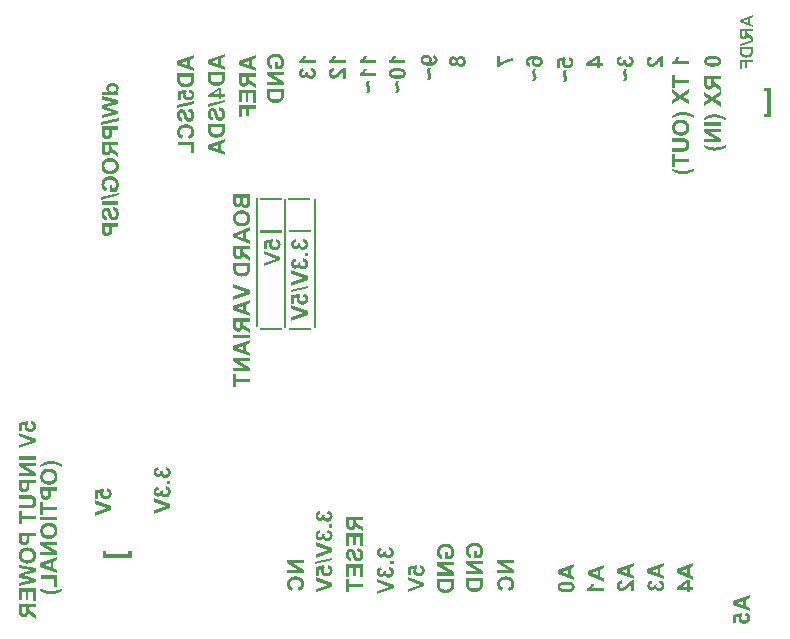
<source format=gbo>
G04*
G04 #@! TF.GenerationSoftware,Altium Limited,Altium Designer,20.1.14 (287)*
G04*
G04 Layer_Color=32896*
%FSLAX44Y44*%
%MOMM*%
G71*
G04*
G04 #@! TF.SameCoordinates,62FEBE6E-F3EC-4242-810F-CB492347D0CA*
G04*
G04*
G04 #@! TF.FilePolarity,Positive*
G04*
G01*
G75*
G36*
X682531Y441341D02*
X676000D01*
Y444211D01*
X679016D01*
Y463101D01*
X676000D01*
Y466000D01*
X682531D01*
Y441341D01*
D02*
G37*
G36*
X297000Y361054D02*
Y350108D01*
Y339162D01*
Y328215D01*
Y317269D01*
Y306323D01*
Y295377D01*
Y284431D01*
Y273485D01*
Y262260D01*
X295240D01*
Y273206D01*
Y273485D01*
Y284152D01*
Y295377D01*
Y306044D01*
Y306323D01*
Y316990D01*
Y317269D01*
Y327937D01*
Y328215D01*
Y338883D01*
Y350108D01*
Y360775D01*
Y361054D01*
Y372000D01*
X297000D01*
Y361054D01*
D02*
G37*
G36*
X272000D02*
Y350108D01*
Y339162D01*
Y328215D01*
Y317269D01*
Y306323D01*
Y295377D01*
Y284431D01*
Y273485D01*
Y262260D01*
X270240D01*
Y273206D01*
Y273485D01*
Y284152D01*
Y295377D01*
Y306044D01*
Y306323D01*
Y316990D01*
Y317269D01*
Y327937D01*
Y328215D01*
Y338883D01*
Y350108D01*
Y360775D01*
Y361054D01*
Y372000D01*
X272000D01*
Y361054D01*
D02*
G37*
G36*
X268000Y260875D02*
X249520D01*
Y263000D01*
X268000D01*
Y260875D01*
D02*
G37*
G36*
X293000D02*
X274520D01*
Y263000D01*
X293000D01*
Y260875D01*
D02*
G37*
G36*
X267970Y343315D02*
X249490D01*
Y345440D01*
X267970D01*
Y343315D01*
D02*
G37*
G36*
X293000Y343875D02*
X274520D01*
Y346000D01*
X293000D01*
Y343875D01*
D02*
G37*
G36*
X292000Y370875D02*
X273520D01*
Y373000D01*
X292000D01*
Y370875D01*
D02*
G37*
G36*
X268000D02*
X249520D01*
Y373000D01*
X268000D01*
Y370875D01*
D02*
G37*
G36*
X286720Y337956D02*
X287042Y337892D01*
X287600Y337699D01*
X288094Y337463D01*
X288502Y337205D01*
X288673Y337076D01*
X288824Y336969D01*
X288974Y336862D01*
X289081Y336754D01*
X289167Y336669D01*
X289231Y336604D01*
X289253Y336583D01*
X289274Y336561D01*
X289468Y336325D01*
X289639Y336068D01*
X289789Y335789D01*
X289897Y335531D01*
X290111Y334995D01*
X290240Y334479D01*
X290283Y334265D01*
X290305Y334050D01*
X290326Y333857D01*
X290347Y333685D01*
X290369Y333557D01*
Y333363D01*
X290347Y332999D01*
X290305Y332634D01*
X290240Y332312D01*
X290154Y331990D01*
X290068Y331689D01*
X289961Y331410D01*
X289832Y331153D01*
X289704Y330917D01*
X289596Y330702D01*
X289468Y330530D01*
X289360Y330359D01*
X289253Y330230D01*
X289188Y330122D01*
X289124Y330058D01*
X289081Y330015D01*
X289060Y329994D01*
X288802Y329758D01*
X288545Y329543D01*
X288287Y329350D01*
X288008Y329199D01*
X287750Y329071D01*
X287493Y328964D01*
X286999Y328792D01*
X286763Y328727D01*
X286549Y328684D01*
X286377Y328663D01*
X286205Y328642D01*
X286076Y328620D01*
X285991D01*
X285926D01*
X285905D01*
X285432Y328642D01*
X285025Y328727D01*
X284638Y328856D01*
X284316Y328985D01*
X284059Y329114D01*
X283866Y329243D01*
X283758Y329328D01*
X283715Y329350D01*
X283415Y329650D01*
X283157Y329951D01*
X282943Y330273D01*
X282792Y330595D01*
X282685Y330852D01*
X282599Y331088D01*
X282578Y331174D01*
Y331217D01*
X282556Y331260D01*
Y331282D01*
X282342Y330917D01*
X282106Y330616D01*
X281870Y330337D01*
X281612Y330101D01*
X281376Y329908D01*
X281118Y329736D01*
X280882Y329607D01*
X280646Y329500D01*
X280431Y329414D01*
X280238Y329350D01*
X280067Y329307D01*
X279895Y329264D01*
X279766D01*
X279680Y329243D01*
X279616D01*
X279594D01*
X279358D01*
X279122Y329285D01*
X278672Y329393D01*
X278285Y329564D01*
X277942Y329736D01*
X277641Y329929D01*
X277427Y330101D01*
X277362Y330165D01*
X277298Y330208D01*
X277276Y330230D01*
X277255Y330251D01*
X277019Y330487D01*
X276826Y330723D01*
X276654Y331002D01*
X276504Y331260D01*
X276375Y331517D01*
X276289Y331797D01*
X276117Y332290D01*
X276075Y332526D01*
X276032Y332762D01*
X276010Y332956D01*
X275989Y333127D01*
X275967Y333256D01*
Y333449D01*
X275989Y333879D01*
X276032Y334286D01*
X276117Y334630D01*
X276182Y334952D01*
X276268Y335209D01*
X276354Y335402D01*
X276397Y335531D01*
X276418Y335553D01*
Y335574D01*
X276590Y335896D01*
X276783Y336197D01*
X276976Y336433D01*
X277169Y336647D01*
X277362Y336819D01*
X277491Y336926D01*
X277577Y337012D01*
X277620Y337034D01*
X277920Y337205D01*
X278264Y337377D01*
X278607Y337506D01*
X278929Y337613D01*
X279230Y337699D01*
X279466Y337763D01*
X279552Y337785D01*
X279616D01*
X279659Y337806D01*
X279680D01*
X280088Y335317D01*
X279766Y335274D01*
X279487Y335188D01*
X279251Y335102D01*
X279036Y334995D01*
X278886Y334887D01*
X278779Y334823D01*
X278715Y334758D01*
X278693Y334737D01*
X278521Y334544D01*
X278414Y334329D01*
X278328Y334136D01*
X278264Y333943D01*
X278221Y333771D01*
X278199Y333642D01*
Y333535D01*
X278221Y333278D01*
X278264Y333041D01*
X278328Y332848D01*
X278414Y332677D01*
X278500Y332548D01*
X278564Y332462D01*
X278607Y332397D01*
X278629Y332376D01*
X278800Y332226D01*
X278993Y332118D01*
X279187Y332054D01*
X279358Y331990D01*
X279509Y331968D01*
X279637Y331947D01*
X279745D01*
X279766D01*
X280067Y331968D01*
X280324Y332033D01*
X280560Y332140D01*
X280753Y332247D01*
X280904Y332355D01*
X281033Y332462D01*
X281097Y332526D01*
X281118Y332548D01*
X281269Y332784D01*
X281397Y333063D01*
X281483Y333342D01*
X281526Y333600D01*
X281548Y333836D01*
X281569Y334050D01*
Y334222D01*
X283758Y334522D01*
X283694Y334265D01*
X283629Y334029D01*
X283587Y333814D01*
X283565Y333642D01*
X283544Y333492D01*
Y333299D01*
X283565Y333020D01*
X283629Y332762D01*
X283737Y332526D01*
X283844Y332333D01*
X283951Y332161D01*
X284059Y332054D01*
X284123Y331968D01*
X284145Y331947D01*
X284381Y331754D01*
X284660Y331625D01*
X284917Y331517D01*
X285175Y331453D01*
X285411Y331410D01*
X285604Y331389D01*
X285733D01*
X285754D01*
X285776D01*
X286162Y331410D01*
X286506Y331475D01*
X286806Y331582D01*
X287064Y331668D01*
X287257Y331775D01*
X287386Y331882D01*
X287493Y331947D01*
X287514Y331968D01*
X287729Y332204D01*
X287879Y332440D01*
X287987Y332677D01*
X288051Y332891D01*
X288094Y333084D01*
X288137Y333235D01*
Y333385D01*
X288115Y333664D01*
X288051Y333921D01*
X287965Y334136D01*
X287879Y334329D01*
X287793Y334501D01*
X287708Y334608D01*
X287643Y334694D01*
X287622Y334715D01*
X287407Y334909D01*
X287150Y335059D01*
X286892Y335166D01*
X286656Y335252D01*
X286420Y335317D01*
X286248Y335359D01*
X286119Y335381D01*
X286098D01*
X286076D01*
X286398Y337999D01*
X286720Y337956D01*
D02*
G37*
G36*
X290111Y323684D02*
X287407D01*
Y326388D01*
X290111D01*
Y323684D01*
D02*
G37*
G36*
X286720Y321537D02*
X287042Y321473D01*
X287600Y321280D01*
X288094Y321044D01*
X288502Y320786D01*
X288673Y320657D01*
X288824Y320550D01*
X288974Y320443D01*
X289081Y320335D01*
X289167Y320249D01*
X289231Y320185D01*
X289253Y320164D01*
X289274Y320142D01*
X289468Y319906D01*
X289639Y319648D01*
X289789Y319370D01*
X289897Y319112D01*
X290111Y318575D01*
X290240Y318060D01*
X290283Y317846D01*
X290305Y317631D01*
X290326Y317438D01*
X290347Y317266D01*
X290369Y317137D01*
Y316944D01*
X290347Y316579D01*
X290305Y316214D01*
X290240Y315893D01*
X290154Y315571D01*
X290068Y315270D01*
X289961Y314991D01*
X289832Y314734D01*
X289704Y314497D01*
X289596Y314283D01*
X289468Y314111D01*
X289360Y313939D01*
X289253Y313811D01*
X289188Y313703D01*
X289124Y313639D01*
X289081Y313596D01*
X289060Y313575D01*
X288802Y313338D01*
X288545Y313124D01*
X288287Y312931D01*
X288008Y312780D01*
X287750Y312652D01*
X287493Y312544D01*
X286999Y312373D01*
X286763Y312308D01*
X286549Y312265D01*
X286377Y312244D01*
X286205Y312222D01*
X286076Y312201D01*
X285991D01*
X285926D01*
X285905D01*
X285432Y312222D01*
X285025Y312308D01*
X284638Y312437D01*
X284316Y312566D01*
X284059Y312694D01*
X283866Y312823D01*
X283758Y312909D01*
X283715Y312931D01*
X283415Y313231D01*
X283157Y313532D01*
X282943Y313853D01*
X282792Y314175D01*
X282685Y314433D01*
X282599Y314669D01*
X282578Y314755D01*
Y314798D01*
X282556Y314841D01*
Y314862D01*
X282342Y314497D01*
X282106Y314197D01*
X281870Y313918D01*
X281612Y313682D01*
X281376Y313489D01*
X281118Y313317D01*
X280882Y313188D01*
X280646Y313081D01*
X280431Y312995D01*
X280238Y312931D01*
X280067Y312888D01*
X279895Y312845D01*
X279766D01*
X279680Y312823D01*
X279616D01*
X279594D01*
X279358D01*
X279122Y312866D01*
X278672Y312973D01*
X278285Y313145D01*
X277942Y313317D01*
X277641Y313510D01*
X277427Y313682D01*
X277362Y313746D01*
X277298Y313789D01*
X277276Y313811D01*
X277255Y313832D01*
X277019Y314068D01*
X276826Y314304D01*
X276654Y314583D01*
X276504Y314841D01*
X276375Y315098D01*
X276289Y315377D01*
X276117Y315871D01*
X276075Y316107D01*
X276032Y316343D01*
X276010Y316536D01*
X275989Y316708D01*
X275967Y316837D01*
Y317030D01*
X275989Y317459D01*
X276032Y317867D01*
X276117Y318211D01*
X276182Y318532D01*
X276268Y318790D01*
X276354Y318983D01*
X276397Y319112D01*
X276418Y319133D01*
Y319155D01*
X276590Y319477D01*
X276783Y319777D01*
X276976Y320013D01*
X277169Y320228D01*
X277362Y320400D01*
X277491Y320507D01*
X277577Y320593D01*
X277620Y320614D01*
X277920Y320786D01*
X278264Y320958D01*
X278607Y321087D01*
X278929Y321194D01*
X279230Y321280D01*
X279466Y321344D01*
X279552Y321366D01*
X279616D01*
X279659Y321387D01*
X279680D01*
X280088Y318897D01*
X279766Y318854D01*
X279487Y318769D01*
X279251Y318683D01*
X279036Y318575D01*
X278886Y318468D01*
X278779Y318404D01*
X278715Y318339D01*
X278693Y318318D01*
X278521Y318125D01*
X278414Y317910D01*
X278328Y317717D01*
X278264Y317524D01*
X278221Y317352D01*
X278199Y317223D01*
Y317116D01*
X278221Y316858D01*
X278264Y316622D01*
X278328Y316429D01*
X278414Y316257D01*
X278500Y316129D01*
X278564Y316043D01*
X278607Y315978D01*
X278629Y315957D01*
X278800Y315807D01*
X278993Y315699D01*
X279187Y315635D01*
X279358Y315571D01*
X279509Y315549D01*
X279637Y315528D01*
X279745D01*
X279766D01*
X280067Y315549D01*
X280324Y315613D01*
X280560Y315721D01*
X280753Y315828D01*
X280904Y315935D01*
X281033Y316043D01*
X281097Y316107D01*
X281118Y316129D01*
X281269Y316365D01*
X281397Y316644D01*
X281483Y316923D01*
X281526Y317180D01*
X281548Y317416D01*
X281569Y317631D01*
Y317803D01*
X283758Y318103D01*
X283694Y317846D01*
X283629Y317610D01*
X283587Y317395D01*
X283565Y317223D01*
X283544Y317073D01*
Y316880D01*
X283565Y316601D01*
X283629Y316343D01*
X283737Y316107D01*
X283844Y315914D01*
X283951Y315742D01*
X284059Y315635D01*
X284123Y315549D01*
X284145Y315528D01*
X284381Y315334D01*
X284660Y315206D01*
X284917Y315098D01*
X285175Y315034D01*
X285411Y314991D01*
X285604Y314970D01*
X285733D01*
X285754D01*
X285776D01*
X286162Y314991D01*
X286506Y315055D01*
X286806Y315163D01*
X287064Y315249D01*
X287257Y315356D01*
X287386Y315463D01*
X287493Y315528D01*
X287514Y315549D01*
X287729Y315785D01*
X287879Y316021D01*
X287987Y316257D01*
X288051Y316472D01*
X288094Y316665D01*
X288137Y316815D01*
Y316966D01*
X288115Y317245D01*
X288051Y317502D01*
X287965Y317717D01*
X287879Y317910D01*
X287793Y318082D01*
X287708Y318189D01*
X287643Y318275D01*
X287622Y318296D01*
X287407Y318489D01*
X287150Y318640D01*
X286892Y318747D01*
X286656Y318833D01*
X286420Y318897D01*
X286248Y318940D01*
X286119Y318962D01*
X286098D01*
X286076D01*
X286398Y321580D01*
X286720Y321537D01*
D02*
G37*
G36*
X290111Y306320D02*
Y303251D01*
X276010Y298228D01*
Y301276D01*
X286441Y304710D01*
X276010Y308295D01*
Y311364D01*
X290111Y306320D01*
D02*
G37*
G36*
X290347Y296254D02*
X275774Y292734D01*
Y294773D01*
X290347Y298250D01*
Y296254D01*
D02*
G37*
G36*
X286828Y291811D02*
X287128Y291747D01*
X287708Y291553D01*
X288180Y291317D01*
X288587Y291060D01*
X288759Y290931D01*
X288909Y290824D01*
X289038Y290716D01*
X289146Y290609D01*
X289231Y290523D01*
X289296Y290459D01*
X289317Y290437D01*
X289339Y290416D01*
X289510Y290180D01*
X289682Y289922D01*
X289940Y289407D01*
X290111Y288871D01*
X290240Y288377D01*
X290283Y288141D01*
X290305Y287926D01*
X290347Y287733D01*
Y287561D01*
X290369Y287432D01*
Y287239D01*
X290347Y286789D01*
X290283Y286381D01*
X290197Y285973D01*
X290090Y285608D01*
X289940Y285265D01*
X289789Y284964D01*
X289618Y284664D01*
X289446Y284406D01*
X289274Y284192D01*
X289103Y283977D01*
X288952Y283805D01*
X288802Y283676D01*
X288695Y283569D01*
X288609Y283483D01*
X288545Y283440D01*
X288523Y283419D01*
X288265Y283247D01*
X287987Y283076D01*
X287450Y282840D01*
X286935Y282646D01*
X286441Y282539D01*
X286227Y282496D01*
X286033Y282453D01*
X285862Y282432D01*
X285711D01*
X285583Y282410D01*
X285497D01*
X285432D01*
X285411D01*
X285025Y282432D01*
X284660Y282475D01*
X284316Y282518D01*
X283994Y282603D01*
X283694Y282711D01*
X283415Y282818D01*
X283157Y282925D01*
X282921Y283033D01*
X282707Y283161D01*
X282514Y283269D01*
X282363Y283376D01*
X282234Y283483D01*
X282127Y283569D01*
X282063Y283612D01*
X282020Y283655D01*
X281998Y283676D01*
X281762Y283913D01*
X281569Y284170D01*
X281397Y284428D01*
X281247Y284685D01*
X281118Y284943D01*
X281011Y285179D01*
X280861Y285673D01*
X280796Y285887D01*
X280753Y286080D01*
X280732Y286273D01*
X280711Y286424D01*
X280689Y286553D01*
Y286724D01*
X280711Y287068D01*
X280753Y287411D01*
X280839Y287733D01*
X280904Y287991D01*
X280990Y288227D01*
X281075Y288420D01*
X281118Y288527D01*
X281140Y288570D01*
X278757Y288141D01*
Y283033D01*
X276225D01*
Y290180D01*
X283565Y291553D01*
X283866Y289386D01*
X283694Y289214D01*
X283522Y289021D01*
X283265Y288677D01*
X283093Y288312D01*
X282964Y287991D01*
X282878Y287712D01*
X282857Y287475D01*
X282835Y287390D01*
Y287282D01*
X282857Y286960D01*
X282943Y286660D01*
X283050Y286402D01*
X283157Y286188D01*
X283286Y286016D01*
X283393Y285887D01*
X283479Y285801D01*
X283501Y285780D01*
X283758Y285587D01*
X284080Y285436D01*
X284402Y285329D01*
X284724Y285243D01*
X285003Y285200D01*
X285239Y285179D01*
X285325D01*
X285389D01*
X285432D01*
X285454D01*
X285926Y285200D01*
X286355Y285265D01*
X286699Y285372D01*
X286999Y285479D01*
X287214Y285587D01*
X287386Y285694D01*
X287471Y285758D01*
X287514Y285780D01*
X287750Y286016D01*
X287901Y286252D01*
X288029Y286488D01*
X288115Y286724D01*
X288158Y286917D01*
X288180Y287068D01*
X288201Y287175D01*
Y287218D01*
X288180Y287475D01*
X288115Y287733D01*
X288029Y287948D01*
X287944Y288141D01*
X287858Y288312D01*
X287772Y288420D01*
X287708Y288506D01*
X287686Y288527D01*
X287471Y288720D01*
X287235Y288871D01*
X286978Y288978D01*
X286763Y289064D01*
X286549Y289128D01*
X286377Y289171D01*
X286269Y289193D01*
X286227D01*
X286506Y291875D01*
X286828Y291811D01*
D02*
G37*
G36*
X290111Y276765D02*
Y273696D01*
X276010Y268674D01*
Y271722D01*
X286441Y275156D01*
X276010Y278740D01*
Y281809D01*
X290111Y276765D01*
D02*
G37*
G36*
X263459Y337936D02*
X263759Y337871D01*
X264339Y337678D01*
X264811Y337442D01*
X265219Y337184D01*
X265390Y337056D01*
X265541Y336948D01*
X265669Y336841D01*
X265777Y336734D01*
X265863Y336648D01*
X265927Y336584D01*
X265948Y336562D01*
X265970Y336540D01*
X266141Y336304D01*
X266313Y336047D01*
X266571Y335532D01*
X266742Y334995D01*
X266871Y334501D01*
X266914Y334265D01*
X266936Y334051D01*
X266979Y333858D01*
Y333686D01*
X267000Y333557D01*
Y333364D01*
X266979Y332913D01*
X266914Y332505D01*
X266828Y332098D01*
X266721Y331733D01*
X266571Y331389D01*
X266420Y331089D01*
X266249Y330788D01*
X266077Y330531D01*
X265905Y330316D01*
X265734Y330102D01*
X265583Y329930D01*
X265433Y329801D01*
X265326Y329694D01*
X265240Y329608D01*
X265176Y329565D01*
X265154Y329544D01*
X264897Y329372D01*
X264618Y329200D01*
X264081Y328964D01*
X263566Y328771D01*
X263072Y328664D01*
X262858Y328621D01*
X262665Y328578D01*
X262493Y328556D01*
X262343D01*
X262214Y328535D01*
X262128D01*
X262064D01*
X262042D01*
X261656Y328556D01*
X261291Y328599D01*
X260947Y328642D01*
X260625Y328728D01*
X260325Y328835D01*
X260046Y328943D01*
X259788Y329050D01*
X259552Y329157D01*
X259338Y329286D01*
X259145Y329393D01*
X258994Y329501D01*
X258866Y329608D01*
X258758Y329694D01*
X258694Y329737D01*
X258651Y329780D01*
X258629Y329801D01*
X258393Y330037D01*
X258200Y330295D01*
X258029Y330552D01*
X257878Y330810D01*
X257750Y331068D01*
X257642Y331304D01*
X257492Y331797D01*
X257428Y332012D01*
X257385Y332205D01*
X257363Y332398D01*
X257342Y332548D01*
X257320Y332677D01*
Y332849D01*
X257342Y333192D01*
X257385Y333536D01*
X257470Y333858D01*
X257535Y334115D01*
X257621Y334351D01*
X257707Y334544D01*
X257750Y334652D01*
X257771Y334695D01*
X255389Y334265D01*
Y329157D01*
X252856D01*
Y336304D01*
X260196Y337678D01*
X260497Y335510D01*
X260325Y335339D01*
X260153Y335145D01*
X259896Y334802D01*
X259724Y334437D01*
X259595Y334115D01*
X259509Y333836D01*
X259488Y333600D01*
X259466Y333514D01*
Y333407D01*
X259488Y333085D01*
X259574Y332785D01*
X259681Y332527D01*
X259788Y332312D01*
X259917Y332141D01*
X260025Y332012D01*
X260110Y331926D01*
X260132Y331904D01*
X260389Y331711D01*
X260711Y331561D01*
X261033Y331454D01*
X261355Y331368D01*
X261634Y331325D01*
X261870Y331304D01*
X261956D01*
X262021D01*
X262064D01*
X262085D01*
X262557Y331325D01*
X262986Y331389D01*
X263330Y331497D01*
X263630Y331604D01*
X263845Y331711D01*
X264017Y331819D01*
X264102Y331883D01*
X264145Y331904D01*
X264382Y332141D01*
X264532Y332377D01*
X264661Y332613D01*
X264746Y332849D01*
X264789Y333042D01*
X264811Y333192D01*
X264832Y333300D01*
Y333343D01*
X264811Y333600D01*
X264746Y333858D01*
X264661Y334072D01*
X264575Y334265D01*
X264489Y334437D01*
X264403Y334544D01*
X264339Y334630D01*
X264317Y334652D01*
X264102Y334845D01*
X263866Y334995D01*
X263609Y335103D01*
X263394Y335188D01*
X263180Y335253D01*
X263008Y335296D01*
X262901Y335317D01*
X262858D01*
X263137Y338000D01*
X263459Y337936D01*
D02*
G37*
G36*
X266742Y322890D02*
Y319821D01*
X252641Y314799D01*
Y317846D01*
X263072Y321280D01*
X252641Y324865D01*
Y327934D01*
X266742Y322890D01*
D02*
G37*
G36*
X248000Y362054D02*
Y351108D01*
Y340162D01*
Y329216D01*
Y318269D01*
Y307323D01*
Y296377D01*
Y285431D01*
Y274485D01*
Y263260D01*
X246240D01*
Y274206D01*
Y274485D01*
Y285152D01*
Y296377D01*
Y307044D01*
Y307323D01*
Y317990D01*
Y318269D01*
Y328937D01*
Y329216D01*
Y339883D01*
Y351108D01*
Y361775D01*
Y362054D01*
Y373000D01*
X248000D01*
Y362054D01*
D02*
G37*
G36*
X241091Y369796D02*
X241069Y369431D01*
Y368851D01*
X241048Y368594D01*
Y368207D01*
X241026Y368057D01*
Y367842D01*
X241005Y367778D01*
Y367692D01*
X240940Y367285D01*
X240855Y366920D01*
X240747Y366598D01*
X240618Y366319D01*
X240511Y366082D01*
X240425Y365911D01*
X240361Y365825D01*
X240339Y365782D01*
X240125Y365503D01*
X239867Y365267D01*
X239631Y365052D01*
X239395Y364881D01*
X239202Y364752D01*
X239030Y364645D01*
X238923Y364580D01*
X238880Y364559D01*
X238537Y364408D01*
X238215Y364301D01*
X237893Y364215D01*
X237614Y364172D01*
X237356Y364129D01*
X237184Y364108D01*
X237056D01*
X237013D01*
X236562Y364129D01*
X236154Y364215D01*
X235811Y364323D01*
X235489Y364451D01*
X235231Y364602D01*
X235038Y364709D01*
X234931Y364795D01*
X234888Y364816D01*
X234566Y365095D01*
X234287Y365417D01*
X234072Y365739D01*
X233901Y366061D01*
X233772Y366340D01*
X233664Y366576D01*
X233643Y366662D01*
X233622Y366726D01*
X233600Y366769D01*
Y366791D01*
X233428Y366469D01*
X233235Y366168D01*
X233042Y365932D01*
X232827Y365718D01*
X232656Y365546D01*
X232505Y365439D01*
X232420Y365353D01*
X232377Y365331D01*
X232055Y365160D01*
X231733Y365031D01*
X231432Y364924D01*
X231153Y364859D01*
X230917Y364816D01*
X230724Y364795D01*
X230595D01*
X230552D01*
X230209Y364816D01*
X229908Y364859D01*
X229629Y364945D01*
X229372Y365009D01*
X229179Y365095D01*
X229028Y365181D01*
X228943Y365224D01*
X228900Y365246D01*
X228642Y365417D01*
X228406Y365589D01*
X228213Y365782D01*
X228041Y365932D01*
X227891Y366082D01*
X227805Y366211D01*
X227741Y366297D01*
X227719Y366319D01*
X227569Y366576D01*
X227440Y366812D01*
X227333Y367070D01*
X227269Y367306D01*
X227204Y367499D01*
X227161Y367649D01*
X227140Y367757D01*
Y367800D01*
X227097Y368143D01*
X227054Y368529D01*
X227032Y368937D01*
X227011Y369345D01*
X226989Y369710D01*
Y375913D01*
X241091D01*
Y369796D01*
D02*
G37*
G36*
X234781Y362262D02*
X235360Y362198D01*
X235897Y362112D01*
X236412Y362005D01*
X236884Y361854D01*
X237313Y361704D01*
X237700Y361532D01*
X238064Y361361D01*
X238386Y361189D01*
X238665Y361017D01*
X238901Y360867D01*
X239095Y360717D01*
X239245Y360610D01*
X239352Y360524D01*
X239417Y360459D01*
X239438Y360438D01*
X239781Y360073D01*
X240060Y359687D01*
X240318Y359300D01*
X240533Y358871D01*
X240726Y358463D01*
X240876Y358055D01*
X241005Y357648D01*
X241112Y357261D01*
X241198Y356896D01*
X241241Y356553D01*
X241284Y356231D01*
X241327Y355974D01*
Y355759D01*
X241348Y355587D01*
Y355458D01*
X241327Y354879D01*
X241262Y354342D01*
X241176Y353849D01*
X241048Y353376D01*
X240898Y352926D01*
X240747Y352518D01*
X240576Y352153D01*
X240382Y351810D01*
X240211Y351509D01*
X240039Y351252D01*
X239889Y351016D01*
X239739Y350844D01*
X239610Y350694D01*
X239524Y350586D01*
X239459Y350522D01*
X239438Y350500D01*
X239052Y350178D01*
X238644Y349878D01*
X238215Y349642D01*
X237785Y349427D01*
X237335Y349234D01*
X236884Y349084D01*
X236455Y348955D01*
X236025Y348869D01*
X235639Y348783D01*
X235253Y348740D01*
X234931Y348698D01*
X234630Y348655D01*
X234394D01*
X234223Y348633D01*
X234115D01*
X234072D01*
X233450Y348655D01*
X232849Y348719D01*
X232291Y348805D01*
X231776Y348934D01*
X231304Y349062D01*
X230874Y349213D01*
X230466Y349384D01*
X230102Y349556D01*
X229780Y349749D01*
X229501Y349899D01*
X229265Y350071D01*
X229071Y350200D01*
X228900Y350329D01*
X228792Y350415D01*
X228728Y350479D01*
X228706Y350500D01*
X228363Y350865D01*
X228063Y351252D01*
X227805Y351659D01*
X227569Y352067D01*
X227397Y352475D01*
X227226Y352904D01*
X227097Y353291D01*
X226989Y353698D01*
X226925Y354063D01*
X226861Y354407D01*
X226818Y354707D01*
X226775Y354965D01*
Y355179D01*
X226753Y355351D01*
Y355480D01*
X226775Y356102D01*
X226839Y356682D01*
X226947Y357197D01*
X227032Y357648D01*
X227097Y357841D01*
X227140Y358012D01*
X227204Y358163D01*
X227247Y358292D01*
X227269Y358399D01*
X227311Y358463D01*
X227333Y358506D01*
Y358528D01*
X227505Y358892D01*
X227698Y359236D01*
X227912Y359536D01*
X228127Y359815D01*
X228299Y360030D01*
X228449Y360202D01*
X228556Y360309D01*
X228599Y360352D01*
X228921Y360631D01*
X229265Y360910D01*
X229587Y361125D01*
X229887Y361318D01*
X230145Y361468D01*
X230359Y361575D01*
X230488Y361640D01*
X230509Y361661D01*
X230531D01*
X231110Y361876D01*
X231711Y362026D01*
X232312Y362133D01*
X232892Y362198D01*
X233149Y362241D01*
X233385D01*
X233600Y362262D01*
X233793Y362284D01*
X233944D01*
X234051D01*
X234137D01*
X234158D01*
X234781Y362262D01*
D02*
G37*
G36*
X241091Y344834D02*
X237893Y343675D01*
Y337988D01*
X241091Y336786D01*
Y333695D01*
X226989Y339361D01*
Y342366D01*
X241091Y347839D01*
Y344834D01*
D02*
G37*
G36*
Y329338D02*
X235210D01*
Y328436D01*
X235231Y328136D01*
X235253Y327900D01*
X235296Y327707D01*
X235317Y327556D01*
X235360Y327449D01*
X235382Y327385D01*
Y327363D01*
X235446Y327192D01*
X235532Y327041D01*
X235725Y326762D01*
X235811Y326655D01*
X235897Y326569D01*
X235940Y326526D01*
X235961Y326505D01*
X236047Y326419D01*
X236176Y326333D01*
X236476Y326097D01*
X236798Y325839D01*
X237163Y325603D01*
X237506Y325367D01*
X237635Y325260D01*
X237785Y325174D01*
X237893Y325110D01*
X237978Y325045D01*
X238021Y325024D01*
X238043Y325002D01*
X241091Y322985D01*
Y319572D01*
X238343Y321289D01*
X238043Y321482D01*
X237785Y321654D01*
X237528Y321804D01*
X237292Y321976D01*
X236905Y322234D01*
X236583Y322470D01*
X236347Y322663D01*
X236197Y322792D01*
X236090Y322878D01*
X236068Y322899D01*
X235832Y323135D01*
X235618Y323393D01*
X235403Y323650D01*
X235231Y323886D01*
X235081Y324101D01*
X234974Y324273D01*
X234909Y324380D01*
X234888Y324401D01*
Y324423D01*
X234823Y324079D01*
X234759Y323779D01*
X234673Y323479D01*
X234566Y323221D01*
X234459Y322963D01*
X234351Y322727D01*
X234244Y322534D01*
X234137Y322341D01*
X234029Y322191D01*
X233922Y322040D01*
X233815Y321933D01*
X233750Y321826D01*
X233664Y321761D01*
X233622Y321697D01*
X233600Y321654D01*
X233579D01*
X233385Y321482D01*
X233171Y321332D01*
X232742Y321118D01*
X232291Y320946D01*
X231883Y320817D01*
X231518Y320753D01*
X231368Y320731D01*
X231218D01*
X231110Y320710D01*
X231024D01*
X230982D01*
X230960D01*
X230509Y320731D01*
X230080Y320796D01*
X229715Y320903D01*
X229393Y321010D01*
X229114Y321139D01*
X228921Y321225D01*
X228792Y321311D01*
X228749Y321332D01*
X228406Y321590D01*
X228127Y321847D01*
X227891Y322126D01*
X227698Y322384D01*
X227547Y322620D01*
X227440Y322813D01*
X227397Y322942D01*
X227376Y322963D01*
Y322985D01*
X227311Y323178D01*
X227247Y323414D01*
X227161Y323929D01*
X227075Y324466D01*
X227032Y325002D01*
X227011Y325238D01*
Y325689D01*
X226989Y325882D01*
Y332192D01*
X241091D01*
Y329338D01*
D02*
G37*
G36*
Y312661D02*
X241069Y312103D01*
X241048Y311588D01*
X241005Y311159D01*
X240940Y310815D01*
X240898Y310515D01*
X240855Y310322D01*
X240833Y310193D01*
X240812Y310150D01*
X240640Y309699D01*
X240468Y309313D01*
X240275Y308969D01*
X240082Y308669D01*
X239932Y308454D01*
X239803Y308283D01*
X239696Y308197D01*
X239674Y308154D01*
X239288Y307810D01*
X238880Y307510D01*
X238472Y307252D01*
X238064Y307038D01*
X237721Y306866D01*
X237571Y306802D01*
X237442Y306737D01*
X237335Y306694D01*
X237249Y306673D01*
X237206Y306651D01*
X237184D01*
X236691Y306501D01*
X236176Y306394D01*
X235682Y306308D01*
X235210Y306265D01*
X234802Y306222D01*
X234630D01*
X234480Y306201D01*
X234351D01*
X234265D01*
X234201D01*
X234180D01*
X233471Y306222D01*
X232827Y306265D01*
X232248Y306351D01*
X232012Y306394D01*
X231776Y306437D01*
X231561Y306480D01*
X231389Y306523D01*
X231218Y306566D01*
X231089Y306609D01*
X230982Y306630D01*
X230917Y306651D01*
X230874Y306673D01*
X230853D01*
X230359Y306866D01*
X229930Y307081D01*
X229544Y307295D01*
X229200Y307510D01*
X228943Y307725D01*
X228749Y307875D01*
X228621Y307982D01*
X228578Y308004D01*
Y308025D01*
X228256Y308368D01*
X227977Y308733D01*
X227741Y309077D01*
X227569Y309399D01*
X227440Y309699D01*
X227333Y309914D01*
X227311Y310000D01*
X227290Y310064D01*
X227269Y310107D01*
Y310128D01*
X227183Y310515D01*
X227097Y310944D01*
X227054Y311373D01*
X227032Y311824D01*
X227011Y312210D01*
X226989Y312382D01*
Y317984D01*
X241091D01*
Y312661D01*
D02*
G37*
G36*
Y294697D02*
Y291627D01*
X226989Y286605D01*
Y289653D01*
X237421Y293087D01*
X226989Y296671D01*
Y299740D01*
X241091Y294697D01*
D02*
G37*
G36*
Y283600D02*
X237893Y282441D01*
Y276754D01*
X241091Y275552D01*
Y272461D01*
X226989Y278127D01*
Y281132D01*
X241091Y286605D01*
Y283600D01*
D02*
G37*
G36*
Y268104D02*
X235210D01*
Y267202D01*
X235231Y266902D01*
X235253Y266666D01*
X235296Y266473D01*
X235317Y266322D01*
X235360Y266215D01*
X235382Y266151D01*
Y266129D01*
X235446Y265958D01*
X235532Y265807D01*
X235725Y265528D01*
X235811Y265421D01*
X235897Y265335D01*
X235940Y265292D01*
X235961Y265271D01*
X236047Y265185D01*
X236176Y265099D01*
X236476Y264863D01*
X236798Y264606D01*
X237163Y264369D01*
X237506Y264133D01*
X237635Y264026D01*
X237785Y263940D01*
X237893Y263876D01*
X237978Y263811D01*
X238021Y263790D01*
X238043Y263768D01*
X241091Y261751D01*
Y258338D01*
X238343Y260055D01*
X238043Y260249D01*
X237785Y260420D01*
X237528Y260570D01*
X237292Y260742D01*
X236905Y261000D01*
X236583Y261236D01*
X236347Y261429D01*
X236197Y261558D01*
X236090Y261644D01*
X236068Y261665D01*
X235832Y261901D01*
X235618Y262159D01*
X235403Y262416D01*
X235231Y262652D01*
X235081Y262867D01*
X234974Y263039D01*
X234909Y263146D01*
X234888Y263167D01*
Y263189D01*
X234823Y262845D01*
X234759Y262545D01*
X234673Y262244D01*
X234566Y261987D01*
X234459Y261729D01*
X234351Y261493D01*
X234244Y261300D01*
X234137Y261107D01*
X234029Y260957D01*
X233922Y260807D01*
X233815Y260699D01*
X233750Y260592D01*
X233664Y260527D01*
X233622Y260463D01*
X233600Y260420D01*
X233579D01*
X233385Y260249D01*
X233171Y260098D01*
X232742Y259884D01*
X232291Y259712D01*
X231883Y259583D01*
X231518Y259519D01*
X231368Y259497D01*
X231218D01*
X231110Y259476D01*
X231024D01*
X230982D01*
X230960D01*
X230509Y259497D01*
X230080Y259562D01*
X229715Y259669D01*
X229393Y259776D01*
X229114Y259905D01*
X228921Y259991D01*
X228792Y260077D01*
X228749Y260098D01*
X228406Y260356D01*
X228127Y260613D01*
X227891Y260892D01*
X227698Y261150D01*
X227547Y261386D01*
X227440Y261579D01*
X227397Y261708D01*
X227376Y261729D01*
Y261751D01*
X227311Y261944D01*
X227247Y262180D01*
X227161Y262695D01*
X227075Y263232D01*
X227032Y263768D01*
X227011Y264004D01*
Y264455D01*
X226989Y264648D01*
Y270958D01*
X241091D01*
Y268104D01*
D02*
G37*
G36*
Y253981D02*
X226989D01*
Y256836D01*
X241091D01*
Y253981D01*
D02*
G37*
G36*
Y249710D02*
X237893Y248551D01*
Y242863D01*
X241091Y241661D01*
Y238571D01*
X226989Y244237D01*
Y247242D01*
X241091Y252715D01*
Y249710D01*
D02*
G37*
G36*
Y234429D02*
X231840D01*
X241091Y228719D01*
Y225865D01*
X226989D01*
Y228505D01*
X236455D01*
X226989Y234321D01*
Y237068D01*
X241091D01*
Y234429D01*
D02*
G37*
G36*
X229372Y219705D02*
X241091D01*
Y216850D01*
X229372D01*
Y212708D01*
X226989D01*
Y223847D01*
X229372D01*
Y219705D01*
D02*
G37*
G36*
X664287Y33753D02*
X661089Y32594D01*
Y26906D01*
X664287Y25704D01*
Y22613D01*
X650186Y28280D01*
Y31284D01*
X664287Y36758D01*
Y33753D01*
D02*
G37*
G36*
X661003Y21605D02*
X661304Y21540D01*
X661883Y21347D01*
X662355Y21111D01*
X662763Y20854D01*
X662935Y20725D01*
X663085Y20617D01*
X663214Y20510D01*
X663321Y20403D01*
X663407Y20317D01*
X663471Y20252D01*
X663493Y20231D01*
X663514Y20210D01*
X663686Y19973D01*
X663858Y19716D01*
X664115Y19201D01*
X664287Y18664D01*
X664416Y18171D01*
X664459Y17934D01*
X664480Y17720D01*
X664523Y17527D01*
Y17355D01*
X664545Y17226D01*
Y17033D01*
X664523Y16582D01*
X664459Y16174D01*
X664373Y15767D01*
X664265Y15402D01*
X664115Y15058D01*
X663965Y14758D01*
X663793Y14457D01*
X663622Y14200D01*
X663450Y13985D01*
X663278Y13771D01*
X663128Y13599D01*
X662978Y13470D01*
X662870Y13363D01*
X662785Y13277D01*
X662720Y13234D01*
X662699Y13213D01*
X662441Y13041D01*
X662162Y12869D01*
X661626Y12633D01*
X661110Y12440D01*
X660617Y12333D01*
X660402Y12290D01*
X660209Y12247D01*
X660037Y12225D01*
X659887D01*
X659758Y12204D01*
X659672D01*
X659608D01*
X659586D01*
X659200Y12225D01*
X658835Y12268D01*
X658492Y12311D01*
X658170Y12397D01*
X657869Y12504D01*
X657590Y12612D01*
X657333Y12719D01*
X657097Y12826D01*
X656882Y12955D01*
X656689Y13062D01*
X656539Y13170D01*
X656410Y13277D01*
X656303Y13363D01*
X656238Y13406D01*
X656195Y13449D01*
X656174Y13470D01*
X655938Y13706D01*
X655745Y13964D01*
X655573Y14221D01*
X655423Y14479D01*
X655294Y14736D01*
X655187Y14973D01*
X655036Y15466D01*
X654972Y15681D01*
X654929Y15874D01*
X654908Y16067D01*
X654886Y16217D01*
X654865Y16346D01*
Y16518D01*
X654886Y16861D01*
X654929Y17205D01*
X655015Y17527D01*
X655079Y17784D01*
X655165Y18020D01*
X655251Y18213D01*
X655294Y18321D01*
X655315Y18364D01*
X652933Y17934D01*
Y12826D01*
X650400D01*
Y19973D01*
X657741Y21347D01*
X658041Y19179D01*
X657869Y19008D01*
X657698Y18815D01*
X657440Y18471D01*
X657269Y18106D01*
X657140Y17784D01*
X657054Y17505D01*
X657032Y17269D01*
X657011Y17183D01*
Y17076D01*
X657032Y16754D01*
X657118Y16454D01*
X657226Y16196D01*
X657333Y15981D01*
X657462Y15810D01*
X657569Y15681D01*
X657655Y15595D01*
X657676Y15574D01*
X657934Y15380D01*
X658256Y15230D01*
X658578Y15123D01*
X658900Y15037D01*
X659179Y14994D01*
X659415Y14973D01*
X659501D01*
X659565D01*
X659608D01*
X659629D01*
X660102Y14994D01*
X660531Y15058D01*
X660874Y15166D01*
X661175Y15273D01*
X661389Y15380D01*
X661561Y15488D01*
X661647Y15552D01*
X661690Y15574D01*
X661926Y15810D01*
X662076Y16046D01*
X662205Y16282D01*
X662291Y16518D01*
X662334Y16711D01*
X662355Y16861D01*
X662377Y16969D01*
Y17012D01*
X662355Y17269D01*
X662291Y17527D01*
X662205Y17741D01*
X662119Y17934D01*
X662033Y18106D01*
X661947Y18213D01*
X661883Y18299D01*
X661862Y18321D01*
X661647Y18514D01*
X661411Y18664D01*
X661153Y18772D01*
X660939Y18857D01*
X660724Y18922D01*
X660552Y18965D01*
X660445Y18986D01*
X660402D01*
X660681Y21669D01*
X661003Y21605D01*
D02*
G37*
G36*
X616544Y60753D02*
X613346Y59594D01*
Y53906D01*
X616544Y52704D01*
Y49613D01*
X602443Y55280D01*
Y58285D01*
X616544Y63758D01*
Y60753D01*
D02*
G37*
G36*
X613711Y43411D02*
X616544D01*
Y40792D01*
X613711D01*
Y39054D01*
X611350D01*
Y40792D01*
X602400D01*
Y43067D01*
X611372Y49184D01*
X613711D01*
Y43411D01*
D02*
G37*
G36*
X591743Y60995D02*
X588545Y59836D01*
Y54149D01*
X591743Y52947D01*
Y49856D01*
X577641Y55522D01*
Y58527D01*
X591743Y64000D01*
Y60995D01*
D02*
G37*
G36*
X588351Y49019D02*
X588673Y48954D01*
X589231Y48761D01*
X589725Y48525D01*
X590133Y48268D01*
X590304Y48139D01*
X590455Y48032D01*
X590605Y47924D01*
X590712Y47817D01*
X590798Y47731D01*
X590863Y47667D01*
X590884Y47645D01*
X590905Y47624D01*
X591099Y47388D01*
X591270Y47130D01*
X591421Y46851D01*
X591528Y46593D01*
X591743Y46057D01*
X591871Y45542D01*
X591914Y45327D01*
X591936Y45113D01*
X591957Y44919D01*
X591978Y44748D01*
X592000Y44619D01*
Y44426D01*
X591978Y44061D01*
X591936Y43696D01*
X591871Y43374D01*
X591785Y43052D01*
X591699Y42752D01*
X591592Y42473D01*
X591463Y42215D01*
X591335Y41979D01*
X591227Y41764D01*
X591099Y41593D01*
X590991Y41421D01*
X590884Y41292D01*
X590820Y41185D01*
X590755Y41120D01*
X590712Y41077D01*
X590691Y41056D01*
X590433Y40820D01*
X590176Y40605D01*
X589918Y40412D01*
X589639Y40262D01*
X589381Y40133D01*
X589124Y40026D01*
X588630Y39854D01*
X588394Y39790D01*
X588180Y39747D01*
X588008Y39725D01*
X587836Y39704D01*
X587707Y39682D01*
X587622D01*
X587557D01*
X587536D01*
X587063Y39704D01*
X586656Y39790D01*
X586269Y39918D01*
X585947Y40047D01*
X585690Y40176D01*
X585497Y40305D01*
X585389Y40391D01*
X585346Y40412D01*
X585046Y40713D01*
X584788Y41013D01*
X584574Y41335D01*
X584424Y41657D01*
X584316Y41915D01*
X584230Y42151D01*
X584209Y42236D01*
Y42279D01*
X584188Y42322D01*
Y42344D01*
X583973Y41979D01*
X583737Y41679D01*
X583501Y41399D01*
X583243Y41163D01*
X583007Y40970D01*
X582749Y40799D01*
X582513Y40670D01*
X582277Y40562D01*
X582063Y40477D01*
X581870Y40412D01*
X581698Y40369D01*
X581526Y40326D01*
X581397D01*
X581311Y40305D01*
X581247D01*
X581226D01*
X580989D01*
X580753Y40348D01*
X580303Y40455D01*
X579916Y40627D01*
X579573Y40799D01*
X579272Y40992D01*
X579058Y41163D01*
X578993Y41228D01*
X578929Y41271D01*
X578908Y41292D01*
X578886Y41314D01*
X578650Y41550D01*
X578457Y41786D01*
X578285Y42065D01*
X578135Y42322D01*
X578006Y42580D01*
X577920Y42859D01*
X577749Y43353D01*
X577706Y43589D01*
X577663Y43825D01*
X577641Y44018D01*
X577620Y44190D01*
X577598Y44318D01*
Y44512D01*
X577620Y44941D01*
X577663Y45349D01*
X577749Y45692D01*
X577813Y46014D01*
X577899Y46272D01*
X577985Y46465D01*
X578028Y46593D01*
X578049Y46615D01*
Y46636D01*
X578221Y46958D01*
X578414Y47259D01*
X578607Y47495D01*
X578800Y47710D01*
X578993Y47881D01*
X579122Y47989D01*
X579208Y48074D01*
X579251Y48096D01*
X579552Y48268D01*
X579895Y48439D01*
X580238Y48568D01*
X580560Y48675D01*
X580861Y48761D01*
X581097Y48826D01*
X581183Y48847D01*
X581247D01*
X581290Y48869D01*
X581311D01*
X581719Y46379D01*
X581397Y46336D01*
X581118Y46250D01*
X580882Y46164D01*
X580667Y46057D01*
X580517Y45950D01*
X580410Y45885D01*
X580346Y45821D01*
X580324Y45799D01*
X580152Y45606D01*
X580045Y45392D01*
X579959Y45198D01*
X579895Y45005D01*
X579852Y44833D01*
X579831Y44705D01*
Y44597D01*
X579852Y44340D01*
X579895Y44104D01*
X579959Y43911D01*
X580045Y43739D01*
X580131Y43610D01*
X580195Y43524D01*
X580238Y43460D01*
X580260Y43438D01*
X580432Y43288D01*
X580625Y43181D01*
X580818Y43116D01*
X580989Y43052D01*
X581140Y43031D01*
X581269Y43009D01*
X581376D01*
X581397D01*
X581698Y43031D01*
X581955Y43095D01*
X582191Y43202D01*
X582385Y43310D01*
X582535Y43417D01*
X582664Y43524D01*
X582728Y43589D01*
X582749Y43610D01*
X582900Y43846D01*
X583028Y44125D01*
X583114Y44404D01*
X583157Y44662D01*
X583179Y44898D01*
X583200Y45113D01*
Y45284D01*
X585389Y45585D01*
X585325Y45327D01*
X585261Y45091D01*
X585218Y44876D01*
X585196Y44705D01*
X585175Y44555D01*
Y44361D01*
X585196Y44082D01*
X585261Y43825D01*
X585368Y43589D01*
X585475Y43396D01*
X585583Y43224D01*
X585690Y43116D01*
X585754Y43031D01*
X585776Y43009D01*
X586012Y42816D01*
X586291Y42687D01*
X586548Y42580D01*
X586806Y42516D01*
X587042Y42473D01*
X587235Y42451D01*
X587364D01*
X587385D01*
X587407D01*
X587793Y42473D01*
X588137Y42537D01*
X588437Y42644D01*
X588695Y42730D01*
X588888Y42838D01*
X589017Y42945D01*
X589124Y43009D01*
X589145Y43031D01*
X589360Y43267D01*
X589510Y43503D01*
X589618Y43739D01*
X589682Y43954D01*
X589725Y44147D01*
X589768Y44297D01*
Y44447D01*
X589746Y44726D01*
X589682Y44984D01*
X589596Y45198D01*
X589510Y45392D01*
X589424Y45563D01*
X589339Y45671D01*
X589274Y45756D01*
X589253Y45778D01*
X589038Y45971D01*
X588781Y46121D01*
X588523Y46229D01*
X588287Y46315D01*
X588051Y46379D01*
X587879Y46422D01*
X587750Y46443D01*
X587729D01*
X587707D01*
X588029Y49062D01*
X588351Y49019D01*
D02*
G37*
G36*
X566000Y60995D02*
X562802Y59836D01*
Y54149D01*
X566000Y52947D01*
Y49856D01*
X551899Y55522D01*
Y58527D01*
X566000Y64000D01*
Y60995D01*
D02*
G37*
G36*
Y39833D02*
X563489D01*
Y45220D01*
X563210Y45048D01*
X562995Y44855D01*
X562888Y44791D01*
X562823Y44726D01*
X562781Y44683D01*
X562759Y44662D01*
X562673Y44576D01*
X562587Y44490D01*
X562351Y44254D01*
X562094Y43997D01*
X561836Y43717D01*
X561579Y43460D01*
X561385Y43245D01*
X561300Y43181D01*
X561235Y43116D01*
X561214Y43074D01*
X561192Y43052D01*
X560784Y42601D01*
X560420Y42236D01*
X560098Y41915D01*
X559840Y41679D01*
X559647Y41485D01*
X559497Y41357D01*
X559411Y41292D01*
X559389Y41271D01*
X559046Y41013D01*
X558724Y40777D01*
X558424Y40584D01*
X558145Y40434D01*
X557930Y40326D01*
X557758Y40241D01*
X557651Y40198D01*
X557608Y40176D01*
X557286Y40069D01*
X556943Y39983D01*
X556642Y39918D01*
X556363Y39876D01*
X556127Y39854D01*
X555934Y39833D01*
X555826D01*
X555784D01*
X555483Y39854D01*
X555183Y39876D01*
X554646Y40026D01*
X554174Y40219D01*
X553766Y40434D01*
X553444Y40648D01*
X553294Y40756D01*
X553187Y40841D01*
X553101Y40927D01*
X553036Y40992D01*
X553015Y41013D01*
X552993Y41035D01*
X552800Y41271D01*
X552607Y41507D01*
X552457Y41786D01*
X552328Y42043D01*
X552135Y42601D01*
X552006Y43116D01*
X551942Y43374D01*
X551920Y43589D01*
X551899Y43803D01*
X551877Y43975D01*
X551856Y44125D01*
Y44662D01*
X551899Y45005D01*
X552006Y45606D01*
X552178Y46143D01*
X552264Y46379D01*
X552350Y46593D01*
X552435Y46808D01*
X552521Y46980D01*
X552607Y47130D01*
X552693Y47237D01*
X552757Y47345D01*
X552800Y47409D01*
X552822Y47452D01*
X552843Y47474D01*
X553036Y47688D01*
X553251Y47903D01*
X553487Y48074D01*
X553745Y48246D01*
X554281Y48504D01*
X554796Y48697D01*
X555054Y48783D01*
X555290Y48826D01*
X555483Y48890D01*
X555676Y48911D01*
X555826Y48954D01*
X555934D01*
X556020Y48976D01*
X556041D01*
X556299Y46293D01*
X555891Y46250D01*
X555526Y46186D01*
X555247Y46078D01*
X555011Y45992D01*
X554818Y45885D01*
X554711Y45821D01*
X554625Y45756D01*
X554603Y45735D01*
X554431Y45520D01*
X554303Y45306D01*
X554217Y45070D01*
X554152Y44855D01*
X554109Y44683D01*
X554088Y44512D01*
Y44383D01*
X554109Y44082D01*
X554174Y43803D01*
X554238Y43567D01*
X554324Y43374D01*
X554431Y43224D01*
X554496Y43116D01*
X554560Y43052D01*
X554582Y43031D01*
X554775Y42859D01*
X555011Y42752D01*
X555247Y42666D01*
X555462Y42601D01*
X555655Y42558D01*
X555826Y42537D01*
X555934D01*
X555977D01*
X556277Y42558D01*
X556578Y42623D01*
X556857Y42709D01*
X557114Y42816D01*
X557329Y42923D01*
X557479Y43009D01*
X557587Y43074D01*
X557629Y43095D01*
X557758Y43181D01*
X557909Y43310D01*
X558059Y43460D01*
X558230Y43632D01*
X558617Y43997D01*
X559003Y44383D01*
X559347Y44748D01*
X559518Y44919D01*
X559647Y45048D01*
X559754Y45177D01*
X559862Y45263D01*
X559905Y45327D01*
X559926Y45349D01*
X560312Y45756D01*
X560677Y46143D01*
X561021Y46465D01*
X561343Y46787D01*
X561643Y47066D01*
X561922Y47302D01*
X562180Y47538D01*
X562416Y47731D01*
X562609Y47881D01*
X562802Y48032D01*
X562952Y48139D01*
X563081Y48246D01*
X563188Y48310D01*
X563253Y48354D01*
X563296Y48396D01*
X563317D01*
X563789Y48654D01*
X564262Y48847D01*
X564712Y49019D01*
X565141Y49126D01*
X565485Y49212D01*
X565635Y49233D01*
X565764Y49255D01*
X565850Y49276D01*
X565936Y49298D01*
X565979D01*
X566000D01*
Y39833D01*
D02*
G37*
G36*
X541000Y58995D02*
X537802Y57836D01*
Y52148D01*
X541000Y50947D01*
Y47856D01*
X526899Y53522D01*
Y56527D01*
X541000Y62000D01*
Y58995D01*
D02*
G37*
G36*
X532587Y45495D02*
X532265Y44830D01*
X531943Y44250D01*
X531771Y43971D01*
X531599Y43735D01*
X531449Y43499D01*
X531299Y43306D01*
X531170Y43134D01*
X531063Y42984D01*
X530955Y42877D01*
X530891Y42791D01*
X530848Y42748D01*
X530826Y42726D01*
X541000D01*
Y40022D01*
X526856D01*
Y42233D01*
X527328Y42426D01*
X527757Y42683D01*
X528144Y42962D01*
X528466Y43241D01*
X528745Y43520D01*
X528938Y43735D01*
X529002Y43799D01*
X529067Y43864D01*
X529088Y43907D01*
X529109Y43928D01*
X529453Y44379D01*
X529711Y44808D01*
X529947Y45195D01*
X530118Y45538D01*
X530269Y45817D01*
X530354Y46031D01*
X530376Y46117D01*
X530397Y46182D01*
X530419Y46203D01*
Y46225D01*
X532865D01*
X532587Y45495D01*
D02*
G37*
G36*
X515742Y59995D02*
X512545Y58836D01*
Y53148D01*
X515742Y51947D01*
Y48856D01*
X501641Y54522D01*
Y57527D01*
X515742Y63000D01*
Y59995D01*
D02*
G37*
G36*
X509518Y47933D02*
X510205Y47890D01*
X510806Y47847D01*
X511385Y47761D01*
X511901Y47675D01*
X512351Y47568D01*
X512759Y47439D01*
X513124Y47332D01*
X513446Y47225D01*
X513725Y47096D01*
X513940Y46989D01*
X514111Y46903D01*
X514262Y46817D01*
X514347Y46753D01*
X514412Y46731D01*
X514433Y46710D01*
X514712Y46473D01*
X514948Y46195D01*
X515163Y45937D01*
X515335Y45658D01*
X515485Y45379D01*
X515614Y45100D01*
X515721Y44821D01*
X515807Y44563D01*
X515871Y44327D01*
X515914Y44091D01*
X515957Y43898D01*
X515979Y43726D01*
Y43576D01*
X516000Y43469D01*
Y43383D01*
X515979Y43018D01*
X515936Y42653D01*
X515871Y42331D01*
X515764Y42031D01*
X515657Y41752D01*
X515549Y41473D01*
X515420Y41237D01*
X515270Y41022D01*
X515141Y40829D01*
X515013Y40679D01*
X514905Y40528D01*
X514777Y40421D01*
X514691Y40314D01*
X514626Y40249D01*
X514584Y40228D01*
X514562Y40206D01*
X514219Y39970D01*
X513811Y39756D01*
X513382Y39562D01*
X512931Y39391D01*
X512459Y39262D01*
X511986Y39155D01*
X511042Y38983D01*
X510591Y38918D01*
X510162Y38876D01*
X509797Y38854D01*
X509454Y38833D01*
X509196Y38811D01*
X508982D01*
X508853D01*
X508831D01*
X508810D01*
X508080Y38833D01*
X507415Y38876D01*
X506792Y38940D01*
X506213Y39026D01*
X505698Y39133D01*
X505226Y39241D01*
X504818Y39369D01*
X504431Y39498D01*
X504109Y39627D01*
X503830Y39756D01*
X503594Y39863D01*
X503401Y39970D01*
X503273Y40056D01*
X503165Y40120D01*
X503101Y40163D01*
X503079Y40185D01*
X502822Y40421D01*
X502586Y40657D01*
X502393Y40915D01*
X502221Y41172D01*
X502071Y41430D01*
X501963Y41709D01*
X501856Y41966D01*
X501791Y42224D01*
X501727Y42460D01*
X501684Y42674D01*
X501641Y42868D01*
X501620Y43039D01*
X501598Y43190D01*
Y43383D01*
X501620Y43748D01*
X501663Y44113D01*
X501727Y44434D01*
X501834Y44756D01*
X501942Y45036D01*
X502049Y45293D01*
X502199Y45529D01*
X502328Y45744D01*
X502457Y45937D01*
X502586Y46109D01*
X502714Y46259D01*
X502822Y46366D01*
X502929Y46452D01*
X502993Y46538D01*
X503036Y46559D01*
X503058Y46581D01*
X503401Y46817D01*
X503809Y47031D01*
X504238Y47225D01*
X504689Y47375D01*
X505161Y47504D01*
X505633Y47611D01*
X506578Y47783D01*
X507029Y47847D01*
X507436Y47890D01*
X507801Y47912D01*
X508145Y47933D01*
X508402Y47954D01*
X508617D01*
X508745D01*
X508767D01*
X508788D01*
X509518Y47933D01*
D02*
G37*
G36*
X464764Y63360D02*
X455513D01*
X464764Y57651D01*
Y54796D01*
X450663D01*
Y57436D01*
X460128D01*
X450663Y63253D01*
Y66000D01*
X464764D01*
Y63360D01*
D02*
G37*
G36*
X458454Y52285D02*
X459033Y52221D01*
X459570Y52135D01*
X460064Y52028D01*
X460536Y51877D01*
X460965Y51727D01*
X461373Y51577D01*
X461716Y51405D01*
X462038Y51234D01*
X462317Y51083D01*
X462553Y50911D01*
X462746Y50783D01*
X462897Y50675D01*
X463004Y50590D01*
X463068Y50525D01*
X463090Y50504D01*
X463433Y50160D01*
X463712Y49795D01*
X463970Y49409D01*
X464184Y49023D01*
X464378Y48636D01*
X464528Y48250D01*
X464657Y47885D01*
X464764Y47520D01*
X464850Y47177D01*
X464893Y46877D01*
X464936Y46597D01*
X464978Y46361D01*
Y46168D01*
X465000Y46018D01*
Y45889D01*
X464978Y45481D01*
X464957Y45074D01*
X464893Y44709D01*
X464828Y44344D01*
X464742Y44022D01*
X464657Y43721D01*
X464549Y43442D01*
X464442Y43185D01*
X464335Y42949D01*
X464227Y42734D01*
X464142Y42562D01*
X464056Y42412D01*
X463991Y42305D01*
X463927Y42219D01*
X463905Y42176D01*
X463884Y42155D01*
X463669Y41876D01*
X463412Y41639D01*
X462875Y41189D01*
X462296Y40824D01*
X461738Y40545D01*
X461480Y40416D01*
X461222Y40309D01*
X461008Y40223D01*
X460815Y40159D01*
X460643Y40094D01*
X460536Y40051D01*
X460450Y40030D01*
X460428D01*
X459570Y42799D01*
X460128Y42949D01*
X460579Y43142D01*
X460986Y43335D01*
X461308Y43528D01*
X461544Y43700D01*
X461738Y43850D01*
X461824Y43936D01*
X461866Y43979D01*
X462103Y44301D01*
X462274Y44623D01*
X462403Y44945D01*
X462489Y45267D01*
X462532Y45524D01*
X462553Y45739D01*
X462575Y45825D01*
Y45932D01*
X462553Y46211D01*
X462532Y46469D01*
X462403Y46962D01*
X462231Y47392D01*
X462017Y47757D01*
X461802Y48035D01*
X461630Y48250D01*
X461502Y48379D01*
X461480Y48400D01*
X461459Y48422D01*
X461222Y48594D01*
X460965Y48722D01*
X460686Y48851D01*
X460385Y48958D01*
X459742Y49130D01*
X459119Y49237D01*
X458819Y49280D01*
X458540Y49323D01*
X458303Y49345D01*
X458067D01*
X457896Y49366D01*
X457746D01*
X457660D01*
X457638D01*
X457188Y49345D01*
X456758Y49323D01*
X456350Y49280D01*
X456007Y49216D01*
X455664Y49152D01*
X455363Y49066D01*
X455106Y48980D01*
X454869Y48872D01*
X454655Y48787D01*
X454483Y48701D01*
X454333Y48615D01*
X454204Y48551D01*
X454118Y48486D01*
X454032Y48443D01*
X454011Y48400D01*
X453989D01*
X453796Y48207D01*
X453603Y48014D01*
X453453Y47799D01*
X453324Y47606D01*
X453131Y47177D01*
X453002Y46769D01*
X452916Y46404D01*
X452895Y46254D01*
X452873Y46125D01*
X452852Y46018D01*
Y45868D01*
X452873Y45460D01*
X452959Y45095D01*
X453045Y44752D01*
X453174Y44473D01*
X453281Y44236D01*
X453388Y44086D01*
X453474Y43979D01*
X453496Y43936D01*
X453753Y43657D01*
X454032Y43442D01*
X454311Y43249D01*
X454590Y43120D01*
X454848Y43013D01*
X455041Y42927D01*
X455170Y42906D01*
X455191Y42884D01*
X455213D01*
X454548Y40073D01*
X453946Y40266D01*
X453431Y40502D01*
X453002Y40760D01*
X452637Y40996D01*
X452337Y41210D01*
X452144Y41382D01*
X452015Y41489D01*
X451972Y41511D01*
Y41532D01*
X451693Y41854D01*
X451457Y42176D01*
X451264Y42519D01*
X451071Y42863D01*
X450920Y43206D01*
X450813Y43571D01*
X450706Y43893D01*
X450620Y44236D01*
X450555Y44537D01*
X450513Y44816D01*
X450470Y45074D01*
X450448Y45288D01*
X450427Y45460D01*
Y45718D01*
X450448Y46254D01*
X450513Y46769D01*
X450598Y47263D01*
X450727Y47713D01*
X450877Y48143D01*
X451049Y48529D01*
X451221Y48894D01*
X451392Y49216D01*
X451586Y49516D01*
X451757Y49774D01*
X451929Y49989D01*
X452079Y50182D01*
X452208Y50311D01*
X452294Y50418D01*
X452358Y50482D01*
X452380Y50504D01*
X452766Y50826D01*
X453174Y51105D01*
X453603Y51341D01*
X454054Y51555D01*
X454505Y51727D01*
X454977Y51856D01*
X455406Y51985D01*
X455857Y52070D01*
X456264Y52156D01*
X456629Y52221D01*
X456973Y52242D01*
X457273Y52285D01*
X457509D01*
X457703Y52307D01*
X457810D01*
X457853D01*
X458454Y52285D01*
D02*
G37*
G36*
X431925Y80889D02*
X432633Y80803D01*
X433256Y80674D01*
X433556Y80610D01*
X433835Y80524D01*
X434071Y80438D01*
X434286Y80373D01*
X434479Y80309D01*
X434651Y80245D01*
X434780Y80180D01*
X434865Y80159D01*
X434930Y80116D01*
X434951D01*
X435552Y79773D01*
X436089Y79386D01*
X436540Y78978D01*
X436904Y78592D01*
X437205Y78227D01*
X437334Y78077D01*
X437420Y77927D01*
X437484Y77819D01*
X437548Y77733D01*
X437570Y77691D01*
X437591Y77669D01*
X437763Y77347D01*
X437892Y77025D01*
X438128Y76360D01*
X438278Y75716D01*
X438407Y75115D01*
X438428Y74836D01*
X438471Y74600D01*
X438493Y74364D01*
Y74171D01*
X438514Y74020D01*
Y73806D01*
X438493Y73162D01*
X438407Y72540D01*
X438300Y71960D01*
X438192Y71445D01*
X438128Y71209D01*
X438064Y70994D01*
X438021Y70822D01*
X437978Y70672D01*
X437935Y70543D01*
X437892Y70458D01*
X437870Y70393D01*
Y70372D01*
X437613Y69771D01*
X437355Y69256D01*
X437098Y68805D01*
X436861Y68440D01*
X436647Y68140D01*
X436497Y67946D01*
X436389Y67818D01*
X436346Y67775D01*
X430702D01*
Y73892D01*
X433084D01*
Y70651D01*
X434887D01*
X435080Y70908D01*
X435230Y71166D01*
X435381Y71423D01*
X435509Y71659D01*
X435617Y71874D01*
X435681Y72046D01*
X435724Y72153D01*
X435746Y72196D01*
X435853Y72540D01*
X435939Y72861D01*
X436003Y73162D01*
X436046Y73419D01*
X436067Y73656D01*
X436089Y73827D01*
Y73977D01*
X436067Y74299D01*
X436025Y74621D01*
X435982Y74922D01*
X435896Y75201D01*
X435703Y75694D01*
X435466Y76102D01*
X435359Y76295D01*
X435230Y76446D01*
X435123Y76575D01*
X435037Y76703D01*
X434951Y76789D01*
X434887Y76853D01*
X434865Y76875D01*
X434844Y76896D01*
X434586Y77090D01*
X434307Y77261D01*
X434028Y77412D01*
X433728Y77519D01*
X433084Y77733D01*
X432483Y77862D01*
X432183Y77905D01*
X431925Y77927D01*
X431689Y77948D01*
X431474Y77970D01*
X431303Y77991D01*
X431174D01*
X431088D01*
X431067D01*
X430637Y77970D01*
X430251Y77948D01*
X429865Y77884D01*
X429521Y77819D01*
X429221Y77733D01*
X428920Y77648D01*
X428663Y77562D01*
X428427Y77455D01*
X428212Y77347D01*
X428040Y77261D01*
X427890Y77175D01*
X427761Y77090D01*
X427675Y77025D01*
X427611Y76961D01*
X427568Y76939D01*
X427547Y76918D01*
X427332Y76703D01*
X427139Y76467D01*
X426989Y76231D01*
X426860Y75995D01*
X426645Y75501D01*
X426495Y75029D01*
X426409Y74600D01*
X426388Y74428D01*
X426366Y74257D01*
X426345Y74128D01*
Y73956D01*
X426366Y73527D01*
X426431Y73119D01*
X426538Y72776D01*
X426645Y72475D01*
X426753Y72239D01*
X426860Y72067D01*
X426924Y71960D01*
X426946Y71917D01*
X427182Y71638D01*
X427461Y71402D01*
X427718Y71209D01*
X427976Y71059D01*
X428212Y70930D01*
X428405Y70865D01*
X428534Y70822D01*
X428555Y70801D01*
X428577D01*
X428040Y67968D01*
X427697Y68054D01*
X427353Y68183D01*
X426774Y68440D01*
X426495Y68590D01*
X426259Y68762D01*
X426023Y68912D01*
X425830Y69084D01*
X425636Y69234D01*
X425486Y69384D01*
X425357Y69513D01*
X425229Y69642D01*
X425143Y69728D01*
X425078Y69814D01*
X425057Y69857D01*
X425035Y69878D01*
X424842Y70157D01*
X424671Y70479D01*
X424520Y70801D01*
X424392Y71123D01*
X424198Y71810D01*
X424048Y72454D01*
X424005Y72776D01*
X423984Y73055D01*
X423962Y73312D01*
X423941Y73527D01*
X423919Y73699D01*
Y73956D01*
X423941Y74686D01*
X424027Y75330D01*
X424091Y75630D01*
X424134Y75909D01*
X424198Y76167D01*
X424263Y76403D01*
X424349Y76596D01*
X424413Y76789D01*
X424456Y76939D01*
X424520Y77090D01*
X424563Y77197D01*
X424606Y77261D01*
X424628Y77304D01*
Y77326D01*
X425014Y77948D01*
X425422Y78506D01*
X425872Y78957D01*
X426302Y79343D01*
X426667Y79644D01*
X426838Y79751D01*
X426989Y79858D01*
X427096Y79923D01*
X427182Y79987D01*
X427246Y80009D01*
X427268Y80030D01*
X427933Y80330D01*
X428598Y80545D01*
X429264Y80717D01*
X429865Y80824D01*
X430144Y80846D01*
X430380Y80889D01*
X430616Y80910D01*
X430809D01*
X430959Y80932D01*
X431067D01*
X431152D01*
X431174D01*
X431925Y80889D01*
D02*
G37*
G36*
X438257Y62495D02*
X429006D01*
X438257Y56786D01*
Y53931D01*
X424155D01*
Y56571D01*
X433621D01*
X424155Y62387D01*
Y65135D01*
X438257D01*
Y62495D01*
D02*
G37*
G36*
Y45603D02*
X438235Y45045D01*
X438214Y44530D01*
X438171Y44101D01*
X438106Y43758D01*
X438064Y43457D01*
X438021Y43264D01*
X437999Y43135D01*
X437978Y43092D01*
X437806Y42642D01*
X437634Y42255D01*
X437441Y41912D01*
X437248Y41611D01*
X437098Y41397D01*
X436969Y41225D01*
X436861Y41139D01*
X436840Y41096D01*
X436454Y40753D01*
X436046Y40452D01*
X435638Y40195D01*
X435230Y39980D01*
X434887Y39808D01*
X434737Y39744D01*
X434608Y39680D01*
X434501Y39637D01*
X434415Y39615D01*
X434372Y39594D01*
X434350D01*
X433857Y39444D01*
X433342Y39336D01*
X432848Y39250D01*
X432376Y39207D01*
X431968Y39165D01*
X431796D01*
X431646Y39143D01*
X431517D01*
X431431D01*
X431367D01*
X431345D01*
X430637Y39165D01*
X429993Y39207D01*
X429414Y39293D01*
X429178Y39336D01*
X428942Y39379D01*
X428727Y39422D01*
X428555Y39465D01*
X428384Y39508D01*
X428255Y39551D01*
X428148Y39572D01*
X428083Y39594D01*
X428040Y39615D01*
X428019D01*
X427525Y39808D01*
X427096Y40023D01*
X426710Y40238D01*
X426366Y40452D01*
X426109Y40667D01*
X425915Y40817D01*
X425787Y40925D01*
X425744Y40946D01*
Y40967D01*
X425422Y41311D01*
X425143Y41676D01*
X424907Y42019D01*
X424735Y42341D01*
X424606Y42642D01*
X424499Y42856D01*
X424477Y42942D01*
X424456Y43006D01*
X424435Y43049D01*
Y43071D01*
X424349Y43457D01*
X424263Y43886D01*
X424220Y44316D01*
X424198Y44766D01*
X424177Y45153D01*
X424155Y45324D01*
Y50926D01*
X438257D01*
Y45603D01*
D02*
G37*
G36*
X407411Y79957D02*
X408119Y79871D01*
X408741Y79742D01*
X409042Y79678D01*
X409321Y79592D01*
X409557Y79506D01*
X409772Y79442D01*
X409965Y79377D01*
X410137Y79313D01*
X410265Y79249D01*
X410351Y79227D01*
X410416Y79184D01*
X410437D01*
X411038Y78841D01*
X411575Y78455D01*
X412025Y78047D01*
X412390Y77660D01*
X412691Y77296D01*
X412820Y77145D01*
X412905Y76995D01*
X412970Y76888D01*
X413034Y76802D01*
X413056Y76759D01*
X413077Y76738D01*
X413249Y76416D01*
X413378Y76094D01*
X413614Y75428D01*
X413764Y74784D01*
X413893Y74184D01*
X413914Y73905D01*
X413957Y73668D01*
X413979Y73432D01*
Y73239D01*
X414000Y73089D01*
Y72874D01*
X413979Y72230D01*
X413893Y71608D01*
X413785Y71028D01*
X413678Y70513D01*
X413614Y70277D01*
X413549Y70063D01*
X413506Y69891D01*
X413463Y69741D01*
X413420Y69612D01*
X413378Y69526D01*
X413356Y69462D01*
Y69440D01*
X413098Y68839D01*
X412841Y68324D01*
X412583Y67873D01*
X412347Y67509D01*
X412133Y67208D01*
X411982Y67015D01*
X411875Y66886D01*
X411832Y66843D01*
X406188D01*
Y72960D01*
X408570D01*
Y69719D01*
X410373D01*
X410566Y69977D01*
X410716Y70234D01*
X410866Y70492D01*
X410995Y70728D01*
X411102Y70943D01*
X411167Y71114D01*
X411210Y71222D01*
X411231Y71265D01*
X411339Y71608D01*
X411424Y71930D01*
X411489Y72230D01*
X411532Y72488D01*
X411553Y72724D01*
X411575Y72896D01*
Y73046D01*
X411553Y73368D01*
X411510Y73690D01*
X411467Y73990D01*
X411381Y74269D01*
X411188Y74763D01*
X410952Y75171D01*
X410845Y75364D01*
X410716Y75514D01*
X410609Y75643D01*
X410523Y75772D01*
X410437Y75858D01*
X410373Y75922D01*
X410351Y75943D01*
X410330Y75965D01*
X410072Y76158D01*
X409793Y76330D01*
X409514Y76480D01*
X409214Y76587D01*
X408570Y76802D01*
X407969Y76931D01*
X407668Y76974D01*
X407411Y76995D01*
X407175Y77017D01*
X406960Y77038D01*
X406788Y77059D01*
X406660D01*
X406574D01*
X406552D01*
X406123Y77038D01*
X405737Y77017D01*
X405350Y76952D01*
X405007Y76888D01*
X404706Y76802D01*
X404406Y76716D01*
X404148Y76630D01*
X403912Y76523D01*
X403698Y76416D01*
X403526Y76330D01*
X403376Y76244D01*
X403247Y76158D01*
X403161Y76094D01*
X403097Y76029D01*
X403054Y76008D01*
X403032Y75986D01*
X402818Y75772D01*
X402625Y75536D01*
X402474Y75300D01*
X402346Y75064D01*
X402131Y74570D01*
X401981Y74098D01*
X401895Y73668D01*
X401873Y73497D01*
X401852Y73325D01*
X401830Y73196D01*
Y73025D01*
X401852Y72595D01*
X401916Y72187D01*
X402024Y71844D01*
X402131Y71543D01*
X402238Y71308D01*
X402346Y71136D01*
X402410Y71028D01*
X402431Y70985D01*
X402668Y70707D01*
X402947Y70470D01*
X403204Y70277D01*
X403462Y70127D01*
X403698Y69998D01*
X403891Y69934D01*
X404020Y69891D01*
X404041Y69869D01*
X404063D01*
X403526Y67036D01*
X403183Y67122D01*
X402839Y67251D01*
X402260Y67509D01*
X401981Y67659D01*
X401745Y67830D01*
X401508Y67981D01*
X401315Y68152D01*
X401122Y68303D01*
X400972Y68453D01*
X400843Y68582D01*
X400714Y68710D01*
X400629Y68796D01*
X400564Y68882D01*
X400543Y68925D01*
X400521Y68946D01*
X400328Y69226D01*
X400156Y69548D01*
X400006Y69869D01*
X399877Y70191D01*
X399684Y70878D01*
X399534Y71522D01*
X399491Y71844D01*
X399469Y72123D01*
X399448Y72381D01*
X399427Y72595D01*
X399405Y72767D01*
Y73025D01*
X399427Y73754D01*
X399512Y74398D01*
X399577Y74699D01*
X399620Y74978D01*
X399684Y75235D01*
X399749Y75471D01*
X399834Y75664D01*
X399899Y75858D01*
X399942Y76008D01*
X400006Y76158D01*
X400049Y76265D01*
X400092Y76330D01*
X400113Y76373D01*
Y76394D01*
X400500Y77017D01*
X400908Y77575D01*
X401358Y78025D01*
X401787Y78412D01*
X402152Y78712D01*
X402324Y78819D01*
X402474Y78927D01*
X402582Y78991D01*
X402668Y79056D01*
X402732Y79077D01*
X402753Y79099D01*
X403419Y79399D01*
X404084Y79614D01*
X404749Y79785D01*
X405350Y79893D01*
X405629Y79914D01*
X405866Y79957D01*
X406102Y79978D01*
X406295D01*
X406445Y80000D01*
X406552D01*
X406638D01*
X406660D01*
X407411Y79957D01*
D02*
G37*
G36*
X413742Y61563D02*
X404492D01*
X413742Y55854D01*
Y53000D01*
X399641D01*
Y55640D01*
X409106D01*
X399641Y61456D01*
Y64203D01*
X413742D01*
Y61563D01*
D02*
G37*
G36*
Y44672D02*
X413721Y44114D01*
X413699Y43599D01*
X413657Y43169D01*
X413592Y42826D01*
X413549Y42526D01*
X413506Y42332D01*
X413485Y42204D01*
X413463Y42161D01*
X413292Y41710D01*
X413120Y41324D01*
X412927Y40980D01*
X412734Y40680D01*
X412583Y40465D01*
X412455Y40293D01*
X412347Y40208D01*
X412326Y40165D01*
X411940Y39821D01*
X411532Y39521D01*
X411124Y39263D01*
X410716Y39049D01*
X410373Y38877D01*
X410223Y38812D01*
X410094Y38748D01*
X409986Y38705D01*
X409901Y38684D01*
X409858Y38662D01*
X409836D01*
X409342Y38512D01*
X408827Y38405D01*
X408334Y38319D01*
X407862Y38276D01*
X407454Y38233D01*
X407282D01*
X407132Y38212D01*
X407003D01*
X406917D01*
X406853D01*
X406831D01*
X406123Y38233D01*
X405479Y38276D01*
X404900Y38362D01*
X404664Y38405D01*
X404427Y38448D01*
X404213Y38491D01*
X404041Y38533D01*
X403869Y38576D01*
X403741Y38619D01*
X403633Y38641D01*
X403569Y38662D01*
X403526Y38684D01*
X403505D01*
X403011Y38877D01*
X402582Y39091D01*
X402195Y39306D01*
X401852Y39521D01*
X401594Y39735D01*
X401401Y39886D01*
X401272Y39993D01*
X401230Y40014D01*
Y40036D01*
X400908Y40379D01*
X400629Y40744D01*
X400392Y41087D01*
X400221Y41410D01*
X400092Y41710D01*
X399985Y41925D01*
X399963Y42010D01*
X399942Y42075D01*
X399920Y42118D01*
Y42139D01*
X399834Y42526D01*
X399749Y42955D01*
X399706Y43384D01*
X399684Y43835D01*
X399663Y44221D01*
X399641Y44393D01*
Y49995D01*
X413742D01*
Y44672D01*
D02*
G37*
G36*
X385459Y61936D02*
X385759Y61871D01*
X386339Y61678D01*
X386811Y61442D01*
X387219Y61184D01*
X387390Y61056D01*
X387541Y60948D01*
X387669Y60841D01*
X387777Y60734D01*
X387863Y60648D01*
X387927Y60583D01*
X387948Y60562D01*
X387970Y60540D01*
X388142Y60304D01*
X388313Y60047D01*
X388571Y59532D01*
X388742Y58995D01*
X388871Y58502D01*
X388914Y58265D01*
X388936Y58051D01*
X388979Y57858D01*
Y57686D01*
X389000Y57557D01*
Y57364D01*
X388979Y56913D01*
X388914Y56505D01*
X388828Y56098D01*
X388721Y55733D01*
X388571Y55389D01*
X388420Y55089D01*
X388249Y54788D01*
X388077Y54531D01*
X387905Y54316D01*
X387734Y54102D01*
X387584Y53930D01*
X387433Y53801D01*
X387326Y53694D01*
X387240Y53608D01*
X387176Y53565D01*
X387154Y53544D01*
X386897Y53372D01*
X386618Y53200D01*
X386081Y52964D01*
X385566Y52771D01*
X385072Y52664D01*
X384858Y52621D01*
X384664Y52578D01*
X384493Y52556D01*
X384342D01*
X384214Y52535D01*
X384128D01*
X384063D01*
X384042D01*
X383656Y52556D01*
X383291Y52599D01*
X382947Y52642D01*
X382626Y52728D01*
X382325Y52835D01*
X382046Y52943D01*
X381788Y53050D01*
X381552Y53157D01*
X381338Y53286D01*
X381145Y53393D01*
X380994Y53501D01*
X380866Y53608D01*
X380758Y53694D01*
X380694Y53737D01*
X380651Y53780D01*
X380629Y53801D01*
X380393Y54037D01*
X380200Y54295D01*
X380028Y54552D01*
X379878Y54810D01*
X379749Y55068D01*
X379642Y55304D01*
X379492Y55797D01*
X379427Y56012D01*
X379385Y56205D01*
X379363Y56398D01*
X379342Y56548D01*
X379320Y56677D01*
Y56849D01*
X379342Y57192D01*
X379385Y57536D01*
X379470Y57858D01*
X379535Y58115D01*
X379621Y58351D01*
X379706Y58545D01*
X379749Y58652D01*
X379771Y58695D01*
X377388Y58265D01*
Y53157D01*
X374856D01*
Y60304D01*
X382196Y61678D01*
X382497Y59510D01*
X382325Y59339D01*
X382153Y59145D01*
X381896Y58802D01*
X381724Y58437D01*
X381595Y58115D01*
X381509Y57836D01*
X381488Y57600D01*
X381466Y57514D01*
Y57407D01*
X381488Y57085D01*
X381574Y56785D01*
X381681Y56527D01*
X381788Y56312D01*
X381917Y56141D01*
X382024Y56012D01*
X382110Y55926D01*
X382132Y55904D01*
X382389Y55711D01*
X382711Y55561D01*
X383033Y55454D01*
X383355Y55368D01*
X383634Y55325D01*
X383870Y55304D01*
X383956D01*
X384021D01*
X384063D01*
X384085D01*
X384557Y55325D01*
X384986Y55389D01*
X385330Y55497D01*
X385630Y55604D01*
X385845Y55711D01*
X386017Y55819D01*
X386102Y55883D01*
X386145Y55904D01*
X386381Y56141D01*
X386532Y56377D01*
X386660Y56613D01*
X386746Y56849D01*
X386789Y57042D01*
X386811Y57192D01*
X386832Y57300D01*
Y57343D01*
X386811Y57600D01*
X386746Y57858D01*
X386660Y58072D01*
X386575Y58265D01*
X386489Y58437D01*
X386403Y58545D01*
X386339Y58630D01*
X386317Y58652D01*
X386102Y58845D01*
X385866Y58995D01*
X385609Y59103D01*
X385394Y59188D01*
X385180Y59253D01*
X385008Y59296D01*
X384901Y59317D01*
X384858D01*
X385137Y62000D01*
X385459Y61936D01*
D02*
G37*
G36*
X388742Y46890D02*
Y43821D01*
X374641Y38798D01*
Y41846D01*
X385072Y45280D01*
X374641Y48865D01*
Y51934D01*
X388742Y46890D01*
D02*
G37*
G36*
X359351Y76957D02*
X359673Y76893D01*
X360231Y76700D01*
X360725Y76463D01*
X361133Y76206D01*
X361304Y76077D01*
X361455Y75970D01*
X361605Y75862D01*
X361712Y75755D01*
X361798Y75669D01*
X361862Y75605D01*
X361884Y75583D01*
X361905Y75562D01*
X362099Y75326D01*
X362270Y75068D01*
X362421Y74789D01*
X362528Y74532D01*
X362743Y73995D01*
X362871Y73480D01*
X362914Y73265D01*
X362936Y73051D01*
X362957Y72858D01*
X362979Y72686D01*
X363000Y72557D01*
Y72364D01*
X362979Y71999D01*
X362936Y71634D01*
X362871Y71312D01*
X362785Y70990D01*
X362700Y70690D01*
X362592Y70411D01*
X362463Y70153D01*
X362335Y69917D01*
X362227Y69703D01*
X362099Y69531D01*
X361991Y69359D01*
X361884Y69230D01*
X361819Y69123D01*
X361755Y69059D01*
X361712Y69016D01*
X361691Y68994D01*
X361433Y68758D01*
X361176Y68544D01*
X360918Y68350D01*
X360639Y68200D01*
X360382Y68071D01*
X360124Y67964D01*
X359630Y67792D01*
X359394Y67728D01*
X359180Y67685D01*
X359008Y67664D01*
X358836Y67642D01*
X358707Y67621D01*
X358622D01*
X358557D01*
X358536D01*
X358064Y67642D01*
X357656Y67728D01*
X357269Y67857D01*
X356947Y67986D01*
X356690Y68114D01*
X356497Y68243D01*
X356389Y68329D01*
X356347Y68350D01*
X356046Y68651D01*
X355788Y68951D01*
X355574Y69273D01*
X355424Y69595D01*
X355316Y69853D01*
X355230Y70089D01*
X355209Y70175D01*
Y70218D01*
X355187Y70261D01*
Y70282D01*
X354973Y69917D01*
X354737Y69617D01*
X354501Y69338D01*
X354243Y69102D01*
X354007Y68908D01*
X353750Y68737D01*
X353513Y68608D01*
X353277Y68501D01*
X353063Y68415D01*
X352869Y68350D01*
X352698Y68307D01*
X352526Y68265D01*
X352397D01*
X352311Y68243D01*
X352247D01*
X352226D01*
X351990D01*
X351753Y68286D01*
X351303Y68393D01*
X350916Y68565D01*
X350573Y68737D01*
X350272Y68930D01*
X350058Y69102D01*
X349993Y69166D01*
X349929Y69209D01*
X349908Y69230D01*
X349886Y69252D01*
X349650Y69488D01*
X349457Y69724D01*
X349285Y70003D01*
X349135Y70261D01*
X349006Y70518D01*
X348920Y70797D01*
X348749Y71291D01*
X348706Y71527D01*
X348663Y71763D01*
X348641Y71956D01*
X348620Y72128D01*
X348598Y72257D01*
Y72450D01*
X348620Y72879D01*
X348663Y73287D01*
X348749Y73630D01*
X348813Y73952D01*
X348899Y74210D01*
X348985Y74403D01*
X349028Y74532D01*
X349049Y74553D01*
Y74575D01*
X349221Y74897D01*
X349414Y75197D01*
X349607Y75433D01*
X349800Y75648D01*
X349993Y75820D01*
X350122Y75927D01*
X350208Y76013D01*
X350251Y76034D01*
X350551Y76206D01*
X350895Y76378D01*
X351238Y76506D01*
X351560Y76614D01*
X351861Y76700D01*
X352097Y76764D01*
X352183Y76785D01*
X352247D01*
X352290Y76807D01*
X352311D01*
X352719Y74317D01*
X352397Y74274D01*
X352118Y74188D01*
X351882Y74103D01*
X351668Y73995D01*
X351517Y73888D01*
X351410Y73823D01*
X351346Y73759D01*
X351324Y73738D01*
X351152Y73545D01*
X351045Y73330D01*
X350959Y73137D01*
X350895Y72944D01*
X350852Y72772D01*
X350830Y72643D01*
Y72536D01*
X350852Y72278D01*
X350895Y72042D01*
X350959Y71849D01*
X351045Y71677D01*
X351131Y71548D01*
X351195Y71462D01*
X351238Y71398D01*
X351260Y71377D01*
X351432Y71227D01*
X351625Y71119D01*
X351818Y71055D01*
X351990Y70990D01*
X352140Y70969D01*
X352268Y70947D01*
X352376D01*
X352397D01*
X352698Y70969D01*
X352955Y71033D01*
X353191Y71141D01*
X353385Y71248D01*
X353535Y71355D01*
X353664Y71462D01*
X353728Y71527D01*
X353750Y71548D01*
X353900Y71785D01*
X354029Y72063D01*
X354114Y72343D01*
X354157Y72600D01*
X354179Y72836D01*
X354200Y73051D01*
Y73222D01*
X356389Y73523D01*
X356325Y73265D01*
X356261Y73029D01*
X356218Y72815D01*
X356196Y72643D01*
X356175Y72493D01*
Y72300D01*
X356196Y72021D01*
X356261Y71763D01*
X356368Y71527D01*
X356475Y71334D01*
X356583Y71162D01*
X356690Y71055D01*
X356754Y70969D01*
X356776Y70947D01*
X357012Y70754D01*
X357291Y70626D01*
X357548Y70518D01*
X357806Y70454D01*
X358042Y70411D01*
X358235Y70389D01*
X358364D01*
X358386D01*
X358407D01*
X358793Y70411D01*
X359137Y70475D01*
X359437Y70583D01*
X359695Y70668D01*
X359888Y70776D01*
X360017Y70883D01*
X360124Y70947D01*
X360145Y70969D01*
X360360Y71205D01*
X360510Y71441D01*
X360618Y71677D01*
X360682Y71892D01*
X360725Y72085D01*
X360768Y72235D01*
Y72386D01*
X360746Y72664D01*
X360682Y72922D01*
X360596Y73137D01*
X360510Y73330D01*
X360424Y73502D01*
X360339Y73609D01*
X360274Y73695D01*
X360253Y73716D01*
X360038Y73909D01*
X359781Y74060D01*
X359523Y74167D01*
X359287Y74253D01*
X359051Y74317D01*
X358879Y74360D01*
X358750Y74381D01*
X358729D01*
X358707D01*
X359029Y77000D01*
X359351Y76957D01*
D02*
G37*
G36*
X362743Y62684D02*
X360038D01*
Y65388D01*
X362743D01*
Y62684D01*
D02*
G37*
G36*
X359351Y60538D02*
X359673Y60473D01*
X360231Y60280D01*
X360725Y60044D01*
X361133Y59787D01*
X361304Y59658D01*
X361455Y59551D01*
X361605Y59443D01*
X361712Y59336D01*
X361798Y59250D01*
X361862Y59186D01*
X361884Y59164D01*
X361905Y59143D01*
X362099Y58907D01*
X362270Y58649D01*
X362421Y58370D01*
X362528Y58113D01*
X362743Y57576D01*
X362871Y57061D01*
X362914Y56846D01*
X362936Y56632D01*
X362957Y56438D01*
X362979Y56267D01*
X363000Y56138D01*
Y55945D01*
X362979Y55580D01*
X362936Y55215D01*
X362871Y54893D01*
X362785Y54571D01*
X362700Y54271D01*
X362592Y53992D01*
X362463Y53734D01*
X362335Y53498D01*
X362227Y53283D01*
X362099Y53112D01*
X361991Y52940D01*
X361884Y52811D01*
X361819Y52704D01*
X361755Y52639D01*
X361712Y52597D01*
X361691Y52575D01*
X361433Y52339D01*
X361176Y52124D01*
X360918Y51931D01*
X360639Y51781D01*
X360382Y51652D01*
X360124Y51545D01*
X359630Y51373D01*
X359394Y51309D01*
X359180Y51266D01*
X359008Y51244D01*
X358836Y51223D01*
X358707Y51202D01*
X358622D01*
X358557D01*
X358536D01*
X358064Y51223D01*
X357656Y51309D01*
X357269Y51438D01*
X356947Y51566D01*
X356690Y51695D01*
X356497Y51824D01*
X356389Y51910D01*
X356347Y51931D01*
X356046Y52232D01*
X355788Y52532D01*
X355574Y52854D01*
X355424Y53176D01*
X355316Y53434D01*
X355230Y53670D01*
X355209Y53756D01*
Y53798D01*
X355187Y53841D01*
Y53863D01*
X354973Y53498D01*
X354737Y53197D01*
X354501Y52919D01*
X354243Y52682D01*
X354007Y52489D01*
X353750Y52318D01*
X353513Y52189D01*
X353277Y52081D01*
X353063Y51996D01*
X352869Y51931D01*
X352698Y51888D01*
X352526Y51845D01*
X352397D01*
X352311Y51824D01*
X352247D01*
X352226D01*
X351990D01*
X351753Y51867D01*
X351303Y51974D01*
X350916Y52146D01*
X350573Y52318D01*
X350272Y52511D01*
X350058Y52682D01*
X349993Y52747D01*
X349929Y52790D01*
X349908Y52811D01*
X349886Y52833D01*
X349650Y53069D01*
X349457Y53305D01*
X349285Y53584D01*
X349135Y53841D01*
X349006Y54099D01*
X348920Y54378D01*
X348749Y54872D01*
X348706Y55108D01*
X348663Y55344D01*
X348641Y55537D01*
X348620Y55709D01*
X348598Y55837D01*
Y56031D01*
X348620Y56460D01*
X348663Y56868D01*
X348749Y57211D01*
X348813Y57533D01*
X348899Y57791D01*
X348985Y57984D01*
X349028Y58113D01*
X349049Y58134D01*
Y58155D01*
X349221Y58477D01*
X349414Y58778D01*
X349607Y59014D01*
X349800Y59229D01*
X349993Y59400D01*
X350122Y59508D01*
X350208Y59594D01*
X350251Y59615D01*
X350551Y59787D01*
X350895Y59958D01*
X351238Y60087D01*
X351560Y60195D01*
X351861Y60280D01*
X352097Y60345D01*
X352183Y60366D01*
X352247D01*
X352290Y60388D01*
X352311D01*
X352719Y57898D01*
X352397Y57855D01*
X352118Y57769D01*
X351882Y57683D01*
X351668Y57576D01*
X351517Y57469D01*
X351410Y57404D01*
X351346Y57340D01*
X351324Y57318D01*
X351152Y57125D01*
X351045Y56911D01*
X350959Y56718D01*
X350895Y56524D01*
X350852Y56353D01*
X350830Y56224D01*
Y56116D01*
X350852Y55859D01*
X350895Y55623D01*
X350959Y55430D01*
X351045Y55258D01*
X351131Y55129D01*
X351195Y55043D01*
X351238Y54979D01*
X351260Y54957D01*
X351432Y54807D01*
X351625Y54700D01*
X351818Y54636D01*
X351990Y54571D01*
X352140Y54550D01*
X352268Y54528D01*
X352376D01*
X352397D01*
X352698Y54550D01*
X352955Y54614D01*
X353191Y54721D01*
X353385Y54829D01*
X353535Y54936D01*
X353664Y55043D01*
X353728Y55108D01*
X353750Y55129D01*
X353900Y55365D01*
X354029Y55644D01*
X354114Y55923D01*
X354157Y56181D01*
X354179Y56417D01*
X354200Y56632D01*
Y56803D01*
X356389Y57104D01*
X356325Y56846D01*
X356261Y56610D01*
X356218Y56396D01*
X356196Y56224D01*
X356175Y56074D01*
Y55880D01*
X356196Y55601D01*
X356261Y55344D01*
X356368Y55108D01*
X356475Y54915D01*
X356583Y54743D01*
X356690Y54636D01*
X356754Y54550D01*
X356776Y54528D01*
X357012Y54335D01*
X357291Y54206D01*
X357548Y54099D01*
X357806Y54035D01*
X358042Y53992D01*
X358235Y53970D01*
X358364D01*
X358386D01*
X358407D01*
X358793Y53992D01*
X359137Y54056D01*
X359437Y54163D01*
X359695Y54249D01*
X359888Y54356D01*
X360017Y54464D01*
X360124Y54528D01*
X360145Y54550D01*
X360360Y54786D01*
X360510Y55022D01*
X360618Y55258D01*
X360682Y55473D01*
X360725Y55666D01*
X360768Y55816D01*
Y55966D01*
X360746Y56245D01*
X360682Y56503D01*
X360596Y56718D01*
X360510Y56911D01*
X360424Y57082D01*
X360339Y57190D01*
X360274Y57276D01*
X360253Y57297D01*
X360038Y57490D01*
X359781Y57640D01*
X359523Y57748D01*
X359287Y57833D01*
X359051Y57898D01*
X358879Y57941D01*
X358750Y57962D01*
X358729D01*
X358707D01*
X359029Y60581D01*
X359351Y60538D01*
D02*
G37*
G36*
X362743Y45321D02*
Y42251D01*
X348641Y37229D01*
Y40277D01*
X359072Y43711D01*
X348641Y47295D01*
Y50364D01*
X362743Y45321D01*
D02*
G37*
G36*
X336743Y100145D02*
X330862D01*
Y99244D01*
X330883Y98944D01*
X330905Y98707D01*
X330947Y98514D01*
X330969Y98364D01*
X331012Y98257D01*
X331033Y98192D01*
Y98171D01*
X331098Y97999D01*
X331184Y97849D01*
X331377Y97570D01*
X331463Y97463D01*
X331548Y97377D01*
X331591Y97334D01*
X331613Y97312D01*
X331699Y97226D01*
X331827Y97141D01*
X332128Y96904D01*
X332450Y96647D01*
X332815Y96411D01*
X333158Y96175D01*
X333287Y96067D01*
X333437Y95982D01*
X333545Y95917D01*
X333630Y95853D01*
X333673Y95831D01*
X333695Y95810D01*
X336743Y93792D01*
Y90380D01*
X333995Y92097D01*
X333695Y92290D01*
X333437Y92462D01*
X333180Y92612D01*
X332943Y92784D01*
X332557Y93041D01*
X332235Y93277D01*
X331999Y93470D01*
X331849Y93599D01*
X331742Y93685D01*
X331720Y93707D01*
X331484Y93943D01*
X331269Y94200D01*
X331055Y94458D01*
X330883Y94694D01*
X330733Y94908D01*
X330625Y95080D01*
X330561Y95188D01*
X330540Y95209D01*
Y95230D01*
X330475Y94887D01*
X330411Y94586D01*
X330325Y94286D01*
X330218Y94029D01*
X330110Y93771D01*
X330003Y93535D01*
X329896Y93342D01*
X329788Y93148D01*
X329681Y92998D01*
X329574Y92848D01*
X329467Y92741D01*
X329402Y92633D01*
X329316Y92569D01*
X329273Y92505D01*
X329252Y92462D01*
X329230D01*
X329037Y92290D01*
X328823Y92140D01*
X328393Y91925D01*
X327943Y91753D01*
X327535Y91625D01*
X327170Y91560D01*
X327020Y91539D01*
X326870D01*
X326762Y91517D01*
X326676D01*
X326633D01*
X326612D01*
X326161Y91539D01*
X325732Y91603D01*
X325367Y91711D01*
X325045Y91818D01*
X324766Y91947D01*
X324573Y92032D01*
X324444Y92118D01*
X324401Y92140D01*
X324058Y92397D01*
X323779Y92655D01*
X323543Y92934D01*
X323349Y93191D01*
X323199Y93427D01*
X323092Y93621D01*
X323049Y93749D01*
X323028Y93771D01*
Y93792D01*
X322963Y93986D01*
X322899Y94222D01*
X322813Y94737D01*
X322727Y95273D01*
X322684Y95810D01*
X322663Y96046D01*
Y96497D01*
X322641Y96690D01*
Y103000D01*
X336743D01*
Y100145D01*
D02*
G37*
G36*
Y78081D02*
X334360D01*
Y85937D01*
X330540D01*
Y78897D01*
X328157D01*
Y85937D01*
X325024D01*
Y78361D01*
X322641D01*
Y88792D01*
X336743D01*
Y78081D01*
D02*
G37*
G36*
X332600Y76343D02*
X333008Y76257D01*
X333394Y76150D01*
X333738Y76042D01*
X334060Y75892D01*
X334360Y75764D01*
X334618Y75613D01*
X334875Y75463D01*
X335068Y75313D01*
X335261Y75184D01*
X335412Y75055D01*
X335541Y74948D01*
X335648Y74840D01*
X335712Y74776D01*
X335755Y74733D01*
X335777Y74712D01*
X335991Y74433D01*
X336184Y74111D01*
X336335Y73789D01*
X336485Y73467D01*
X336592Y73123D01*
X336699Y72780D01*
X336850Y72115D01*
X336893Y71793D01*
X336936Y71514D01*
X336957Y71256D01*
X336978Y71042D01*
X337000Y70848D01*
Y70591D01*
X336978Y69925D01*
X336914Y69346D01*
X336850Y68831D01*
X336743Y68380D01*
X336699Y68187D01*
X336657Y68015D01*
X336614Y67887D01*
X336592Y67758D01*
X336549Y67672D01*
X336528Y67607D01*
X336506Y67565D01*
Y67543D01*
X336292Y67092D01*
X336034Y66727D01*
X335777Y66384D01*
X335519Y66127D01*
X335304Y65912D01*
X335111Y65762D01*
X334982Y65654D01*
X334961Y65633D01*
X334940D01*
X334532Y65397D01*
X334124Y65225D01*
X333738Y65118D01*
X333394Y65032D01*
X333094Y64989D01*
X332858Y64946D01*
X332772D01*
X332707D01*
X332664D01*
X332643D01*
X332171Y64968D01*
X331742Y65032D01*
X331355Y65139D01*
X331033Y65225D01*
X330776Y65332D01*
X330561Y65440D01*
X330454Y65504D01*
X330411Y65526D01*
X330089Y65762D01*
X329788Y65998D01*
X329552Y66255D01*
X329338Y66513D01*
X329188Y66727D01*
X329059Y66899D01*
X328994Y67028D01*
X328973Y67049D01*
Y67071D01*
X328866Y67264D01*
X328780Y67479D01*
X328587Y67972D01*
X328436Y68466D01*
X328265Y68981D01*
X328157Y69432D01*
X328093Y69625D01*
X328050Y69797D01*
X328007Y69947D01*
X327986Y70054D01*
X327964Y70119D01*
Y70140D01*
X327878Y70505D01*
X327771Y70848D01*
X327685Y71149D01*
X327599Y71406D01*
X327535Y71664D01*
X327449Y71857D01*
X327385Y72050D01*
X327299Y72201D01*
X327234Y72351D01*
X327191Y72458D01*
X327106Y72630D01*
X327041Y72716D01*
X327020Y72737D01*
X326870Y72866D01*
X326741Y72973D01*
X326590Y73038D01*
X326462Y73102D01*
X326333Y73123D01*
X326247Y73145D01*
X326183D01*
X326161D01*
X325968Y73123D01*
X325796Y73081D01*
X325646Y73016D01*
X325517Y72930D01*
X325410Y72845D01*
X325346Y72780D01*
X325303Y72737D01*
X325281Y72716D01*
X325109Y72437D01*
X324981Y72115D01*
X324895Y71793D01*
X324831Y71492D01*
X324788Y71213D01*
X324766Y70977D01*
Y70784D01*
X324788Y70355D01*
X324852Y69990D01*
X324916Y69689D01*
X325002Y69432D01*
X325109Y69239D01*
X325174Y69110D01*
X325238Y69024D01*
X325260Y69003D01*
X325453Y68788D01*
X325689Y68616D01*
X325947Y68488D01*
X326204Y68380D01*
X326440Y68294D01*
X326633Y68251D01*
X326762Y68208D01*
X326784D01*
X326805D01*
X326698Y65354D01*
X326354Y65375D01*
X326011Y65440D01*
X325689Y65526D01*
X325388Y65612D01*
X324873Y65848D01*
X324637Y65955D01*
X324423Y66084D01*
X324230Y66212D01*
X324058Y66341D01*
X323908Y66448D01*
X323800Y66556D01*
X323714Y66642D01*
X323650Y66706D01*
X323607Y66749D01*
X323586Y66771D01*
X323371Y67028D01*
X323199Y67329D01*
X323028Y67629D01*
X322899Y67951D01*
X322684Y68616D01*
X322555Y69260D01*
X322513Y69561D01*
X322470Y69840D01*
X322448Y70097D01*
X322427Y70333D01*
X322405Y70505D01*
Y70763D01*
X322427Y71342D01*
X322491Y71879D01*
X322555Y72351D01*
X322641Y72759D01*
X322749Y73081D01*
X322791Y73209D01*
X322813Y73317D01*
X322856Y73403D01*
X322877Y73488D01*
X322899Y73510D01*
Y73531D01*
X323092Y73939D01*
X323328Y74282D01*
X323564Y74583D01*
X323800Y74819D01*
X324015Y75012D01*
X324187Y75163D01*
X324294Y75248D01*
X324315Y75270D01*
X324337D01*
X324702Y75463D01*
X325045Y75613D01*
X325388Y75721D01*
X325689Y75785D01*
X325968Y75828D01*
X326161Y75871D01*
X326247D01*
X326311D01*
X326333D01*
X326354D01*
X326655Y75849D01*
X326955Y75806D01*
X327234Y75742D01*
X327492Y75678D01*
X327986Y75463D01*
X328393Y75227D01*
X328565Y75098D01*
X328737Y74991D01*
X328866Y74883D01*
X328973Y74776D01*
X329059Y74712D01*
X329123Y74647D01*
X329166Y74604D01*
X329188Y74583D01*
X329338Y74390D01*
X329488Y74175D01*
X329767Y73703D01*
X330003Y73166D01*
X330196Y72630D01*
X330368Y72158D01*
X330432Y71943D01*
X330475Y71750D01*
X330518Y71600D01*
X330561Y71492D01*
X330583Y71406D01*
Y71385D01*
X330668Y71063D01*
X330733Y70784D01*
X330797Y70526D01*
X330862Y70290D01*
X330926Y70076D01*
X330969Y69904D01*
X331012Y69732D01*
X331055Y69604D01*
X331119Y69389D01*
X331162Y69239D01*
X331205Y69153D01*
Y69131D01*
X331312Y68874D01*
X331420Y68659D01*
X331506Y68488D01*
X331613Y68337D01*
X331699Y68230D01*
X331763Y68165D01*
X331806Y68123D01*
X331827Y68101D01*
X331956Y67994D01*
X332106Y67930D01*
X332364Y67844D01*
X332493Y67822D01*
X332579Y67801D01*
X332643D01*
X332664D01*
X332943Y67822D01*
X333201Y67908D01*
X333437Y68015D01*
X333630Y68144D01*
X333802Y68294D01*
X333909Y68402D01*
X333995Y68488D01*
X334017Y68509D01*
X334210Y68788D01*
X334360Y69110D01*
X334446Y69453D01*
X334532Y69797D01*
X334575Y70097D01*
X334596Y70333D01*
Y70569D01*
X334575Y71042D01*
X334489Y71449D01*
X334381Y71793D01*
X334274Y72093D01*
X334145Y72329D01*
X334060Y72501D01*
X333974Y72608D01*
X333952Y72651D01*
X333673Y72909D01*
X333351Y73123D01*
X333008Y73295D01*
X332686Y73424D01*
X332364Y73531D01*
X332128Y73596D01*
X332021Y73617D01*
X331956D01*
X331913Y73639D01*
X331892D01*
X332171Y76407D01*
X332600Y76343D01*
D02*
G37*
G36*
X336743Y51811D02*
X334360D01*
Y59666D01*
X330540D01*
Y52626D01*
X328157D01*
Y59666D01*
X325024D01*
Y52090D01*
X322641D01*
Y62521D01*
X336743D01*
Y51811D01*
D02*
G37*
G36*
X325024Y46230D02*
X336743D01*
Y43376D01*
X325024D01*
Y39233D01*
X322641D01*
Y50373D01*
X325024D01*
Y46230D01*
D02*
G37*
G36*
X307351Y107957D02*
X307673Y107893D01*
X308231Y107700D01*
X308725Y107464D01*
X309133Y107206D01*
X309304Y107077D01*
X309455Y106970D01*
X309605Y106862D01*
X309712Y106755D01*
X309798Y106669D01*
X309862Y106605D01*
X309884Y106583D01*
X309905Y106562D01*
X310098Y106326D01*
X310270Y106068D01*
X310420Y105789D01*
X310528Y105532D01*
X310742Y104995D01*
X310871Y104480D01*
X310914Y104265D01*
X310936Y104051D01*
X310957Y103858D01*
X310979Y103686D01*
X311000Y103557D01*
Y103364D01*
X310979Y102999D01*
X310936Y102634D01*
X310871Y102312D01*
X310785Y101990D01*
X310700Y101690D01*
X310592Y101411D01*
X310463Y101153D01*
X310335Y100917D01*
X310227Y100703D01*
X310098Y100531D01*
X309991Y100359D01*
X309884Y100230D01*
X309820Y100123D01*
X309755Y100059D01*
X309712Y100016D01*
X309691Y99994D01*
X309433Y99758D01*
X309176Y99544D01*
X308918Y99350D01*
X308639Y99200D01*
X308382Y99071D01*
X308124Y98964D01*
X307630Y98792D01*
X307394Y98728D01*
X307180Y98685D01*
X307008Y98664D01*
X306836Y98642D01*
X306707Y98621D01*
X306621D01*
X306557D01*
X306536D01*
X306063Y98642D01*
X305656Y98728D01*
X305269Y98857D01*
X304947Y98986D01*
X304690Y99114D01*
X304497Y99243D01*
X304389Y99329D01*
X304346Y99350D01*
X304046Y99651D01*
X303788Y99951D01*
X303574Y100273D01*
X303424Y100595D01*
X303316Y100853D01*
X303230Y101089D01*
X303209Y101175D01*
Y101218D01*
X303187Y101261D01*
Y101282D01*
X302973Y100917D01*
X302737Y100617D01*
X302501Y100338D01*
X302243Y100102D01*
X302007Y99909D01*
X301749Y99737D01*
X301513Y99608D01*
X301277Y99501D01*
X301063Y99415D01*
X300869Y99350D01*
X300698Y99307D01*
X300526Y99265D01*
X300397D01*
X300311Y99243D01*
X300247D01*
X300226D01*
X299989D01*
X299753Y99286D01*
X299303Y99393D01*
X298916Y99565D01*
X298573Y99737D01*
X298272Y99930D01*
X298058Y100102D01*
X297993Y100166D01*
X297929Y100209D01*
X297908Y100230D01*
X297886Y100252D01*
X297650Y100488D01*
X297457Y100724D01*
X297285Y101003D01*
X297135Y101261D01*
X297006Y101518D01*
X296920Y101797D01*
X296749Y102291D01*
X296706Y102527D01*
X296663Y102763D01*
X296641Y102956D01*
X296620Y103128D01*
X296598Y103257D01*
Y103450D01*
X296620Y103879D01*
X296663Y104287D01*
X296749Y104630D01*
X296813Y104952D01*
X296899Y105210D01*
X296985Y105403D01*
X297027Y105532D01*
X297049Y105553D01*
Y105575D01*
X297221Y105897D01*
X297414Y106197D01*
X297607Y106433D01*
X297800Y106648D01*
X297993Y106820D01*
X298122Y106927D01*
X298208Y107013D01*
X298251Y107034D01*
X298551Y107206D01*
X298895Y107378D01*
X299238Y107506D01*
X299560Y107614D01*
X299861Y107700D01*
X300097Y107764D01*
X300183Y107785D01*
X300247D01*
X300290Y107807D01*
X300311D01*
X300719Y105317D01*
X300397Y105274D01*
X300118Y105188D01*
X299882Y105103D01*
X299667Y104995D01*
X299517Y104888D01*
X299410Y104824D01*
X299346Y104759D01*
X299324Y104738D01*
X299152Y104544D01*
X299045Y104330D01*
X298959Y104137D01*
X298895Y103944D01*
X298852Y103772D01*
X298830Y103643D01*
Y103536D01*
X298852Y103278D01*
X298895Y103042D01*
X298959Y102849D01*
X299045Y102677D01*
X299131Y102548D01*
X299195Y102463D01*
X299238Y102398D01*
X299260Y102377D01*
X299431Y102226D01*
X299625Y102119D01*
X299818Y102055D01*
X299989Y101990D01*
X300140Y101969D01*
X300268Y101947D01*
X300376D01*
X300397D01*
X300698Y101969D01*
X300955Y102033D01*
X301191Y102141D01*
X301385Y102248D01*
X301535Y102355D01*
X301664Y102463D01*
X301728Y102527D01*
X301749Y102548D01*
X301900Y102785D01*
X302028Y103063D01*
X302114Y103343D01*
X302157Y103600D01*
X302179Y103836D01*
X302200Y104051D01*
Y104222D01*
X304389Y104523D01*
X304325Y104265D01*
X304261Y104029D01*
X304218Y103815D01*
X304196Y103643D01*
X304175Y103493D01*
Y103300D01*
X304196Y103021D01*
X304261Y102763D01*
X304368Y102527D01*
X304475Y102334D01*
X304583Y102162D01*
X304690Y102055D01*
X304754Y101969D01*
X304776Y101947D01*
X305012Y101754D01*
X305291Y101625D01*
X305548Y101518D01*
X305806Y101454D01*
X306042Y101411D01*
X306235Y101389D01*
X306364D01*
X306385D01*
X306407D01*
X306793Y101411D01*
X307137Y101475D01*
X307437Y101583D01*
X307695Y101669D01*
X307888Y101776D01*
X308017Y101883D01*
X308124Y101947D01*
X308145Y101969D01*
X308360Y102205D01*
X308510Y102441D01*
X308618Y102677D01*
X308682Y102892D01*
X308725Y103085D01*
X308768Y103235D01*
Y103385D01*
X308746Y103665D01*
X308682Y103922D01*
X308596Y104137D01*
X308510Y104330D01*
X308424Y104502D01*
X308339Y104609D01*
X308274Y104695D01*
X308253Y104716D01*
X308038Y104909D01*
X307780Y105060D01*
X307523Y105167D01*
X307287Y105253D01*
X307051Y105317D01*
X306879Y105360D01*
X306750Y105382D01*
X306729D01*
X306707D01*
X307029Y108000D01*
X307351Y107957D01*
D02*
G37*
G36*
X310742Y93684D02*
X308038D01*
Y96389D01*
X310742D01*
Y93684D01*
D02*
G37*
G36*
X307351Y91538D02*
X307673Y91474D01*
X308231Y91280D01*
X308725Y91044D01*
X309133Y90787D01*
X309304Y90658D01*
X309455Y90551D01*
X309605Y90443D01*
X309712Y90336D01*
X309798Y90250D01*
X309862Y90186D01*
X309884Y90164D01*
X309905Y90143D01*
X310098Y89907D01*
X310270Y89649D01*
X310420Y89370D01*
X310528Y89113D01*
X310742Y88576D01*
X310871Y88061D01*
X310914Y87846D01*
X310936Y87632D01*
X310957Y87438D01*
X310979Y87267D01*
X311000Y87138D01*
Y86945D01*
X310979Y86580D01*
X310936Y86215D01*
X310871Y85893D01*
X310785Y85571D01*
X310700Y85271D01*
X310592Y84992D01*
X310463Y84734D01*
X310335Y84498D01*
X310227Y84283D01*
X310098Y84112D01*
X309991Y83940D01*
X309884Y83811D01*
X309820Y83704D01*
X309755Y83639D01*
X309712Y83597D01*
X309691Y83575D01*
X309433Y83339D01*
X309176Y83124D01*
X308918Y82931D01*
X308639Y82781D01*
X308382Y82652D01*
X308124Y82545D01*
X307630Y82373D01*
X307394Y82309D01*
X307180Y82266D01*
X307008Y82244D01*
X306836Y82223D01*
X306707Y82201D01*
X306621D01*
X306557D01*
X306536D01*
X306063Y82223D01*
X305656Y82309D01*
X305269Y82438D01*
X304947Y82566D01*
X304690Y82695D01*
X304497Y82824D01*
X304389Y82910D01*
X304346Y82931D01*
X304046Y83232D01*
X303788Y83532D01*
X303574Y83854D01*
X303424Y84176D01*
X303316Y84434D01*
X303230Y84670D01*
X303209Y84756D01*
Y84798D01*
X303187Y84841D01*
Y84863D01*
X302973Y84498D01*
X302737Y84198D01*
X302501Y83919D01*
X302243Y83682D01*
X302007Y83489D01*
X301749Y83318D01*
X301513Y83189D01*
X301277Y83082D01*
X301063Y82996D01*
X300869Y82931D01*
X300698Y82888D01*
X300526Y82845D01*
X300397D01*
X300311Y82824D01*
X300247D01*
X300226D01*
X299989D01*
X299753Y82867D01*
X299303Y82974D01*
X298916Y83146D01*
X298573Y83318D01*
X298272Y83511D01*
X298058Y83682D01*
X297993Y83747D01*
X297929Y83790D01*
X297908Y83811D01*
X297886Y83833D01*
X297650Y84069D01*
X297457Y84305D01*
X297285Y84584D01*
X297135Y84841D01*
X297006Y85099D01*
X296920Y85378D01*
X296749Y85872D01*
X296706Y86108D01*
X296663Y86344D01*
X296641Y86537D01*
X296620Y86709D01*
X296598Y86838D01*
Y87031D01*
X296620Y87460D01*
X296663Y87868D01*
X296749Y88211D01*
X296813Y88533D01*
X296899Y88791D01*
X296985Y88984D01*
X297027Y89113D01*
X297049Y89134D01*
Y89156D01*
X297221Y89478D01*
X297414Y89778D01*
X297607Y90014D01*
X297800Y90229D01*
X297993Y90400D01*
X298122Y90508D01*
X298208Y90594D01*
X298251Y90615D01*
X298551Y90787D01*
X298895Y90958D01*
X299238Y91087D01*
X299560Y91194D01*
X299861Y91280D01*
X300097Y91345D01*
X300183Y91366D01*
X300247D01*
X300290Y91388D01*
X300311D01*
X300719Y88898D01*
X300397Y88855D01*
X300118Y88769D01*
X299882Y88683D01*
X299667Y88576D01*
X299517Y88469D01*
X299410Y88404D01*
X299346Y88340D01*
X299324Y88319D01*
X299152Y88125D01*
X299045Y87911D01*
X298959Y87718D01*
X298895Y87524D01*
X298852Y87353D01*
X298830Y87224D01*
Y87116D01*
X298852Y86859D01*
X298895Y86623D01*
X298959Y86430D01*
X299045Y86258D01*
X299131Y86129D01*
X299195Y86043D01*
X299238Y85979D01*
X299260Y85957D01*
X299431Y85807D01*
X299625Y85700D01*
X299818Y85636D01*
X299989Y85571D01*
X300140Y85550D01*
X300268Y85528D01*
X300376D01*
X300397D01*
X300698Y85550D01*
X300955Y85614D01*
X301191Y85721D01*
X301385Y85829D01*
X301535Y85936D01*
X301664Y86043D01*
X301728Y86108D01*
X301749Y86129D01*
X301900Y86365D01*
X302028Y86644D01*
X302114Y86923D01*
X302157Y87181D01*
X302179Y87417D01*
X302200Y87632D01*
Y87803D01*
X304389Y88104D01*
X304325Y87846D01*
X304261Y87610D01*
X304218Y87396D01*
X304196Y87224D01*
X304175Y87074D01*
Y86880D01*
X304196Y86601D01*
X304261Y86344D01*
X304368Y86108D01*
X304475Y85915D01*
X304583Y85743D01*
X304690Y85636D01*
X304754Y85550D01*
X304776Y85528D01*
X305012Y85335D01*
X305291Y85206D01*
X305548Y85099D01*
X305806Y85035D01*
X306042Y84992D01*
X306235Y84970D01*
X306364D01*
X306385D01*
X306407D01*
X306793Y84992D01*
X307137Y85056D01*
X307437Y85163D01*
X307695Y85249D01*
X307888Y85357D01*
X308017Y85464D01*
X308124Y85528D01*
X308145Y85550D01*
X308360Y85786D01*
X308510Y86022D01*
X308618Y86258D01*
X308682Y86473D01*
X308725Y86666D01*
X308768Y86816D01*
Y86966D01*
X308746Y87245D01*
X308682Y87503D01*
X308596Y87718D01*
X308510Y87911D01*
X308424Y88082D01*
X308339Y88190D01*
X308274Y88275D01*
X308253Y88297D01*
X308038Y88490D01*
X307780Y88640D01*
X307523Y88748D01*
X307287Y88834D01*
X307051Y88898D01*
X306879Y88941D01*
X306750Y88962D01*
X306729D01*
X306707D01*
X307029Y91581D01*
X307351Y91538D01*
D02*
G37*
G36*
X310742Y76321D02*
Y73251D01*
X296641Y68229D01*
Y71277D01*
X307072Y74711D01*
X296641Y78295D01*
Y81364D01*
X310742Y76321D01*
D02*
G37*
G36*
X310979Y66255D02*
X296405Y62735D01*
Y64774D01*
X310979Y68251D01*
Y66255D01*
D02*
G37*
G36*
X307459Y61812D02*
X307759Y61747D01*
X308339Y61554D01*
X308811Y61318D01*
X309219Y61061D01*
X309390Y60932D01*
X309541Y60824D01*
X309669Y60717D01*
X309777Y60610D01*
X309862Y60524D01*
X309927Y60459D01*
X309948Y60438D01*
X309970Y60417D01*
X310141Y60181D01*
X310313Y59923D01*
X310571Y59408D01*
X310742Y58871D01*
X310871Y58378D01*
X310914Y58141D01*
X310936Y57927D01*
X310979Y57734D01*
Y57562D01*
X311000Y57433D01*
Y57240D01*
X310979Y56789D01*
X310914Y56382D01*
X310828Y55974D01*
X310721Y55609D01*
X310571Y55265D01*
X310420Y54965D01*
X310249Y54665D01*
X310077Y54407D01*
X309905Y54192D01*
X309734Y53978D01*
X309583Y53806D01*
X309433Y53677D01*
X309326Y53570D01*
X309240Y53484D01*
X309176Y53441D01*
X309154Y53420D01*
X308897Y53248D01*
X308618Y53076D01*
X308081Y52840D01*
X307566Y52647D01*
X307072Y52540D01*
X306858Y52497D01*
X306664Y52454D01*
X306493Y52432D01*
X306343D01*
X306214Y52411D01*
X306128D01*
X306063D01*
X306042D01*
X305656Y52432D01*
X305291Y52475D01*
X304947Y52518D01*
X304625Y52604D01*
X304325Y52711D01*
X304046Y52819D01*
X303788Y52926D01*
X303552Y53033D01*
X303338Y53162D01*
X303144Y53269D01*
X302994Y53377D01*
X302866Y53484D01*
X302758Y53570D01*
X302694Y53613D01*
X302651Y53656D01*
X302629Y53677D01*
X302393Y53913D01*
X302200Y54171D01*
X302028Y54428D01*
X301878Y54686D01*
X301749Y54943D01*
X301642Y55180D01*
X301492Y55673D01*
X301427Y55888D01*
X301385Y56081D01*
X301363Y56274D01*
X301342Y56424D01*
X301320Y56553D01*
Y56725D01*
X301342Y57068D01*
X301385Y57412D01*
X301470Y57734D01*
X301535Y57991D01*
X301621Y58227D01*
X301707Y58421D01*
X301749Y58528D01*
X301771Y58571D01*
X299389Y58141D01*
Y53033D01*
X296856D01*
Y60181D01*
X304196Y61554D01*
X304497Y59386D01*
X304325Y59215D01*
X304153Y59022D01*
X303896Y58678D01*
X303724Y58313D01*
X303595Y57991D01*
X303509Y57712D01*
X303488Y57476D01*
X303466Y57390D01*
Y57283D01*
X303488Y56961D01*
X303574Y56660D01*
X303681Y56403D01*
X303788Y56188D01*
X303917Y56017D01*
X304025Y55888D01*
X304110Y55802D01*
X304132Y55781D01*
X304389Y55587D01*
X304711Y55437D01*
X305033Y55330D01*
X305355Y55244D01*
X305634Y55201D01*
X305870Y55180D01*
X305956D01*
X306021D01*
X306063D01*
X306085D01*
X306557Y55201D01*
X306986Y55265D01*
X307330Y55373D01*
X307630Y55480D01*
X307845Y55587D01*
X308017Y55695D01*
X308102Y55759D01*
X308145Y55781D01*
X308382Y56017D01*
X308532Y56253D01*
X308661Y56489D01*
X308746Y56725D01*
X308789Y56918D01*
X308811Y57068D01*
X308832Y57176D01*
Y57219D01*
X308811Y57476D01*
X308746Y57734D01*
X308661Y57948D01*
X308575Y58141D01*
X308489Y58313D01*
X308403Y58421D01*
X308339Y58506D01*
X308317Y58528D01*
X308102Y58721D01*
X307866Y58871D01*
X307609Y58979D01*
X307394Y59064D01*
X307180Y59129D01*
X307008Y59172D01*
X306901Y59193D01*
X306858D01*
X307137Y61876D01*
X307459Y61812D01*
D02*
G37*
G36*
X310742Y46766D02*
Y43697D01*
X296641Y38674D01*
Y41722D01*
X307072Y45156D01*
X296641Y48741D01*
Y51810D01*
X310742Y46766D01*
D02*
G37*
G36*
X286764Y63360D02*
X277513D01*
X286764Y57651D01*
Y54796D01*
X272663D01*
Y57436D01*
X282128D01*
X272663Y63253D01*
Y66000D01*
X286764D01*
Y63360D01*
D02*
G37*
G36*
X280454Y52285D02*
X281033Y52221D01*
X281570Y52135D01*
X282064Y52028D01*
X282536Y51877D01*
X282965Y51727D01*
X283373Y51577D01*
X283716Y51405D01*
X284038Y51234D01*
X284317Y51083D01*
X284553Y50911D01*
X284746Y50783D01*
X284897Y50675D01*
X285004Y50590D01*
X285068Y50525D01*
X285090Y50504D01*
X285433Y50160D01*
X285712Y49795D01*
X285970Y49409D01*
X286184Y49023D01*
X286378Y48636D01*
X286528Y48250D01*
X286657Y47885D01*
X286764Y47520D01*
X286850Y47177D01*
X286893Y46877D01*
X286936Y46597D01*
X286978Y46361D01*
Y46168D01*
X287000Y46018D01*
Y45889D01*
X286978Y45481D01*
X286957Y45074D01*
X286893Y44709D01*
X286828Y44344D01*
X286742Y44022D01*
X286657Y43721D01*
X286549Y43442D01*
X286442Y43185D01*
X286335Y42949D01*
X286227Y42734D01*
X286141Y42562D01*
X286056Y42412D01*
X285991Y42305D01*
X285927Y42219D01*
X285905Y42176D01*
X285884Y42155D01*
X285669Y41876D01*
X285412Y41639D01*
X284875Y41189D01*
X284296Y40824D01*
X283738Y40545D01*
X283480Y40416D01*
X283223Y40309D01*
X283008Y40223D01*
X282815Y40159D01*
X282643Y40094D01*
X282536Y40051D01*
X282450Y40030D01*
X282428D01*
X281570Y42799D01*
X282128Y42949D01*
X282579Y43142D01*
X282986Y43335D01*
X283308Y43528D01*
X283544Y43700D01*
X283738Y43850D01*
X283824Y43936D01*
X283866Y43979D01*
X284102Y44301D01*
X284274Y44623D01*
X284403Y44945D01*
X284489Y45267D01*
X284532Y45524D01*
X284553Y45739D01*
X284575Y45825D01*
Y45932D01*
X284553Y46211D01*
X284532Y46469D01*
X284403Y46962D01*
X284231Y47392D01*
X284017Y47757D01*
X283802Y48035D01*
X283630Y48250D01*
X283501Y48379D01*
X283480Y48400D01*
X283459Y48422D01*
X283223Y48594D01*
X282965Y48722D01*
X282686Y48851D01*
X282385Y48958D01*
X281742Y49130D01*
X281119Y49237D01*
X280819Y49280D01*
X280540Y49323D01*
X280303Y49345D01*
X280067D01*
X279896Y49366D01*
X279746D01*
X279660D01*
X279638D01*
X279188Y49345D01*
X278758Y49323D01*
X278350Y49280D01*
X278007Y49216D01*
X277664Y49152D01*
X277363Y49066D01*
X277106Y48980D01*
X276869Y48872D01*
X276655Y48787D01*
X276483Y48701D01*
X276333Y48615D01*
X276204Y48551D01*
X276118Y48486D01*
X276032Y48443D01*
X276011Y48400D01*
X275989D01*
X275796Y48207D01*
X275603Y48014D01*
X275453Y47799D01*
X275324Y47606D01*
X275131Y47177D01*
X275002Y46769D01*
X274916Y46404D01*
X274895Y46254D01*
X274873Y46125D01*
X274852Y46018D01*
Y45868D01*
X274873Y45460D01*
X274959Y45095D01*
X275045Y44752D01*
X275174Y44473D01*
X275281Y44236D01*
X275389Y44086D01*
X275474Y43979D01*
X275496Y43936D01*
X275753Y43657D01*
X276032Y43442D01*
X276311Y43249D01*
X276590Y43120D01*
X276848Y43013D01*
X277041Y42927D01*
X277170Y42906D01*
X277191Y42884D01*
X277213D01*
X276548Y40073D01*
X275947Y40266D01*
X275431Y40502D01*
X275002Y40760D01*
X274637Y40996D01*
X274337Y41210D01*
X274144Y41382D01*
X274015Y41489D01*
X273972Y41511D01*
Y41532D01*
X273693Y41854D01*
X273457Y42176D01*
X273264Y42519D01*
X273071Y42863D01*
X272920Y43206D01*
X272813Y43571D01*
X272706Y43893D01*
X272620Y44236D01*
X272555Y44537D01*
X272512Y44816D01*
X272470Y45074D01*
X272448Y45288D01*
X272427Y45460D01*
Y45718D01*
X272448Y46254D01*
X272512Y46769D01*
X272598Y47263D01*
X272727Y47713D01*
X272877Y48143D01*
X273049Y48529D01*
X273221Y48894D01*
X273392Y49216D01*
X273586Y49516D01*
X273757Y49774D01*
X273929Y49989D01*
X274079Y50182D01*
X274208Y50311D01*
X274294Y50418D01*
X274358Y50482D01*
X274380Y50504D01*
X274766Y50826D01*
X275174Y51105D01*
X275603Y51341D01*
X276054Y51555D01*
X276505Y51727D01*
X276977Y51856D01*
X277406Y51985D01*
X277857Y52070D01*
X278265Y52156D01*
X278629Y52221D01*
X278973Y52242D01*
X279273Y52285D01*
X279509D01*
X279703Y52307D01*
X279810D01*
X279853D01*
X280454Y52285D01*
D02*
G37*
G36*
X141000Y67469D02*
X116341D01*
Y74000D01*
X119211D01*
Y70984D01*
X138101D01*
Y74000D01*
X141000D01*
Y67469D01*
D02*
G37*
G36*
X170351Y144957D02*
X170673Y144893D01*
X171231Y144699D01*
X171725Y144463D01*
X172133Y144206D01*
X172304Y144077D01*
X172455Y143970D01*
X172605Y143862D01*
X172712Y143755D01*
X172798Y143669D01*
X172862Y143605D01*
X172884Y143583D01*
X172905Y143562D01*
X173099Y143326D01*
X173270Y143068D01*
X173421Y142789D01*
X173528Y142532D01*
X173743Y141995D01*
X173871Y141480D01*
X173914Y141265D01*
X173936Y141051D01*
X173957Y140858D01*
X173979Y140686D01*
X174000Y140557D01*
Y140364D01*
X173979Y139999D01*
X173936Y139634D01*
X173871Y139312D01*
X173785Y138990D01*
X173699Y138690D01*
X173592Y138411D01*
X173463Y138153D01*
X173335Y137917D01*
X173227Y137703D01*
X173099Y137531D01*
X172991Y137359D01*
X172884Y137230D01*
X172819Y137123D01*
X172755Y137059D01*
X172712Y137016D01*
X172691Y136994D01*
X172433Y136758D01*
X172176Y136544D01*
X171918Y136350D01*
X171639Y136200D01*
X171381Y136071D01*
X171124Y135964D01*
X170630Y135792D01*
X170394Y135728D01*
X170180Y135685D01*
X170008Y135664D01*
X169836Y135642D01*
X169707Y135621D01*
X169622D01*
X169557D01*
X169536D01*
X169063Y135642D01*
X168656Y135728D01*
X168269Y135857D01*
X167947Y135985D01*
X167690Y136114D01*
X167497Y136243D01*
X167389Y136329D01*
X167346Y136350D01*
X167046Y136651D01*
X166788Y136951D01*
X166574Y137273D01*
X166424Y137595D01*
X166316Y137853D01*
X166230Y138089D01*
X166209Y138175D01*
Y138218D01*
X166187Y138261D01*
Y138282D01*
X165973Y137917D01*
X165737Y137617D01*
X165501Y137338D01*
X165243Y137102D01*
X165007Y136908D01*
X164750Y136737D01*
X164513Y136608D01*
X164277Y136501D01*
X164063Y136415D01*
X163869Y136350D01*
X163698Y136307D01*
X163526Y136264D01*
X163397D01*
X163311Y136243D01*
X163247D01*
X163226D01*
X162990D01*
X162753Y136286D01*
X162303Y136393D01*
X161916Y136565D01*
X161573Y136737D01*
X161272Y136930D01*
X161058Y137102D01*
X160993Y137166D01*
X160929Y137209D01*
X160908Y137230D01*
X160886Y137252D01*
X160650Y137488D01*
X160457Y137724D01*
X160285Y138003D01*
X160135Y138261D01*
X160006Y138518D01*
X159920Y138797D01*
X159749Y139291D01*
X159706Y139527D01*
X159663Y139763D01*
X159641Y139956D01*
X159620Y140128D01*
X159598Y140257D01*
Y140450D01*
X159620Y140879D01*
X159663Y141287D01*
X159749Y141630D01*
X159813Y141952D01*
X159899Y142210D01*
X159985Y142403D01*
X160028Y142532D01*
X160049Y142553D01*
Y142575D01*
X160221Y142897D01*
X160414Y143197D01*
X160607Y143433D01*
X160800Y143648D01*
X160993Y143820D01*
X161122Y143927D01*
X161208Y144013D01*
X161251Y144034D01*
X161551Y144206D01*
X161895Y144378D01*
X162238Y144506D01*
X162560Y144614D01*
X162861Y144699D01*
X163097Y144764D01*
X163183Y144785D01*
X163247D01*
X163290Y144807D01*
X163311D01*
X163719Y142317D01*
X163397Y142274D01*
X163118Y142188D01*
X162882Y142102D01*
X162668Y141995D01*
X162517Y141888D01*
X162410Y141824D01*
X162346Y141759D01*
X162324Y141738D01*
X162152Y141544D01*
X162045Y141330D01*
X161959Y141137D01*
X161895Y140943D01*
X161852Y140772D01*
X161831Y140643D01*
Y140536D01*
X161852Y140278D01*
X161895Y140042D01*
X161959Y139849D01*
X162045Y139677D01*
X162131Y139548D01*
X162195Y139462D01*
X162238Y139398D01*
X162260Y139377D01*
X162432Y139226D01*
X162625Y139119D01*
X162818Y139055D01*
X162990Y138990D01*
X163140Y138969D01*
X163269Y138947D01*
X163376D01*
X163397D01*
X163698Y138969D01*
X163955Y139033D01*
X164191Y139141D01*
X164385Y139248D01*
X164535Y139355D01*
X164664Y139462D01*
X164728Y139527D01*
X164750Y139548D01*
X164900Y139784D01*
X165028Y140063D01*
X165114Y140343D01*
X165157Y140600D01*
X165179Y140836D01*
X165200Y141051D01*
Y141222D01*
X167389Y141523D01*
X167325Y141265D01*
X167261Y141029D01*
X167218Y140815D01*
X167196Y140643D01*
X167175Y140493D01*
Y140300D01*
X167196Y140021D01*
X167261Y139763D01*
X167368Y139527D01*
X167475Y139334D01*
X167583Y139162D01*
X167690Y139055D01*
X167754Y138969D01*
X167776Y138947D01*
X168012Y138754D01*
X168291Y138625D01*
X168548Y138518D01*
X168806Y138454D01*
X169042Y138411D01*
X169235Y138389D01*
X169364D01*
X169386D01*
X169407D01*
X169793Y138411D01*
X170137Y138475D01*
X170437Y138583D01*
X170695Y138668D01*
X170888Y138776D01*
X171017Y138883D01*
X171124Y138947D01*
X171145Y138969D01*
X171360Y139205D01*
X171510Y139441D01*
X171618Y139677D01*
X171682Y139892D01*
X171725Y140085D01*
X171768Y140235D01*
Y140385D01*
X171746Y140665D01*
X171682Y140922D01*
X171596Y141137D01*
X171510Y141330D01*
X171424Y141502D01*
X171339Y141609D01*
X171274Y141695D01*
X171253Y141716D01*
X171038Y141909D01*
X170781Y142060D01*
X170523Y142167D01*
X170287Y142253D01*
X170051Y142317D01*
X169879Y142360D01*
X169750Y142381D01*
X169729D01*
X169707D01*
X170029Y145000D01*
X170351Y144957D01*
D02*
G37*
G36*
X173743Y130684D02*
X171038D01*
Y133389D01*
X173743D01*
Y130684D01*
D02*
G37*
G36*
X170351Y128538D02*
X170673Y128474D01*
X171231Y128280D01*
X171725Y128044D01*
X172133Y127787D01*
X172304Y127658D01*
X172455Y127551D01*
X172605Y127443D01*
X172712Y127336D01*
X172798Y127250D01*
X172862Y127186D01*
X172884Y127164D01*
X172905Y127143D01*
X173099Y126907D01*
X173270Y126649D01*
X173421Y126370D01*
X173528Y126112D01*
X173743Y125576D01*
X173871Y125061D01*
X173914Y124846D01*
X173936Y124632D01*
X173957Y124438D01*
X173979Y124267D01*
X174000Y124138D01*
Y123945D01*
X173979Y123580D01*
X173936Y123215D01*
X173871Y122893D01*
X173785Y122571D01*
X173699Y122271D01*
X173592Y121992D01*
X173463Y121734D01*
X173335Y121498D01*
X173227Y121283D01*
X173099Y121112D01*
X172991Y120940D01*
X172884Y120811D01*
X172819Y120704D01*
X172755Y120639D01*
X172712Y120597D01*
X172691Y120575D01*
X172433Y120339D01*
X172176Y120124D01*
X171918Y119931D01*
X171639Y119781D01*
X171381Y119652D01*
X171124Y119545D01*
X170630Y119373D01*
X170394Y119309D01*
X170180Y119266D01*
X170008Y119244D01*
X169836Y119223D01*
X169707Y119201D01*
X169622D01*
X169557D01*
X169536D01*
X169063Y119223D01*
X168656Y119309D01*
X168269Y119438D01*
X167947Y119566D01*
X167690Y119695D01*
X167497Y119824D01*
X167389Y119910D01*
X167346Y119931D01*
X167046Y120232D01*
X166788Y120532D01*
X166574Y120854D01*
X166424Y121176D01*
X166316Y121434D01*
X166230Y121670D01*
X166209Y121756D01*
Y121798D01*
X166187Y121841D01*
Y121863D01*
X165973Y121498D01*
X165737Y121198D01*
X165501Y120919D01*
X165243Y120682D01*
X165007Y120489D01*
X164750Y120317D01*
X164513Y120189D01*
X164277Y120081D01*
X164063Y119996D01*
X163869Y119931D01*
X163698Y119888D01*
X163526Y119845D01*
X163397D01*
X163311Y119824D01*
X163247D01*
X163226D01*
X162990D01*
X162753Y119867D01*
X162303Y119974D01*
X161916Y120146D01*
X161573Y120317D01*
X161272Y120511D01*
X161058Y120682D01*
X160993Y120747D01*
X160929Y120790D01*
X160908Y120811D01*
X160886Y120833D01*
X160650Y121069D01*
X160457Y121305D01*
X160285Y121584D01*
X160135Y121841D01*
X160006Y122099D01*
X159920Y122378D01*
X159749Y122872D01*
X159706Y123108D01*
X159663Y123344D01*
X159641Y123537D01*
X159620Y123709D01*
X159598Y123837D01*
Y124031D01*
X159620Y124460D01*
X159663Y124868D01*
X159749Y125211D01*
X159813Y125533D01*
X159899Y125791D01*
X159985Y125984D01*
X160028Y126112D01*
X160049Y126134D01*
Y126156D01*
X160221Y126477D01*
X160414Y126778D01*
X160607Y127014D01*
X160800Y127229D01*
X160993Y127400D01*
X161122Y127508D01*
X161208Y127593D01*
X161251Y127615D01*
X161551Y127787D01*
X161895Y127958D01*
X162238Y128087D01*
X162560Y128195D01*
X162861Y128280D01*
X163097Y128345D01*
X163183Y128366D01*
X163247D01*
X163290Y128388D01*
X163311D01*
X163719Y125898D01*
X163397Y125855D01*
X163118Y125769D01*
X162882Y125683D01*
X162668Y125576D01*
X162517Y125469D01*
X162410Y125404D01*
X162346Y125340D01*
X162324Y125318D01*
X162152Y125125D01*
X162045Y124911D01*
X161959Y124718D01*
X161895Y124524D01*
X161852Y124353D01*
X161831Y124224D01*
Y124116D01*
X161852Y123859D01*
X161895Y123623D01*
X161959Y123430D01*
X162045Y123258D01*
X162131Y123129D01*
X162195Y123043D01*
X162238Y122979D01*
X162260Y122957D01*
X162432Y122807D01*
X162625Y122700D01*
X162818Y122635D01*
X162990Y122571D01*
X163140Y122550D01*
X163269Y122528D01*
X163376D01*
X163397D01*
X163698Y122550D01*
X163955Y122614D01*
X164191Y122721D01*
X164385Y122829D01*
X164535Y122936D01*
X164664Y123043D01*
X164728Y123108D01*
X164750Y123129D01*
X164900Y123365D01*
X165028Y123644D01*
X165114Y123923D01*
X165157Y124181D01*
X165179Y124417D01*
X165200Y124632D01*
Y124803D01*
X167389Y125104D01*
X167325Y124846D01*
X167261Y124610D01*
X167218Y124396D01*
X167196Y124224D01*
X167175Y124074D01*
Y123880D01*
X167196Y123601D01*
X167261Y123344D01*
X167368Y123108D01*
X167475Y122915D01*
X167583Y122743D01*
X167690Y122635D01*
X167754Y122550D01*
X167776Y122528D01*
X168012Y122335D01*
X168291Y122206D01*
X168548Y122099D01*
X168806Y122035D01*
X169042Y121992D01*
X169235Y121970D01*
X169364D01*
X169386D01*
X169407D01*
X169793Y121992D01*
X170137Y122056D01*
X170437Y122163D01*
X170695Y122249D01*
X170888Y122357D01*
X171017Y122464D01*
X171124Y122528D01*
X171145Y122550D01*
X171360Y122786D01*
X171510Y123022D01*
X171618Y123258D01*
X171682Y123473D01*
X171725Y123666D01*
X171768Y123816D01*
Y123966D01*
X171746Y124245D01*
X171682Y124503D01*
X171596Y124718D01*
X171510Y124911D01*
X171424Y125082D01*
X171339Y125190D01*
X171274Y125275D01*
X171253Y125297D01*
X171038Y125490D01*
X170781Y125640D01*
X170523Y125748D01*
X170287Y125834D01*
X170051Y125898D01*
X169879Y125941D01*
X169750Y125962D01*
X169729D01*
X169707D01*
X170029Y128581D01*
X170351Y128538D01*
D02*
G37*
G36*
X173743Y113321D02*
Y110251D01*
X159641Y105229D01*
Y108277D01*
X170072Y111711D01*
X159641Y115295D01*
Y118364D01*
X173743Y113321D01*
D02*
G37*
G36*
X120459Y126936D02*
X120759Y126871D01*
X121339Y126678D01*
X121811Y126442D01*
X122219Y126184D01*
X122390Y126056D01*
X122541Y125948D01*
X122669Y125841D01*
X122777Y125734D01*
X122863Y125648D01*
X122927Y125583D01*
X122948Y125562D01*
X122970Y125541D01*
X123141Y125304D01*
X123313Y125047D01*
X123571Y124532D01*
X123743Y123995D01*
X123871Y123502D01*
X123914Y123265D01*
X123936Y123051D01*
X123979Y122858D01*
Y122686D01*
X124000Y122557D01*
Y122364D01*
X123979Y121913D01*
X123914Y121505D01*
X123828Y121098D01*
X123721Y120733D01*
X123571Y120389D01*
X123420Y120089D01*
X123249Y119788D01*
X123077Y119531D01*
X122905Y119316D01*
X122734Y119102D01*
X122583Y118930D01*
X122433Y118801D01*
X122326Y118694D01*
X122240Y118608D01*
X122176Y118565D01*
X122154Y118544D01*
X121897Y118372D01*
X121618Y118200D01*
X121081Y117964D01*
X120566Y117771D01*
X120072Y117664D01*
X119858Y117621D01*
X119664Y117578D01*
X119493Y117556D01*
X119342D01*
X119214Y117535D01*
X119128D01*
X119064D01*
X119042D01*
X118656Y117556D01*
X118291Y117599D01*
X117947Y117642D01*
X117626Y117728D01*
X117325Y117835D01*
X117046Y117943D01*
X116788Y118050D01*
X116552Y118157D01*
X116338Y118286D01*
X116145Y118393D01*
X115994Y118501D01*
X115865Y118608D01*
X115758Y118694D01*
X115694Y118737D01*
X115651Y118780D01*
X115629Y118801D01*
X115393Y119037D01*
X115200Y119295D01*
X115028Y119552D01*
X114878Y119810D01*
X114749Y120068D01*
X114642Y120303D01*
X114492Y120797D01*
X114427Y121012D01*
X114385Y121205D01*
X114363Y121398D01*
X114342Y121548D01*
X114320Y121677D01*
Y121849D01*
X114342Y122192D01*
X114385Y122536D01*
X114470Y122858D01*
X114535Y123115D01*
X114621Y123351D01*
X114706Y123545D01*
X114749Y123652D01*
X114771Y123695D01*
X112388Y123265D01*
Y118157D01*
X109856D01*
Y125304D01*
X117196Y126678D01*
X117497Y124510D01*
X117325Y124339D01*
X117153Y124145D01*
X116896Y123802D01*
X116724Y123437D01*
X116595Y123115D01*
X116509Y122836D01*
X116488Y122600D01*
X116467Y122514D01*
Y122407D01*
X116488Y122085D01*
X116574Y121784D01*
X116681Y121527D01*
X116788Y121312D01*
X116917Y121141D01*
X117024Y121012D01*
X117110Y120926D01*
X117132Y120905D01*
X117389Y120711D01*
X117711Y120561D01*
X118033Y120454D01*
X118355Y120368D01*
X118634Y120325D01*
X118870Y120303D01*
X118956D01*
X119021D01*
X119064D01*
X119085D01*
X119557Y120325D01*
X119986Y120389D01*
X120330Y120497D01*
X120630Y120604D01*
X120845Y120711D01*
X121017Y120819D01*
X121103Y120883D01*
X121145Y120905D01*
X121382Y121141D01*
X121532Y121377D01*
X121660Y121613D01*
X121746Y121849D01*
X121789Y122042D01*
X121811Y122192D01*
X121832Y122300D01*
Y122343D01*
X121811Y122600D01*
X121746Y122858D01*
X121660Y123072D01*
X121575Y123265D01*
X121489Y123437D01*
X121403Y123545D01*
X121339Y123630D01*
X121317Y123652D01*
X121103Y123845D01*
X120866Y123995D01*
X120609Y124102D01*
X120394Y124188D01*
X120180Y124253D01*
X120008Y124296D01*
X119901Y124317D01*
X119858D01*
X120137Y127000D01*
X120459Y126936D01*
D02*
G37*
G36*
X123743Y111890D02*
Y108821D01*
X109641Y103799D01*
Y106846D01*
X120072Y110280D01*
X109641Y113865D01*
Y116934D01*
X123743Y111890D01*
D02*
G37*
G36*
X73608Y149957D02*
X74423Y149871D01*
X75218Y149764D01*
X75583Y149678D01*
X75904Y149614D01*
X76226Y149549D01*
X76505Y149463D01*
X76763Y149399D01*
X76978Y149356D01*
X77149Y149292D01*
X77278Y149270D01*
X77364Y149227D01*
X77385D01*
X78265Y148905D01*
X79103Y148540D01*
X79510Y148369D01*
X79897Y148176D01*
X80261Y147983D01*
X80583Y147811D01*
X80884Y147639D01*
X81163Y147489D01*
X81399Y147339D01*
X81614Y147210D01*
X81785Y147124D01*
X81893Y147038D01*
X81979Y146995D01*
X82000Y146974D01*
Y145128D01*
X81356Y145428D01*
X80777Y145686D01*
X80283Y145879D01*
X80090Y145965D01*
X79897Y146051D01*
X79725Y146115D01*
X79575Y146180D01*
X79446Y146222D01*
X79339Y146265D01*
X79274Y146287D01*
X79210Y146308D01*
X79188Y146330D01*
X79167D01*
X78609Y146502D01*
X78072Y146673D01*
X77536Y146824D01*
X77063Y146931D01*
X76849Y146974D01*
X76656Y147017D01*
X76484Y147060D01*
X76334Y147081D01*
X76226Y147124D01*
X76119D01*
X76076Y147145D01*
X76055D01*
X75432Y147231D01*
X74853Y147296D01*
X74295Y147360D01*
X73823Y147381D01*
X73608Y147403D01*
X73393D01*
X73222Y147424D01*
X73093D01*
X72964D01*
X72878D01*
X72835D01*
X72814D01*
X71977Y147403D01*
X71183Y147339D01*
X70453Y147274D01*
X70110Y147231D01*
X69809Y147167D01*
X69509Y147124D01*
X69272Y147081D01*
X69036Y147038D01*
X68843Y147017D01*
X68693Y146974D01*
X68586Y146952D01*
X68521Y146931D01*
X68500D01*
X67684Y146716D01*
X66847Y146437D01*
X66010Y146137D01*
X65624Y145986D01*
X65237Y145836D01*
X64872Y145686D01*
X64551Y145557D01*
X64250Y145428D01*
X64014Y145321D01*
X63799Y145235D01*
X63649Y145171D01*
X63563Y145128D01*
X63520Y145106D01*
Y146952D01*
X64207Y147403D01*
X64915Y147832D01*
X65581Y148176D01*
X66203Y148476D01*
X66482Y148605D01*
X66740Y148734D01*
X66954Y148820D01*
X67148Y148905D01*
X67298Y148970D01*
X67405Y149013D01*
X67491Y149056D01*
X67512D01*
X67985Y149227D01*
X68457Y149356D01*
X69380Y149592D01*
X70260Y149764D01*
X70668Y149828D01*
X71075Y149871D01*
X71419Y149914D01*
X71762Y149957D01*
X72041Y149979D01*
X72299D01*
X72492Y150000D01*
X72642D01*
X72728D01*
X72771D01*
X73608Y149957D01*
D02*
G37*
G36*
X71547Y143604D02*
X72127Y143540D01*
X72664Y143454D01*
X73179Y143347D01*
X73651Y143196D01*
X74080Y143046D01*
X74467Y142874D01*
X74831Y142703D01*
X75153Y142531D01*
X75432Y142359D01*
X75668Y142209D01*
X75862Y142059D01*
X76012Y141951D01*
X76119Y141866D01*
X76184Y141801D01*
X76205Y141780D01*
X76548Y141415D01*
X76827Y141028D01*
X77085Y140642D01*
X77300Y140213D01*
X77493Y139805D01*
X77643Y139397D01*
X77772Y138989D01*
X77879Y138603D01*
X77965Y138238D01*
X78008Y137895D01*
X78051Y137573D01*
X78094Y137315D01*
Y137101D01*
X78115Y136929D01*
Y136800D01*
X78094Y136221D01*
X78029Y135684D01*
X77944Y135190D01*
X77815Y134718D01*
X77664Y134268D01*
X77514Y133860D01*
X77343Y133495D01*
X77149Y133152D01*
X76978Y132851D01*
X76806Y132593D01*
X76656Y132357D01*
X76505Y132186D01*
X76377Y132036D01*
X76291Y131928D01*
X76226Y131864D01*
X76205Y131842D01*
X75819Y131520D01*
X75411Y131220D01*
X74982Y130984D01*
X74552Y130769D01*
X74102Y130576D01*
X73651Y130426D01*
X73222Y130297D01*
X72792Y130211D01*
X72406Y130125D01*
X72020Y130082D01*
X71698Y130039D01*
X71397Y129997D01*
X71161D01*
X70989Y129975D01*
X70882D01*
X70839D01*
X70217Y129997D01*
X69616Y130061D01*
X69058Y130147D01*
X68543Y130275D01*
X68071Y130404D01*
X67641Y130555D01*
X67233Y130726D01*
X66869Y130898D01*
X66547Y131091D01*
X66268Y131241D01*
X66031Y131413D01*
X65838Y131542D01*
X65667Y131671D01*
X65559Y131756D01*
X65495Y131821D01*
X65473Y131842D01*
X65130Y132207D01*
X64830Y132593D01*
X64572Y133001D01*
X64336Y133409D01*
X64164Y133817D01*
X63993Y134246D01*
X63864Y134633D01*
X63756Y135040D01*
X63692Y135405D01*
X63628Y135749D01*
X63585Y136049D01*
X63542Y136307D01*
Y136521D01*
X63520Y136693D01*
Y136822D01*
X63542Y137444D01*
X63606Y138024D01*
X63713Y138539D01*
X63799Y138989D01*
X63864Y139183D01*
X63907Y139354D01*
X63971Y139505D01*
X64014Y139633D01*
X64036Y139741D01*
X64078Y139805D01*
X64100Y139848D01*
Y139869D01*
X64272Y140234D01*
X64465Y140578D01*
X64679Y140878D01*
X64894Y141157D01*
X65066Y141372D01*
X65216Y141544D01*
X65323Y141651D01*
X65366Y141694D01*
X65688Y141973D01*
X66031Y142252D01*
X66354Y142466D01*
X66654Y142660D01*
X66912Y142810D01*
X67126Y142917D01*
X67255Y142982D01*
X67276Y143003D01*
X67298D01*
X67877Y143218D01*
X68478Y143368D01*
X69079Y143475D01*
X69659Y143540D01*
X69916Y143583D01*
X70152D01*
X70367Y143604D01*
X70560Y143625D01*
X70711D01*
X70818D01*
X70904D01*
X70925D01*
X71547Y143604D01*
D02*
G37*
G36*
X77858Y124888D02*
X72535D01*
Y122356D01*
X72513Y122055D01*
Y121776D01*
X72492Y121497D01*
X72470Y121261D01*
X72449Y121046D01*
X72428Y120853D01*
Y120681D01*
X72406Y120531D01*
X72385Y120402D01*
X72363Y120295D01*
Y120209D01*
X72342Y120145D01*
Y120102D01*
X72256Y119823D01*
X72170Y119544D01*
X72063Y119308D01*
X71934Y119072D01*
X71848Y118900D01*
X71762Y118750D01*
X71698Y118643D01*
X71676Y118621D01*
X71462Y118364D01*
X71247Y118127D01*
X71011Y117913D01*
X70775Y117741D01*
X70582Y117612D01*
X70431Y117505D01*
X70324Y117441D01*
X70281Y117419D01*
X69938Y117269D01*
X69573Y117140D01*
X69208Y117054D01*
X68865Y117011D01*
X68564Y116968D01*
X68328Y116947D01*
X68242D01*
X68178D01*
X68135D01*
X68113D01*
X67512Y116990D01*
X66976Y117076D01*
X66504Y117205D01*
X66096Y117355D01*
X65795Y117527D01*
X65667Y117591D01*
X65559Y117655D01*
X65473Y117698D01*
X65409Y117741D01*
X65388Y117784D01*
X65366D01*
X65001Y118106D01*
X64701Y118449D01*
X64443Y118771D01*
X64272Y119093D01*
X64121Y119372D01*
X64036Y119608D01*
X64014Y119694D01*
X63993Y119737D01*
X63971Y119780D01*
Y119802D01*
X63928Y119973D01*
X63907Y120166D01*
X63864Y120402D01*
X63842Y120660D01*
X63799Y121218D01*
X63778Y121798D01*
Y122077D01*
X63756Y122334D01*
Y127743D01*
X77858D01*
Y124888D01*
D02*
G37*
G36*
X66139Y111453D02*
X77858D01*
Y108598D01*
X66139D01*
Y104455D01*
X63756D01*
Y115595D01*
X66139D01*
Y111453D01*
D02*
G37*
G36*
X77858Y99819D02*
X63756D01*
Y102674D01*
X77858D01*
Y99819D01*
D02*
G37*
G36*
X71547Y97673D02*
X72127Y97609D01*
X72664Y97523D01*
X73179Y97416D01*
X73651Y97265D01*
X74080Y97115D01*
X74467Y96944D01*
X74831Y96772D01*
X75153Y96600D01*
X75432Y96428D01*
X75668Y96278D01*
X75862Y96128D01*
X76012Y96021D01*
X76119Y95935D01*
X76184Y95870D01*
X76205Y95849D01*
X76548Y95484D01*
X76827Y95098D01*
X77085Y94711D01*
X77300Y94282D01*
X77493Y93874D01*
X77643Y93467D01*
X77772Y93059D01*
X77879Y92672D01*
X77965Y92308D01*
X78008Y91964D01*
X78051Y91642D01*
X78094Y91385D01*
Y91170D01*
X78115Y90998D01*
Y90869D01*
X78094Y90290D01*
X78029Y89753D01*
X77944Y89260D01*
X77815Y88787D01*
X77664Y88337D01*
X77514Y87929D01*
X77343Y87564D01*
X77149Y87221D01*
X76978Y86920D01*
X76806Y86663D01*
X76656Y86427D01*
X76505Y86255D01*
X76377Y86105D01*
X76291Y85997D01*
X76226Y85933D01*
X76205Y85912D01*
X75819Y85590D01*
X75411Y85289D01*
X74982Y85053D01*
X74552Y84838D01*
X74102Y84645D01*
X73651Y84495D01*
X73222Y84366D01*
X72792Y84280D01*
X72406Y84194D01*
X72020Y84151D01*
X71698Y84109D01*
X71397Y84066D01*
X71161D01*
X70989Y84044D01*
X70882D01*
X70839D01*
X70217Y84066D01*
X69616Y84130D01*
X69058Y84216D01*
X68543Y84345D01*
X68071Y84473D01*
X67641Y84624D01*
X67233Y84795D01*
X66869Y84967D01*
X66547Y85160D01*
X66268Y85310D01*
X66031Y85482D01*
X65838Y85611D01*
X65667Y85740D01*
X65559Y85826D01*
X65495Y85890D01*
X65473Y85912D01*
X65130Y86276D01*
X64830Y86663D01*
X64572Y87071D01*
X64336Y87478D01*
X64164Y87886D01*
X63993Y88315D01*
X63864Y88702D01*
X63756Y89109D01*
X63692Y89474D01*
X63628Y89818D01*
X63585Y90118D01*
X63542Y90376D01*
Y90590D01*
X63520Y90762D01*
Y90891D01*
X63542Y91513D01*
X63606Y92093D01*
X63713Y92608D01*
X63799Y93059D01*
X63864Y93252D01*
X63907Y93424D01*
X63971Y93574D01*
X64014Y93703D01*
X64036Y93810D01*
X64078Y93874D01*
X64100Y93917D01*
Y93939D01*
X64272Y94304D01*
X64465Y94647D01*
X64679Y94947D01*
X64894Y95226D01*
X65066Y95441D01*
X65216Y95613D01*
X65323Y95720D01*
X65366Y95763D01*
X65688Y96042D01*
X66031Y96321D01*
X66354Y96536D01*
X66654Y96729D01*
X66912Y96879D01*
X67126Y96986D01*
X67255Y97051D01*
X67276Y97072D01*
X67298D01*
X67877Y97287D01*
X68478Y97437D01*
X69079Y97544D01*
X69659Y97609D01*
X69916Y97652D01*
X70152D01*
X70367Y97673D01*
X70560Y97695D01*
X70711D01*
X70818D01*
X70904D01*
X70925D01*
X71547Y97673D01*
D02*
G37*
G36*
X77858Y79172D02*
X68607D01*
X77858Y73463D01*
Y70608D01*
X63756D01*
Y73248D01*
X73222D01*
X63756Y79065D01*
Y81812D01*
X77858D01*
Y79172D01*
D02*
G37*
G36*
Y66037D02*
X74660Y64878D01*
Y59190D01*
X77858Y57988D01*
Y54897D01*
X63756Y60564D01*
Y63569D01*
X77858Y69042D01*
Y66037D01*
D02*
G37*
G36*
Y43415D02*
X75475D01*
Y50476D01*
X63885D01*
Y53331D01*
X77858D01*
Y43415D01*
D02*
G37*
G36*
X64057Y41934D02*
X64572Y41719D01*
X65066Y41526D01*
X65538Y41333D01*
X65967Y41161D01*
X66375Y41032D01*
X66761Y40882D01*
X67105Y40775D01*
X67427Y40668D01*
X67684Y40582D01*
X67942Y40517D01*
X68135Y40474D01*
X68285Y40410D01*
X68414Y40388D01*
X68478Y40367D01*
X68500D01*
X69272Y40195D01*
X70024Y40088D01*
X70753Y40002D01*
X71097Y39959D01*
X71419Y39938D01*
X71719Y39916D01*
X71977Y39895D01*
X72213D01*
X72428Y39873D01*
X72599D01*
X72706D01*
X72792D01*
X72814D01*
X73243D01*
X73629Y39895D01*
X74016Y39916D01*
X74338Y39938D01*
X74617Y39981D01*
X74831Y40002D01*
X74917D01*
X74982Y40024D01*
X75003D01*
X75024D01*
X75819Y40131D01*
X76205Y40217D01*
X76548Y40281D01*
X76849Y40346D01*
X77085Y40388D01*
X77171Y40410D01*
X77235D01*
X77257Y40431D01*
X77278D01*
X77707Y40539D01*
X78094Y40646D01*
X78459Y40753D01*
X78759Y40839D01*
X79017Y40925D01*
X79210Y40968D01*
X79317Y41011D01*
X79360Y41032D01*
X79746Y41183D01*
X80154Y41333D01*
X80605Y41526D01*
X81034Y41719D01*
X81399Y41869D01*
X81571Y41955D01*
X81721Y42020D01*
X81828Y42063D01*
X81914Y42105D01*
X81979Y42148D01*
X82000D01*
Y40281D01*
X81056Y39702D01*
X80154Y39230D01*
X79703Y39015D01*
X79296Y38822D01*
X78888Y38650D01*
X78523Y38478D01*
X78180Y38349D01*
X77879Y38242D01*
X77600Y38135D01*
X77364Y38049D01*
X77192Y38006D01*
X77042Y37963D01*
X76956Y37920D01*
X76935D01*
X76076Y37706D01*
X75282Y37555D01*
X74896Y37491D01*
X74552Y37427D01*
X74209Y37384D01*
X73908Y37362D01*
X73629Y37319D01*
X73372D01*
X73157Y37298D01*
X72964Y37276D01*
X72814D01*
X72706D01*
X72642D01*
X72621D01*
X71741Y37319D01*
X70882Y37405D01*
X70088Y37534D01*
X69723Y37598D01*
X69380Y37684D01*
X69058Y37770D01*
X68779Y37834D01*
X68521Y37899D01*
X68328Y37963D01*
X68156Y38006D01*
X68028Y38049D01*
X67942Y38092D01*
X67920D01*
X67062Y38414D01*
X66246Y38779D01*
X65881Y38950D01*
X65516Y39144D01*
X65173Y39337D01*
X64851Y39509D01*
X64551Y39680D01*
X64293Y39830D01*
X64078Y39959D01*
X63885Y40088D01*
X63735Y40195D01*
X63606Y40260D01*
X63542Y40303D01*
X63520Y40324D01*
Y42170D01*
X64057Y41934D01*
D02*
G37*
G36*
X56459Y183936D02*
X56759Y183871D01*
X57339Y183678D01*
X57811Y183442D01*
X58219Y183184D01*
X58390Y183056D01*
X58541Y182948D01*
X58669Y182841D01*
X58777Y182734D01*
X58862Y182648D01*
X58927Y182583D01*
X58948Y182562D01*
X58970Y182540D01*
X59142Y182304D01*
X59313Y182047D01*
X59571Y181532D01*
X59742Y180995D01*
X59871Y180501D01*
X59914Y180265D01*
X59936Y180051D01*
X59978Y179858D01*
Y179686D01*
X60000Y179557D01*
Y179364D01*
X59978Y178913D01*
X59914Y178505D01*
X59828Y178098D01*
X59721Y177733D01*
X59571Y177389D01*
X59420Y177089D01*
X59249Y176788D01*
X59077Y176531D01*
X58905Y176316D01*
X58734Y176102D01*
X58583Y175930D01*
X58433Y175801D01*
X58326Y175694D01*
X58240Y175608D01*
X58176Y175565D01*
X58154Y175543D01*
X57897Y175372D01*
X57618Y175200D01*
X57081Y174964D01*
X56566Y174771D01*
X56072Y174664D01*
X55858Y174621D01*
X55665Y174578D01*
X55493Y174556D01*
X55342D01*
X55214Y174535D01*
X55128D01*
X55064D01*
X55042D01*
X54656Y174556D01*
X54291Y174599D01*
X53947Y174642D01*
X53625Y174728D01*
X53325Y174835D01*
X53046Y174943D01*
X52788Y175050D01*
X52552Y175157D01*
X52338Y175286D01*
X52144Y175393D01*
X51994Y175501D01*
X51866Y175608D01*
X51758Y175694D01*
X51694Y175737D01*
X51651Y175780D01*
X51629Y175801D01*
X51393Y176037D01*
X51200Y176295D01*
X51028Y176552D01*
X50878Y176810D01*
X50749Y177067D01*
X50642Y177304D01*
X50492Y177797D01*
X50427Y178012D01*
X50385Y178205D01*
X50363Y178398D01*
X50342Y178548D01*
X50320Y178677D01*
Y178849D01*
X50342Y179192D01*
X50385Y179536D01*
X50470Y179858D01*
X50535Y180115D01*
X50621Y180351D01*
X50707Y180544D01*
X50749Y180652D01*
X50771Y180695D01*
X48389Y180265D01*
Y175157D01*
X45856D01*
Y182304D01*
X53196Y183678D01*
X53497Y181510D01*
X53325Y181339D01*
X53153Y181145D01*
X52896Y180802D01*
X52724Y180437D01*
X52595Y180115D01*
X52509Y179836D01*
X52488Y179600D01*
X52467Y179514D01*
Y179407D01*
X52488Y179085D01*
X52574Y178785D01*
X52681Y178527D01*
X52788Y178312D01*
X52917Y178141D01*
X53025Y178012D01*
X53110Y177926D01*
X53132Y177904D01*
X53389Y177711D01*
X53711Y177561D01*
X54033Y177454D01*
X54355Y177368D01*
X54634Y177325D01*
X54870Y177304D01*
X54956D01*
X55021D01*
X55064D01*
X55085D01*
X55557Y177325D01*
X55986Y177389D01*
X56330Y177497D01*
X56630Y177604D01*
X56845Y177711D01*
X57017Y177819D01*
X57102Y177883D01*
X57145Y177904D01*
X57382Y178141D01*
X57532Y178377D01*
X57660Y178613D01*
X57746Y178849D01*
X57789Y179042D01*
X57811Y179192D01*
X57832Y179300D01*
Y179342D01*
X57811Y179600D01*
X57746Y179858D01*
X57660Y180072D01*
X57575Y180265D01*
X57489Y180437D01*
X57403Y180544D01*
X57339Y180630D01*
X57317Y180652D01*
X57102Y180845D01*
X56866Y180995D01*
X56609Y181103D01*
X56394Y181188D01*
X56180Y181253D01*
X56008Y181296D01*
X55901Y181317D01*
X55858D01*
X56137Y184000D01*
X56459Y183936D01*
D02*
G37*
G36*
X59742Y168890D02*
Y165821D01*
X45641Y160798D01*
Y163846D01*
X56072Y167280D01*
X45641Y170865D01*
Y173934D01*
X59742Y168890D01*
D02*
G37*
G36*
Y151119D02*
X45641D01*
Y153973D01*
X59742D01*
Y151119D01*
D02*
G37*
G36*
Y145774D02*
X50492D01*
X59742Y140065D01*
Y137211D01*
X45641D01*
Y139851D01*
X55106D01*
X45641Y145667D01*
Y148414D01*
X59742D01*
Y145774D01*
D02*
G37*
G36*
Y131351D02*
X54420D01*
Y128819D01*
X54398Y128518D01*
Y128239D01*
X54377Y127960D01*
X54355Y127724D01*
X54334Y127509D01*
X54312Y127316D01*
Y127144D01*
X54291Y126994D01*
X54269Y126866D01*
X54248Y126758D01*
Y126672D01*
X54226Y126608D01*
Y126565D01*
X54141Y126286D01*
X54055Y126007D01*
X53947Y125771D01*
X53819Y125535D01*
X53733Y125363D01*
X53647Y125213D01*
X53583Y125105D01*
X53561Y125084D01*
X53347Y124826D01*
X53132Y124590D01*
X52896Y124376D01*
X52660Y124204D01*
X52467Y124075D01*
X52316Y123968D01*
X52209Y123904D01*
X52166Y123882D01*
X51823Y123732D01*
X51458Y123603D01*
X51093Y123517D01*
X50749Y123474D01*
X50449Y123431D01*
X50213Y123410D01*
X50127D01*
X50063D01*
X50020D01*
X49998D01*
X49397Y123453D01*
X48861Y123539D01*
X48389Y123667D01*
X47981Y123818D01*
X47680Y123989D01*
X47551Y124054D01*
X47444Y124118D01*
X47358Y124161D01*
X47294Y124204D01*
X47272Y124247D01*
X47251D01*
X46886Y124569D01*
X46586Y124912D01*
X46328Y125234D01*
X46156Y125556D01*
X46006Y125835D01*
X45920Y126071D01*
X45899Y126157D01*
X45877Y126200D01*
X45856Y126243D01*
Y126264D01*
X45813Y126436D01*
X45792Y126629D01*
X45749Y126866D01*
X45727Y127123D01*
X45684Y127681D01*
X45663Y128261D01*
Y128540D01*
X45641Y128797D01*
Y134206D01*
X59742D01*
Y131351D01*
D02*
G37*
G36*
X54012Y121049D02*
X54398D01*
X54742Y121027D01*
X55064Y121006D01*
X55364Y120985D01*
X55622Y120963D01*
X55858Y120942D01*
X56072Y120920D01*
X56244Y120899D01*
X56416Y120877D01*
X56523Y120856D01*
X56630Y120834D01*
X56695Y120813D01*
X56738D01*
X56759D01*
X57060Y120727D01*
X57339Y120598D01*
X57618Y120470D01*
X57854Y120341D01*
X58047Y120212D01*
X58197Y120105D01*
X58283Y120040D01*
X58326Y120019D01*
X58583Y119761D01*
X58841Y119504D01*
X59034Y119225D01*
X59227Y118967D01*
X59356Y118731D01*
X59463Y118538D01*
X59528Y118409D01*
X59549Y118388D01*
Y118366D01*
X59635Y118152D01*
X59700Y117937D01*
X59807Y117443D01*
X59893Y116950D01*
X59936Y116456D01*
X59978Y116005D01*
Y115812D01*
X60000Y115640D01*
Y115318D01*
X59978Y114717D01*
X59936Y114181D01*
X59871Y113730D01*
X59785Y113344D01*
X59721Y113022D01*
X59678Y112893D01*
X59657Y112807D01*
X59635Y112721D01*
X59614Y112657D01*
X59592Y112635D01*
Y112614D01*
X59420Y112249D01*
X59227Y111927D01*
X59034Y111648D01*
X58841Y111391D01*
X58691Y111219D01*
X58562Y111069D01*
X58455Y110983D01*
X58433Y110961D01*
X58154Y110747D01*
X57854Y110554D01*
X57553Y110425D01*
X57274Y110296D01*
X57017Y110210D01*
X56824Y110146D01*
X56695Y110103D01*
X56673D01*
X56652D01*
X56437Y110060D01*
X56201Y110017D01*
X55922Y109995D01*
X55643Y109974D01*
X55064Y109931D01*
X54462Y109888D01*
X54184D01*
X53926D01*
X53690Y109867D01*
X53475D01*
X53303D01*
X53175D01*
X53089D01*
X53067D01*
X45641D01*
Y112721D01*
X53475D01*
X53776D01*
X54055D01*
X54312Y112743D01*
X54548D01*
X54978Y112764D01*
X55300Y112786D01*
X55557Y112807D01*
X55729Y112829D01*
X55836Y112850D01*
X55879D01*
X56137Y112914D01*
X56373Y113022D01*
X56566Y113151D01*
X56738Y113279D01*
X56888Y113387D01*
X56995Y113494D01*
X57060Y113580D01*
X57081Y113601D01*
X57253Y113859D01*
X57360Y114138D01*
X57446Y114438D01*
X57510Y114717D01*
X57553Y114996D01*
X57575Y115211D01*
Y115404D01*
X57553Y115812D01*
X57489Y116198D01*
X57403Y116520D01*
X57317Y116778D01*
X57231Y116993D01*
X57145Y117143D01*
X57081Y117229D01*
X57060Y117271D01*
X56845Y117508D01*
X56630Y117679D01*
X56394Y117830D01*
X56158Y117958D01*
X55965Y118023D01*
X55815Y118087D01*
X55707Y118130D01*
X55665D01*
X55557Y118152D01*
X55407D01*
X55064Y118173D01*
X54677Y118194D01*
X54291D01*
X53905Y118216D01*
X53733D01*
X53604D01*
X53475D01*
X53389D01*
X53325D01*
X53303D01*
X45641D01*
Y121070D01*
X53175D01*
X53604D01*
X54012Y121049D01*
D02*
G37*
G36*
X48024Y103707D02*
X59742D01*
Y100852D01*
X48024D01*
Y96710D01*
X45641D01*
Y107849D01*
X48024D01*
Y103707D01*
D02*
G37*
G36*
X59742Y86515D02*
X54420D01*
Y83982D01*
X54398Y83682D01*
Y83403D01*
X54377Y83124D01*
X54355Y82888D01*
X54334Y82673D01*
X54312Y82480D01*
Y82308D01*
X54291Y82158D01*
X54269Y82029D01*
X54248Y81922D01*
Y81836D01*
X54226Y81772D01*
Y81729D01*
X54141Y81450D01*
X54055Y81171D01*
X53947Y80935D01*
X53819Y80698D01*
X53733Y80527D01*
X53647Y80377D01*
X53583Y80269D01*
X53561Y80248D01*
X53347Y79990D01*
X53132Y79754D01*
X52896Y79539D01*
X52660Y79368D01*
X52467Y79239D01*
X52316Y79132D01*
X52209Y79067D01*
X52166Y79046D01*
X51823Y78896D01*
X51458Y78767D01*
X51093Y78681D01*
X50749Y78638D01*
X50449Y78595D01*
X50213Y78574D01*
X50127D01*
X50063D01*
X50020D01*
X49998D01*
X49397Y78617D01*
X48861Y78703D01*
X48389Y78831D01*
X47981Y78981D01*
X47680Y79153D01*
X47551Y79218D01*
X47444Y79282D01*
X47358Y79325D01*
X47294Y79368D01*
X47272Y79411D01*
X47251D01*
X46886Y79733D01*
X46586Y80076D01*
X46328Y80398D01*
X46156Y80720D01*
X46006Y80999D01*
X45920Y81235D01*
X45899Y81321D01*
X45877Y81364D01*
X45856Y81407D01*
Y81428D01*
X45813Y81600D01*
X45792Y81793D01*
X45749Y82029D01*
X45727Y82287D01*
X45684Y82845D01*
X45663Y83424D01*
Y83703D01*
X45641Y83961D01*
Y89370D01*
X59742D01*
Y86515D01*
D02*
G37*
G36*
X53432Y76792D02*
X54012Y76728D01*
X54548Y76642D01*
X55064Y76535D01*
X55536Y76385D01*
X55965Y76234D01*
X56351Y76062D01*
X56716Y75891D01*
X57038Y75719D01*
X57317Y75547D01*
X57553Y75397D01*
X57746Y75247D01*
X57897Y75140D01*
X58004Y75054D01*
X58068Y74989D01*
X58090Y74968D01*
X58433Y74603D01*
X58712Y74217D01*
X58970Y73830D01*
X59184Y73401D01*
X59378Y72993D01*
X59528Y72586D01*
X59657Y72178D01*
X59764Y71791D01*
X59850Y71427D01*
X59893Y71083D01*
X59936Y70761D01*
X59978Y70504D01*
Y70289D01*
X60000Y70117D01*
Y69988D01*
X59978Y69409D01*
X59914Y68872D01*
X59828Y68379D01*
X59700Y67907D01*
X59549Y67456D01*
X59399Y67048D01*
X59227Y66683D01*
X59034Y66340D01*
X58862Y66039D01*
X58691Y65782D01*
X58541Y65546D01*
X58390Y65374D01*
X58261Y65224D01*
X58176Y65116D01*
X58111Y65052D01*
X58090Y65031D01*
X57703Y64709D01*
X57296Y64408D01*
X56866Y64172D01*
X56437Y63957D01*
X55986Y63764D01*
X55536Y63614D01*
X55106Y63485D01*
X54677Y63399D01*
X54291Y63313D01*
X53905Y63271D01*
X53583Y63228D01*
X53282Y63185D01*
X53046D01*
X52874Y63163D01*
X52767D01*
X52724D01*
X52102Y63185D01*
X51501Y63249D01*
X50943Y63335D01*
X50427Y63464D01*
X49955Y63593D01*
X49526Y63743D01*
X49118Y63914D01*
X48753Y64086D01*
X48431Y64279D01*
X48152Y64430D01*
X47916Y64601D01*
X47723Y64730D01*
X47551Y64859D01*
X47444Y64945D01*
X47380Y65009D01*
X47358Y65031D01*
X47015Y65395D01*
X46714Y65782D01*
X46457Y66190D01*
X46221Y66597D01*
X46049Y67005D01*
X45877Y67434D01*
X45749Y67821D01*
X45641Y68229D01*
X45577Y68593D01*
X45512Y68937D01*
X45469Y69237D01*
X45427Y69495D01*
Y69710D01*
X45405Y69881D01*
Y70010D01*
X45427Y70632D01*
X45491Y71212D01*
X45598Y71727D01*
X45684Y72178D01*
X45749Y72371D01*
X45792Y72543D01*
X45856Y72693D01*
X45899Y72822D01*
X45920Y72929D01*
X45963Y72993D01*
X45985Y73036D01*
Y73058D01*
X46156Y73423D01*
X46350Y73766D01*
X46564Y74067D01*
X46779Y74345D01*
X46950Y74560D01*
X47101Y74732D01*
X47208Y74839D01*
X47251Y74882D01*
X47573Y75161D01*
X47916Y75440D01*
X48238Y75655D01*
X48539Y75848D01*
X48796Y75998D01*
X49011Y76105D01*
X49140Y76170D01*
X49161Y76191D01*
X49183D01*
X49762Y76406D01*
X50363Y76556D01*
X50964Y76663D01*
X51544Y76728D01*
X51801Y76771D01*
X52037D01*
X52252Y76792D01*
X52445Y76814D01*
X52595D01*
X52703D01*
X52788D01*
X52810D01*
X53432Y76792D01*
D02*
G37*
G36*
X59742Y59021D02*
Y55887D01*
X49204Y53097D01*
X59742Y50286D01*
Y47238D01*
X45641Y43847D01*
Y46723D01*
X55493Y48869D01*
X45641Y51359D01*
Y54728D01*
X55342Y57304D01*
X45641Y59386D01*
Y62305D01*
X59742Y59021D01*
D02*
G37*
G36*
Y31634D02*
X57360D01*
Y39490D01*
X53540D01*
Y32450D01*
X51157D01*
Y39490D01*
X48024D01*
Y31913D01*
X45641D01*
Y42344D01*
X59742D01*
Y31634D01*
D02*
G37*
G36*
Y26354D02*
X53862D01*
Y25453D01*
X53883Y25152D01*
X53905Y24916D01*
X53947Y24723D01*
X53969Y24573D01*
X54012Y24465D01*
X54033Y24401D01*
Y24380D01*
X54098Y24208D01*
X54184Y24058D01*
X54377Y23779D01*
X54462Y23671D01*
X54548Y23586D01*
X54591Y23543D01*
X54613Y23521D01*
X54699Y23435D01*
X54827Y23349D01*
X55128Y23113D01*
X55450Y22856D01*
X55815Y22620D01*
X56158Y22384D01*
X56287Y22276D01*
X56437Y22190D01*
X56544Y22126D01*
X56630Y22062D01*
X56673Y22040D01*
X56695Y22019D01*
X59742Y20001D01*
Y16589D01*
X56995Y18306D01*
X56695Y18499D01*
X56437Y18671D01*
X56180Y18821D01*
X55943Y18992D01*
X55557Y19250D01*
X55235Y19486D01*
X54999Y19679D01*
X54849Y19808D01*
X54742Y19894D01*
X54720Y19915D01*
X54484Y20151D01*
X54269Y20409D01*
X54055Y20666D01*
X53883Y20903D01*
X53733Y21117D01*
X53625Y21289D01*
X53561Y21396D01*
X53540Y21418D01*
Y21439D01*
X53475Y21096D01*
X53411Y20795D01*
X53325Y20495D01*
X53218Y20237D01*
X53110Y19980D01*
X53003Y19744D01*
X52896Y19550D01*
X52788Y19357D01*
X52681Y19207D01*
X52574Y19057D01*
X52467Y18950D01*
X52402Y18842D01*
X52316Y18778D01*
X52273Y18713D01*
X52252Y18671D01*
X52230D01*
X52037Y18499D01*
X51823Y18348D01*
X51393Y18134D01*
X50943Y17962D01*
X50535Y17833D01*
X50170Y17769D01*
X50020Y17748D01*
X49869D01*
X49762Y17726D01*
X49676D01*
X49633D01*
X49612D01*
X49161Y17748D01*
X48732Y17812D01*
X48367Y17919D01*
X48045Y18027D01*
X47766Y18155D01*
X47573Y18241D01*
X47444Y18327D01*
X47401Y18348D01*
X47058Y18606D01*
X46779Y18864D01*
X46543Y19143D01*
X46350Y19400D01*
X46199Y19636D01*
X46092Y19829D01*
X46049Y19958D01*
X46028Y19980D01*
Y20001D01*
X45963Y20194D01*
X45899Y20430D01*
X45813Y20946D01*
X45727Y21482D01*
X45684Y22019D01*
X45663Y22255D01*
Y22706D01*
X45641Y22899D01*
Y29209D01*
X59742D01*
Y26354D01*
D02*
G37*
G36*
X125085Y469978D02*
X125536Y469936D01*
X125943Y469893D01*
X126308Y469807D01*
X126673Y469721D01*
X126995Y469614D01*
X127296Y469485D01*
X127553Y469378D01*
X127789Y469270D01*
X128004Y469142D01*
X128176Y469034D01*
X128326Y468948D01*
X128433Y468862D01*
X128519Y468798D01*
X128562Y468777D01*
X128583Y468755D01*
X128841Y468519D01*
X129056Y468261D01*
X129249Y468025D01*
X129399Y467768D01*
X129549Y467510D01*
X129657Y467253D01*
X129828Y466781D01*
X129914Y466373D01*
X129957Y466201D01*
X129979Y466051D01*
X130000Y465922D01*
Y465750D01*
X129979Y465428D01*
X129936Y465128D01*
X129871Y464827D01*
X129785Y464570D01*
X129699Y464355D01*
X129635Y464205D01*
X129592Y464098D01*
X129571Y464055D01*
X129377Y463733D01*
X129184Y463454D01*
X128948Y463196D01*
X128755Y462982D01*
X128562Y462810D01*
X128412Y462660D01*
X128304Y462574D01*
X128261Y462552D01*
X129742D01*
Y460041D01*
X115641D01*
Y462746D01*
X120749D01*
X120492Y462982D01*
X120277Y463239D01*
X120084Y463497D01*
X119912Y463733D01*
X119784Y463990D01*
X119655Y464248D01*
X119483Y464699D01*
X119397Y465106D01*
X119354Y465278D01*
X119333Y465428D01*
X119311Y465536D01*
Y465707D01*
X119333Y466051D01*
X119376Y466373D01*
X119440Y466695D01*
X119526Y466974D01*
X119741Y467510D01*
X119869Y467746D01*
X119998Y467961D01*
X120127Y468133D01*
X120256Y468304D01*
X120363Y468455D01*
X120470Y468583D01*
X120556Y468669D01*
X120621Y468734D01*
X120664Y468777D01*
X120685Y468798D01*
X120943Y469013D01*
X121243Y469184D01*
X121544Y469356D01*
X121866Y469485D01*
X122531Y469700D01*
X123175Y469850D01*
X123454Y469893D01*
X123733Y469936D01*
X123990Y469957D01*
X124205Y469978D01*
X124377Y470000D01*
X124527D01*
X124613D01*
X124634D01*
X125085Y469978D01*
D02*
G37*
G36*
X129742Y455448D02*
Y452314D01*
X119204Y449524D01*
X129742Y446713D01*
Y443665D01*
X115641Y440274D01*
Y443150D01*
X125493Y445296D01*
X115641Y447786D01*
Y451156D01*
X125343Y453731D01*
X115641Y455813D01*
Y458732D01*
X129742Y455448D01*
D02*
G37*
G36*
X129979Y438235D02*
X115405Y434715D01*
Y436754D01*
X129979Y440231D01*
Y438235D01*
D02*
G37*
G36*
X129742Y430444D02*
X124420D01*
Y427911D01*
X124398Y427611D01*
Y427332D01*
X124377Y427052D01*
X124355Y426816D01*
X124334Y426602D01*
X124312Y426409D01*
Y426237D01*
X124291Y426087D01*
X124269Y425958D01*
X124248Y425851D01*
Y425765D01*
X124226Y425700D01*
Y425657D01*
X124141Y425378D01*
X124055Y425099D01*
X123947Y424863D01*
X123819Y424627D01*
X123733Y424455D01*
X123647Y424305D01*
X123582Y424198D01*
X123561Y424176D01*
X123346Y423919D01*
X123132Y423683D01*
X122896Y423468D01*
X122660Y423297D01*
X122466Y423168D01*
X122316Y423060D01*
X122209Y422996D01*
X122166Y422975D01*
X121823Y422824D01*
X121458Y422696D01*
X121093Y422610D01*
X120749Y422567D01*
X120449Y422524D01*
X120213Y422502D01*
X120127D01*
X120063D01*
X120020D01*
X119998D01*
X119397Y422545D01*
X118861Y422631D01*
X118389Y422760D01*
X117981Y422910D01*
X117680Y423082D01*
X117551Y423146D01*
X117444Y423211D01*
X117358Y423254D01*
X117294Y423297D01*
X117272Y423339D01*
X117251D01*
X116886Y423661D01*
X116586Y424005D01*
X116328Y424327D01*
X116156Y424649D01*
X116006Y424928D01*
X115920Y425164D01*
X115899Y425250D01*
X115877Y425293D01*
X115856Y425336D01*
Y425357D01*
X115813Y425529D01*
X115792Y425722D01*
X115749Y425958D01*
X115727Y426216D01*
X115684Y426773D01*
X115663Y427353D01*
Y427632D01*
X115641Y427890D01*
Y433298D01*
X129742D01*
Y430444D01*
D02*
G37*
G36*
Y417308D02*
X123862D01*
Y416407D01*
X123883Y416106D01*
X123904Y415870D01*
X123947Y415677D01*
X123969Y415527D01*
X124012Y415420D01*
X124033Y415355D01*
Y415334D01*
X124098Y415162D01*
X124184Y415012D01*
X124377Y414733D01*
X124462Y414625D01*
X124548Y414540D01*
X124591Y414497D01*
X124613Y414475D01*
X124699Y414389D01*
X124827Y414304D01*
X125128Y414067D01*
X125450Y413810D01*
X125815Y413574D01*
X126158Y413338D01*
X126287Y413230D01*
X126437Y413144D01*
X126544Y413080D01*
X126630Y413016D01*
X126673Y412994D01*
X126695Y412973D01*
X129742Y410955D01*
Y407543D01*
X126995Y409260D01*
X126695Y409453D01*
X126437Y409625D01*
X126180Y409775D01*
X125943Y409947D01*
X125557Y410204D01*
X125235Y410440D01*
X124999Y410633D01*
X124849Y410762D01*
X124741Y410848D01*
X124720Y410869D01*
X124484Y411105D01*
X124269Y411363D01*
X124055Y411621D01*
X123883Y411857D01*
X123733Y412071D01*
X123625Y412243D01*
X123561Y412350D01*
X123540Y412372D01*
Y412393D01*
X123475Y412050D01*
X123411Y411749D01*
X123325Y411449D01*
X123218Y411191D01*
X123110Y410934D01*
X123003Y410698D01*
X122896Y410504D01*
X122788Y410311D01*
X122681Y410161D01*
X122574Y410011D01*
X122466Y409904D01*
X122402Y409796D01*
X122316Y409732D01*
X122273Y409668D01*
X122252Y409625D01*
X122230D01*
X122037Y409453D01*
X121823Y409303D01*
X121393Y409088D01*
X120943Y408916D01*
X120535Y408787D01*
X120170Y408723D01*
X120020Y408702D01*
X119869D01*
X119762Y408680D01*
X119676D01*
X119633D01*
X119612D01*
X119161Y408702D01*
X118732Y408766D01*
X118367Y408873D01*
X118045Y408981D01*
X117766Y409109D01*
X117573Y409195D01*
X117444Y409281D01*
X117401Y409303D01*
X117058Y409560D01*
X116779Y409818D01*
X116543Y410097D01*
X116349Y410354D01*
X116199Y410590D01*
X116092Y410784D01*
X116049Y410912D01*
X116028Y410934D01*
Y410955D01*
X115963Y411148D01*
X115899Y411385D01*
X115813Y411900D01*
X115727Y412436D01*
X115684Y412973D01*
X115663Y413209D01*
Y413660D01*
X115641Y413853D01*
Y420163D01*
X129742D01*
Y417308D01*
D02*
G37*
G36*
X123432Y406512D02*
X124012Y406448D01*
X124548Y406362D01*
X125063Y406255D01*
X125536Y406105D01*
X125965Y405954D01*
X126351Y405783D01*
X126716Y405611D01*
X127038Y405439D01*
X127317Y405268D01*
X127553Y405117D01*
X127746Y404967D01*
X127897Y404860D01*
X128004Y404774D01*
X128068Y404710D01*
X128090Y404688D01*
X128433Y404323D01*
X128712Y403937D01*
X128970Y403550D01*
X129184Y403121D01*
X129377Y402714D01*
X129528Y402306D01*
X129657Y401898D01*
X129764Y401511D01*
X129850Y401147D01*
X129893Y400803D01*
X129936Y400481D01*
X129979Y400224D01*
Y400009D01*
X130000Y399837D01*
Y399709D01*
X129979Y399129D01*
X129914Y398593D01*
X129828Y398099D01*
X129699Y397627D01*
X129549Y397176D01*
X129399Y396768D01*
X129227Y396403D01*
X129034Y396060D01*
X128862Y395760D01*
X128691Y395502D01*
X128540Y395266D01*
X128390Y395094D01*
X128261Y394944D01*
X128176Y394837D01*
X128111Y394772D01*
X128090Y394751D01*
X127703Y394429D01*
X127296Y394128D01*
X126866Y393892D01*
X126437Y393677D01*
X125986Y393484D01*
X125536Y393334D01*
X125106Y393205D01*
X124677Y393120D01*
X124291Y393034D01*
X123904Y392991D01*
X123582Y392948D01*
X123282Y392905D01*
X123046D01*
X122874Y392883D01*
X122767D01*
X122724D01*
X122102Y392905D01*
X121501Y392969D01*
X120943Y393055D01*
X120428Y393184D01*
X119955Y393313D01*
X119526Y393463D01*
X119118Y393635D01*
X118753Y393806D01*
X118431Y393999D01*
X118152Y394150D01*
X117916Y394321D01*
X117723Y394450D01*
X117551Y394579D01*
X117444Y394665D01*
X117380Y394729D01*
X117358Y394751D01*
X117015Y395116D01*
X116714Y395502D01*
X116457Y395910D01*
X116221Y396317D01*
X116049Y396725D01*
X115877Y397155D01*
X115749Y397541D01*
X115641Y397949D01*
X115577Y398314D01*
X115512Y398657D01*
X115470Y398957D01*
X115427Y399215D01*
Y399430D01*
X115405Y399601D01*
Y399730D01*
X115427Y400353D01*
X115491Y400932D01*
X115598Y401447D01*
X115684Y401898D01*
X115749Y402091D01*
X115792Y402263D01*
X115856Y402413D01*
X115899Y402542D01*
X115920Y402649D01*
X115963Y402714D01*
X115985Y402756D01*
Y402778D01*
X116156Y403143D01*
X116349Y403486D01*
X116564Y403787D01*
X116779Y404066D01*
X116951Y404280D01*
X117101Y404452D01*
X117208Y404559D01*
X117251Y404602D01*
X117573Y404881D01*
X117916Y405160D01*
X118238Y405375D01*
X118539Y405568D01*
X118796Y405718D01*
X119011Y405826D01*
X119140Y405890D01*
X119161Y405911D01*
X119183D01*
X119762Y406126D01*
X120363Y406276D01*
X120964Y406384D01*
X121544Y406448D01*
X121801Y406491D01*
X122037D01*
X122252Y406512D01*
X122445Y406534D01*
X122595D01*
X122703D01*
X122788D01*
X122810D01*
X123432Y406512D01*
D02*
G37*
G36*
X123411Y391102D02*
X124119Y391016D01*
X124741Y390887D01*
X125042Y390823D01*
X125321Y390737D01*
X125557Y390651D01*
X125772Y390587D01*
X125965Y390522D01*
X126137Y390458D01*
X126265Y390394D01*
X126351Y390372D01*
X126416Y390329D01*
X126437D01*
X127038Y389986D01*
X127575Y389600D01*
X128025Y389192D01*
X128390Y388805D01*
X128691Y388441D01*
X128820Y388290D01*
X128905Y388140D01*
X128970Y388033D01*
X129034Y387947D01*
X129056Y387904D01*
X129077Y387882D01*
X129249Y387561D01*
X129377Y387239D01*
X129614Y386573D01*
X129764Y385929D01*
X129893Y385328D01*
X129914Y385049D01*
X129957Y384813D01*
X129979Y384577D01*
Y384384D01*
X130000Y384234D01*
Y384019D01*
X129979Y383375D01*
X129893Y382753D01*
X129785Y382173D01*
X129678Y381658D01*
X129614Y381422D01*
X129549Y381208D01*
X129506Y381036D01*
X129463Y380886D01*
X129420Y380757D01*
X129377Y380671D01*
X129356Y380607D01*
Y380585D01*
X129099Y379984D01*
X128841Y379469D01*
X128583Y379018D01*
X128347Y378653D01*
X128133Y378353D01*
X127982Y378160D01*
X127875Y378031D01*
X127832Y377988D01*
X122187D01*
Y384105D01*
X124570D01*
Y380864D01*
X126373D01*
X126566Y381122D01*
X126716Y381379D01*
X126866Y381637D01*
X126995Y381873D01*
X127102Y382088D01*
X127167Y382259D01*
X127210Y382366D01*
X127231Y382410D01*
X127339Y382753D01*
X127424Y383075D01*
X127489Y383375D01*
X127532Y383633D01*
X127553Y383869D01*
X127575Y384041D01*
Y384191D01*
X127553Y384513D01*
X127510Y384835D01*
X127467Y385135D01*
X127381Y385414D01*
X127188Y385908D01*
X126952Y386316D01*
X126845Y386509D01*
X126716Y386659D01*
X126609Y386788D01*
X126523Y386917D01*
X126437Y387003D01*
X126373Y387067D01*
X126351Y387088D01*
X126330Y387110D01*
X126072Y387303D01*
X125793Y387475D01*
X125514Y387625D01*
X125214Y387732D01*
X124570Y387947D01*
X123969Y388076D01*
X123668Y388119D01*
X123411Y388140D01*
X123175Y388162D01*
X122960Y388183D01*
X122788Y388204D01*
X122660D01*
X122574D01*
X122552D01*
X122123Y388183D01*
X121737Y388162D01*
X121350Y388097D01*
X121007Y388033D01*
X120707Y387947D01*
X120406Y387861D01*
X120148Y387775D01*
X119912Y387668D01*
X119698Y387561D01*
X119526Y387475D01*
X119376Y387389D01*
X119247Y387303D01*
X119161Y387239D01*
X119097Y387174D01*
X119054Y387153D01*
X119032Y387131D01*
X118818Y386917D01*
X118625Y386681D01*
X118474Y386445D01*
X118346Y386208D01*
X118131Y385715D01*
X117981Y385243D01*
X117895Y384813D01*
X117873Y384642D01*
X117852Y384470D01*
X117830Y384341D01*
Y384169D01*
X117852Y383740D01*
X117916Y383332D01*
X118024Y382989D01*
X118131Y382688D01*
X118238Y382452D01*
X118346Y382281D01*
X118410Y382173D01*
X118431Y382131D01*
X118667Y381851D01*
X118947Y381615D01*
X119204Y381422D01*
X119462Y381272D01*
X119698Y381143D01*
X119891Y381079D01*
X120020Y381036D01*
X120041Y381014D01*
X120063D01*
X119526Y378181D01*
X119183Y378267D01*
X118839Y378396D01*
X118260Y378653D01*
X117981Y378804D01*
X117745Y378975D01*
X117508Y379126D01*
X117315Y379297D01*
X117122Y379448D01*
X116972Y379598D01*
X116843Y379727D01*
X116714Y379855D01*
X116629Y379941D01*
X116564Y380027D01*
X116543Y380070D01*
X116521Y380092D01*
X116328Y380370D01*
X116156Y380692D01*
X116006Y381014D01*
X115877Y381336D01*
X115684Y382023D01*
X115534Y382667D01*
X115491Y382989D01*
X115470Y383268D01*
X115448Y383526D01*
X115427Y383740D01*
X115405Y383912D01*
Y384169D01*
X115427Y384899D01*
X115512Y385543D01*
X115577Y385844D01*
X115620Y386123D01*
X115684Y386380D01*
X115749Y386616D01*
X115834Y386809D01*
X115899Y387003D01*
X115942Y387153D01*
X116006Y387303D01*
X116049Y387410D01*
X116092Y387475D01*
X116113Y387518D01*
Y387539D01*
X116500Y388162D01*
X116908Y388720D01*
X117358Y389170D01*
X117788Y389557D01*
X118152Y389857D01*
X118324Y389964D01*
X118474Y390072D01*
X118582Y390136D01*
X118667Y390201D01*
X118732Y390222D01*
X118753Y390243D01*
X119419Y390544D01*
X120084Y390759D01*
X120749Y390930D01*
X121350Y391038D01*
X121629Y391059D01*
X121866Y391102D01*
X122102Y391123D01*
X122295D01*
X122445Y391145D01*
X122552D01*
X122638D01*
X122660D01*
X123411Y391102D01*
D02*
G37*
G36*
X129979Y374812D02*
X115405Y371292D01*
Y373331D01*
X129979Y376808D01*
Y374812D01*
D02*
G37*
G36*
X129742Y367106D02*
X115641D01*
Y369961D01*
X129742D01*
Y367106D01*
D02*
G37*
G36*
X125600Y365089D02*
X126008Y365003D01*
X126394Y364896D01*
X126738Y364788D01*
X127059Y364638D01*
X127360Y364509D01*
X127618Y364359D01*
X127875Y364209D01*
X128068Y364059D01*
X128261Y363930D01*
X128412Y363801D01*
X128540Y363694D01*
X128648Y363586D01*
X128712Y363522D01*
X128755Y363479D01*
X128777Y363458D01*
X128991Y363179D01*
X129184Y362857D01*
X129335Y362535D01*
X129485Y362213D01*
X129592Y361869D01*
X129699Y361526D01*
X129850Y360861D01*
X129893Y360539D01*
X129936Y360260D01*
X129957Y360002D01*
X129979Y359787D01*
X130000Y359594D01*
Y359337D01*
X129979Y358671D01*
X129914Y358092D01*
X129850Y357577D01*
X129742Y357126D01*
X129699Y356933D01*
X129657Y356761D01*
X129614Y356632D01*
X129592Y356504D01*
X129549Y356418D01*
X129528Y356353D01*
X129506Y356311D01*
Y356289D01*
X129292Y355838D01*
X129034Y355473D01*
X128777Y355130D01*
X128519Y354872D01*
X128304Y354658D01*
X128111Y354508D01*
X127982Y354400D01*
X127961Y354379D01*
X127940D01*
X127532Y354143D01*
X127124Y353971D01*
X126738Y353864D01*
X126394Y353778D01*
X126094Y353735D01*
X125858Y353692D01*
X125772D01*
X125707D01*
X125664D01*
X125643D01*
X125171Y353713D01*
X124741Y353778D01*
X124355Y353885D01*
X124033Y353971D01*
X123776Y354078D01*
X123561Y354186D01*
X123454Y354250D01*
X123411Y354272D01*
X123089Y354508D01*
X122788Y354744D01*
X122552Y355001D01*
X122338Y355259D01*
X122187Y355473D01*
X122059Y355645D01*
X121994Y355774D01*
X121973Y355795D01*
Y355817D01*
X121866Y356010D01*
X121780Y356225D01*
X121587Y356718D01*
X121436Y357212D01*
X121264Y357727D01*
X121157Y358178D01*
X121093Y358371D01*
X121050Y358543D01*
X121007Y358693D01*
X120985Y358800D01*
X120964Y358865D01*
Y358886D01*
X120878Y359251D01*
X120771Y359594D01*
X120685Y359895D01*
X120599Y360152D01*
X120535Y360410D01*
X120449Y360603D01*
X120385Y360796D01*
X120299Y360947D01*
X120234Y361097D01*
X120191Y361204D01*
X120105Y361376D01*
X120041Y361462D01*
X120020Y361483D01*
X119869Y361612D01*
X119741Y361719D01*
X119590Y361783D01*
X119462Y361848D01*
X119333Y361869D01*
X119247Y361891D01*
X119183D01*
X119161D01*
X118968Y361869D01*
X118796Y361827D01*
X118646Y361762D01*
X118517Y361676D01*
X118410Y361590D01*
X118346Y361526D01*
X118303Y361483D01*
X118281Y361462D01*
X118110Y361183D01*
X117981Y360861D01*
X117895Y360539D01*
X117830Y360238D01*
X117788Y359959D01*
X117766Y359723D01*
Y359530D01*
X117788Y359101D01*
X117852Y358736D01*
X117916Y358435D01*
X118002Y358178D01*
X118110Y357985D01*
X118174Y357856D01*
X118238Y357770D01*
X118260Y357748D01*
X118453Y357534D01*
X118689Y357362D01*
X118947Y357233D01*
X119204Y357126D01*
X119440Y357040D01*
X119633Y356997D01*
X119762Y356954D01*
X119784D01*
X119805D01*
X119698Y354100D01*
X119354Y354121D01*
X119011Y354186D01*
X118689Y354272D01*
X118389Y354357D01*
X117873Y354593D01*
X117637Y354701D01*
X117423Y354829D01*
X117229Y354958D01*
X117058Y355087D01*
X116908Y355194D01*
X116800Y355302D01*
X116714Y355388D01*
X116650Y355452D01*
X116607Y355495D01*
X116586Y355516D01*
X116371Y355774D01*
X116199Y356074D01*
X116028Y356375D01*
X115899Y356697D01*
X115684Y357362D01*
X115555Y358006D01*
X115512Y358307D01*
X115470Y358586D01*
X115448Y358843D01*
X115427Y359079D01*
X115405Y359251D01*
Y359509D01*
X115427Y360088D01*
X115491Y360625D01*
X115555Y361097D01*
X115641Y361505D01*
X115749Y361827D01*
X115792Y361955D01*
X115813Y362062D01*
X115856Y362148D01*
X115877Y362234D01*
X115899Y362256D01*
Y362277D01*
X116092Y362685D01*
X116328Y363028D01*
X116564Y363329D01*
X116800Y363565D01*
X117015Y363758D01*
X117187Y363908D01*
X117294Y363994D01*
X117315Y364016D01*
X117337D01*
X117702Y364209D01*
X118045Y364359D01*
X118389Y364466D01*
X118689Y364531D01*
X118968Y364574D01*
X119161Y364617D01*
X119247D01*
X119311D01*
X119333D01*
X119354D01*
X119655Y364595D01*
X119955Y364552D01*
X120234Y364488D01*
X120492Y364423D01*
X120985Y364209D01*
X121393Y363973D01*
X121565Y363844D01*
X121737Y363737D01*
X121866Y363629D01*
X121973Y363522D01*
X122059Y363458D01*
X122123Y363393D01*
X122166Y363350D01*
X122187Y363329D01*
X122338Y363136D01*
X122488Y362921D01*
X122767Y362449D01*
X123003Y361912D01*
X123196Y361376D01*
X123368Y360904D01*
X123432Y360689D01*
X123475Y360496D01*
X123518Y360345D01*
X123561Y360238D01*
X123582Y360152D01*
Y360131D01*
X123668Y359809D01*
X123733Y359530D01*
X123797Y359272D01*
X123862Y359036D01*
X123926Y358822D01*
X123969Y358650D01*
X124012Y358478D01*
X124055Y358349D01*
X124119Y358135D01*
X124162Y357985D01*
X124205Y357899D01*
Y357877D01*
X124312Y357620D01*
X124420Y357405D01*
X124505Y357233D01*
X124613Y357083D01*
X124699Y356976D01*
X124763Y356911D01*
X124806Y356869D01*
X124827Y356847D01*
X124956Y356740D01*
X125106Y356675D01*
X125364Y356590D01*
X125493Y356568D01*
X125579Y356547D01*
X125643D01*
X125664D01*
X125943Y356568D01*
X126201Y356654D01*
X126437Y356761D01*
X126630Y356890D01*
X126802Y357040D01*
X126909Y357147D01*
X126995Y357233D01*
X127017Y357255D01*
X127210Y357534D01*
X127360Y357856D01*
X127446Y358199D01*
X127532Y358543D01*
X127575Y358843D01*
X127596Y359079D01*
Y359315D01*
X127575Y359787D01*
X127489Y360195D01*
X127381Y360539D01*
X127274Y360839D01*
X127145Y361075D01*
X127059Y361247D01*
X126974Y361354D01*
X126952Y361397D01*
X126673Y361655D01*
X126351Y361869D01*
X126008Y362041D01*
X125686Y362170D01*
X125364Y362277D01*
X125128Y362342D01*
X125021Y362363D01*
X124956D01*
X124913Y362384D01*
X124892D01*
X125171Y365153D01*
X125600Y365089D01*
D02*
G37*
G36*
X129742Y348412D02*
X124420D01*
Y345879D01*
X124398Y345579D01*
Y345300D01*
X124377Y345021D01*
X124355Y344785D01*
X124334Y344570D01*
X124312Y344377D01*
Y344205D01*
X124291Y344055D01*
X124269Y343926D01*
X124248Y343819D01*
Y343733D01*
X124226Y343669D01*
Y343626D01*
X124141Y343347D01*
X124055Y343068D01*
X123947Y342832D01*
X123819Y342596D01*
X123733Y342424D01*
X123647Y342274D01*
X123582Y342166D01*
X123561Y342145D01*
X123346Y341887D01*
X123132Y341651D01*
X122896Y341437D01*
X122660Y341265D01*
X122466Y341136D01*
X122316Y341029D01*
X122209Y340964D01*
X122166Y340943D01*
X121823Y340793D01*
X121458Y340664D01*
X121093Y340578D01*
X120749Y340535D01*
X120449Y340492D01*
X120213Y340471D01*
X120127D01*
X120063D01*
X120020D01*
X119998D01*
X119397Y340514D01*
X118861Y340600D01*
X118389Y340728D01*
X117981Y340879D01*
X117680Y341050D01*
X117551Y341115D01*
X117444Y341179D01*
X117358Y341222D01*
X117294Y341265D01*
X117272Y341308D01*
X117251D01*
X116886Y341630D01*
X116586Y341973D01*
X116328Y342295D01*
X116156Y342617D01*
X116006Y342896D01*
X115920Y343132D01*
X115899Y343218D01*
X115877Y343261D01*
X115856Y343304D01*
Y343325D01*
X115813Y343497D01*
X115792Y343690D01*
X115749Y343926D01*
X115727Y344184D01*
X115684Y344742D01*
X115663Y345321D01*
Y345600D01*
X115641Y345858D01*
Y351267D01*
X129742D01*
Y348412D01*
D02*
G37*
G36*
X666817Y525678D02*
X664346Y524782D01*
Y520387D01*
X666817Y519458D01*
Y517070D01*
X655920Y521449D01*
Y523771D01*
X666817Y528000D01*
Y525678D01*
D02*
G37*
G36*
Y513703D02*
X662273D01*
Y513006D01*
X662290Y512774D01*
X662306Y512592D01*
X662339Y512442D01*
X662356Y512326D01*
X662389Y512243D01*
X662406Y512193D01*
Y512177D01*
X662455Y512044D01*
X662522Y511928D01*
X662671Y511712D01*
X662737Y511629D01*
X662804Y511563D01*
X662837Y511530D01*
X662853Y511513D01*
X662920Y511447D01*
X663019Y511381D01*
X663251Y511198D01*
X663500Y510999D01*
X663782Y510817D01*
X664048Y510634D01*
X664147Y510551D01*
X664263Y510485D01*
X664346Y510435D01*
X664413Y510386D01*
X664446Y510369D01*
X664462Y510352D01*
X666817Y508793D01*
Y506156D01*
X664695Y507483D01*
X664462Y507632D01*
X664263Y507765D01*
X664064Y507881D01*
X663882Y508014D01*
X663583Y508213D01*
X663334Y508395D01*
X663152Y508544D01*
X663036Y508644D01*
X662953Y508710D01*
X662936Y508727D01*
X662754Y508909D01*
X662588Y509108D01*
X662422Y509307D01*
X662290Y509490D01*
X662173Y509656D01*
X662091Y509788D01*
X662041Y509871D01*
X662024Y509888D01*
Y509905D01*
X661974Y509639D01*
X661925Y509407D01*
X661858Y509175D01*
X661775Y508976D01*
X661692Y508777D01*
X661609Y508594D01*
X661526Y508445D01*
X661444Y508296D01*
X661361Y508180D01*
X661278Y508063D01*
X661195Y507980D01*
X661145Y507898D01*
X661079Y507848D01*
X661046Y507798D01*
X661029Y507765D01*
X661012D01*
X660863Y507632D01*
X660697Y507516D01*
X660366Y507350D01*
X660017Y507217D01*
X659702Y507118D01*
X659420Y507068D01*
X659304Y507052D01*
X659188D01*
X659105Y507035D01*
X659039D01*
X659005D01*
X658989D01*
X658641Y507052D01*
X658309Y507101D01*
X658027Y507184D01*
X657778Y507267D01*
X657562Y507367D01*
X657413Y507433D01*
X657314Y507500D01*
X657281Y507516D01*
X657015Y507715D01*
X656799Y507914D01*
X656617Y508130D01*
X656468Y508329D01*
X656352Y508511D01*
X656269Y508661D01*
X656236Y508760D01*
X656219Y508777D01*
Y508793D01*
X656169Y508942D01*
X656119Y509125D01*
X656053Y509523D01*
X655987Y509938D01*
X655954Y510352D01*
X655937Y510535D01*
Y510883D01*
X655920Y511032D01*
Y515909D01*
X666817D01*
Y513703D01*
D02*
G37*
G36*
X667000Y504514D02*
X655738Y501794D01*
Y503369D01*
X667000Y506057D01*
Y504514D01*
D02*
G37*
G36*
X666817Y496586D02*
X666801Y496155D01*
X666784Y495756D01*
X666751Y495425D01*
X666701Y495159D01*
X666668Y494927D01*
X666635Y494778D01*
X666618Y494678D01*
X666602Y494645D01*
X666469Y494297D01*
X666337Y493998D01*
X666187Y493733D01*
X666038Y493501D01*
X665922Y493335D01*
X665822Y493202D01*
X665739Y493136D01*
X665723Y493103D01*
X665424Y492837D01*
X665109Y492605D01*
X664794Y492406D01*
X664479Y492240D01*
X664213Y492108D01*
X664097Y492058D01*
X663998Y492008D01*
X663915Y491975D01*
X663849Y491958D01*
X663815Y491942D01*
X663799D01*
X663417Y491825D01*
X663019Y491743D01*
X662638Y491676D01*
X662273Y491643D01*
X661958Y491610D01*
X661825D01*
X661709Y491593D01*
X661609D01*
X661543D01*
X661493D01*
X661477D01*
X660929Y491610D01*
X660432Y491643D01*
X659984Y491709D01*
X659802Y491743D01*
X659619Y491776D01*
X659453Y491809D01*
X659321Y491842D01*
X659188Y491875D01*
X659088Y491908D01*
X659005Y491925D01*
X658956Y491942D01*
X658923Y491958D01*
X658906D01*
X658524Y492108D01*
X658193Y492273D01*
X657894Y492439D01*
X657629Y492605D01*
X657430Y492771D01*
X657281Y492887D01*
X657181Y492970D01*
X657148Y492987D01*
Y493003D01*
X656899Y493269D01*
X656683Y493550D01*
X656501Y493816D01*
X656368Y494065D01*
X656269Y494297D01*
X656186Y494463D01*
X656169Y494529D01*
X656153Y494579D01*
X656136Y494612D01*
Y494629D01*
X656070Y494927D01*
X656003Y495259D01*
X655970Y495591D01*
X655954Y495939D01*
X655937Y496237D01*
X655920Y496370D01*
Y500699D01*
X666817D01*
Y496586D01*
D02*
G37*
G36*
Y487513D02*
X662190D01*
Y482968D01*
X660349D01*
Y487513D01*
X657762D01*
Y482255D01*
X655920D01*
Y489719D01*
X666817D01*
Y487513D01*
D02*
G37*
G36*
X633633Y492979D02*
X634320Y492936D01*
X634921Y492893D01*
X635501Y492807D01*
X636016Y492721D01*
X636466Y492614D01*
X636874Y492485D01*
X637239Y492378D01*
X637561Y492270D01*
X637840Y492141D01*
X638055Y492034D01*
X638227Y491948D01*
X638377Y491862D01*
X638463Y491798D01*
X638527Y491777D01*
X638548Y491755D01*
X638827Y491519D01*
X639063Y491240D01*
X639278Y490983D01*
X639450Y490704D01*
X639600Y490424D01*
X639729Y490145D01*
X639836Y489866D01*
X639922Y489609D01*
X639986Y489373D01*
X640029Y489137D01*
X640072Y488943D01*
X640094Y488772D01*
Y488622D01*
X640115Y488514D01*
Y488428D01*
X640094Y488064D01*
X640051Y487699D01*
X639986Y487377D01*
X639879Y487076D01*
X639772Y486797D01*
X639664Y486518D01*
X639536Y486282D01*
X639385Y486068D01*
X639257Y485874D01*
X639128Y485724D01*
X639021Y485574D01*
X638892Y485466D01*
X638806Y485359D01*
X638742Y485295D01*
X638699Y485273D01*
X638677Y485252D01*
X638334Y485016D01*
X637926Y484801D01*
X637497Y484608D01*
X637046Y484436D01*
X636574Y484308D01*
X636102Y484200D01*
X635157Y484029D01*
X634706Y483964D01*
X634277Y483921D01*
X633912Y483900D01*
X633569Y483878D01*
X633311Y483857D01*
X633097D01*
X632968D01*
X632947D01*
X632925D01*
X632195Y483878D01*
X631530Y483921D01*
X630908Y483985D01*
X630328Y484071D01*
X629813Y484179D01*
X629341Y484286D01*
X628933Y484415D01*
X628547Y484544D01*
X628225Y484672D01*
X627946Y484801D01*
X627710Y484908D01*
X627516Y485016D01*
X627388Y485102D01*
X627280Y485166D01*
X627216Y485209D01*
X627195Y485230D01*
X626937Y485466D01*
X626701Y485703D01*
X626508Y485960D01*
X626336Y486218D01*
X626186Y486475D01*
X626078Y486754D01*
X625971Y487012D01*
X625907Y487269D01*
X625842Y487505D01*
X625799Y487720D01*
X625756Y487913D01*
X625735Y488085D01*
X625714Y488235D01*
Y488428D01*
X625735Y488793D01*
X625778Y489158D01*
X625842Y489480D01*
X625950Y489802D01*
X626057Y490081D01*
X626164Y490339D01*
X626315Y490575D01*
X626443Y490789D01*
X626572Y490983D01*
X626701Y491154D01*
X626830Y491304D01*
X626937Y491412D01*
X627044Y491498D01*
X627109Y491583D01*
X627152Y491605D01*
X627173Y491626D01*
X627516Y491862D01*
X627924Y492077D01*
X628354Y492270D01*
X628804Y492421D01*
X629276Y492549D01*
X629749Y492657D01*
X630693Y492828D01*
X631144Y492893D01*
X631552Y492936D01*
X631916Y492957D01*
X632260Y492979D01*
X632517Y493000D01*
X632732D01*
X632861D01*
X632882D01*
X632904D01*
X633633Y492979D01*
D02*
G37*
G36*
X639858Y473125D02*
X633977D01*
Y472224D01*
X633998Y471923D01*
X634020Y471687D01*
X634063Y471494D01*
X634084Y471344D01*
X634127Y471236D01*
X634148Y471172D01*
Y471151D01*
X634213Y470979D01*
X634299Y470829D01*
X634492Y470550D01*
X634578Y470442D01*
X634664Y470356D01*
X634706Y470314D01*
X634728Y470292D01*
X634814Y470206D01*
X634943Y470120D01*
X635243Y469884D01*
X635565Y469627D01*
X635930Y469391D01*
X636273Y469155D01*
X636402Y469047D01*
X636552Y468961D01*
X636660Y468897D01*
X636745Y468833D01*
X636788Y468811D01*
X636810Y468790D01*
X639858Y466772D01*
Y463360D01*
X637110Y465077D01*
X636810Y465270D01*
X636552Y465442D01*
X636295Y465592D01*
X636059Y465764D01*
X635672Y466021D01*
X635350Y466257D01*
X635114Y466450D01*
X634964Y466579D01*
X634857Y466665D01*
X634835Y466686D01*
X634599Y466922D01*
X634385Y467180D01*
X634170Y467438D01*
X633998Y467674D01*
X633848Y467888D01*
X633741Y468060D01*
X633676Y468167D01*
X633655Y468189D01*
Y468210D01*
X633591Y467867D01*
X633526Y467566D01*
X633440Y467266D01*
X633333Y467008D01*
X633226Y466751D01*
X633118Y466515D01*
X633011Y466321D01*
X632904Y466128D01*
X632796Y465978D01*
X632689Y465828D01*
X632582Y465720D01*
X632517Y465613D01*
X632431Y465549D01*
X632388Y465484D01*
X632367Y465442D01*
X632346D01*
X632152Y465270D01*
X631938Y465120D01*
X631508Y464905D01*
X631058Y464733D01*
X630650Y464604D01*
X630285Y464540D01*
X630135Y464519D01*
X629985D01*
X629877Y464497D01*
X629791D01*
X629749D01*
X629727D01*
X629276Y464519D01*
X628847Y464583D01*
X628482Y464690D01*
X628160Y464798D01*
X627881Y464926D01*
X627688Y465012D01*
X627559Y465098D01*
X627516Y465120D01*
X627173Y465377D01*
X626894Y465635D01*
X626658Y465914D01*
X626465Y466171D01*
X626315Y466407D01*
X626207Y466600D01*
X626164Y466729D01*
X626143Y466751D01*
Y466772D01*
X626078Y466965D01*
X626014Y467201D01*
X625928Y467717D01*
X625842Y468253D01*
X625799Y468790D01*
X625778Y469026D01*
Y469477D01*
X625756Y469670D01*
Y475980D01*
X639858D01*
Y473125D01*
D02*
G37*
G36*
Y459797D02*
X635093Y456663D01*
X639858Y453551D01*
Y450117D01*
X632517Y454968D01*
X625756Y450546D01*
Y453873D01*
X629985Y456663D01*
X625756Y459432D01*
Y462759D01*
X632517Y458337D01*
X639858Y463209D01*
Y459797D01*
D02*
G37*
G36*
X635608Y443528D02*
X636424Y443442D01*
X637218Y443335D01*
X637583Y443249D01*
X637905Y443184D01*
X638227Y443120D01*
X638506Y443034D01*
X638763Y442970D01*
X638978Y442927D01*
X639149Y442862D01*
X639278Y442841D01*
X639364Y442798D01*
X639385D01*
X640265Y442476D01*
X641103Y442111D01*
X641510Y441940D01*
X641897Y441746D01*
X642262Y441553D01*
X642583Y441381D01*
X642884Y441210D01*
X643163Y441059D01*
X643399Y440909D01*
X643614Y440780D01*
X643785Y440695D01*
X643893Y440609D01*
X643979Y440566D01*
X644000Y440544D01*
Y438699D01*
X643356Y438999D01*
X642777Y439257D01*
X642283Y439450D01*
X642090Y439536D01*
X641897Y439622D01*
X641725Y439686D01*
X641575Y439750D01*
X641446Y439793D01*
X641339Y439836D01*
X641274Y439858D01*
X641210Y439879D01*
X641188Y439901D01*
X641167D01*
X640609Y440072D01*
X640072Y440244D01*
X639536Y440394D01*
X639063Y440502D01*
X638849Y440544D01*
X638656Y440587D01*
X638484Y440630D01*
X638334Y440652D01*
X638227Y440695D01*
X638119D01*
X638076Y440716D01*
X638055D01*
X637432Y440802D01*
X636853Y440866D01*
X636295Y440931D01*
X635823Y440952D01*
X635608Y440974D01*
X635393D01*
X635222Y440995D01*
X635093D01*
X634964D01*
X634878D01*
X634835D01*
X634814D01*
X633977Y440974D01*
X633183Y440909D01*
X632453Y440845D01*
X632109Y440802D01*
X631809Y440738D01*
X631508Y440695D01*
X631272Y440652D01*
X631036Y440609D01*
X630843Y440587D01*
X630693Y440544D01*
X630586Y440523D01*
X630521Y440502D01*
X630500D01*
X629684Y440287D01*
X628847Y440008D01*
X628010Y439707D01*
X627624Y439557D01*
X627237Y439407D01*
X626872Y439257D01*
X626551Y439128D01*
X626250Y438999D01*
X626014Y438892D01*
X625799Y438806D01*
X625649Y438741D01*
X625563Y438699D01*
X625520Y438677D01*
Y440523D01*
X626207Y440974D01*
X626916Y441403D01*
X627581Y441746D01*
X628203Y442047D01*
X628482Y442176D01*
X628740Y442304D01*
X628954Y442390D01*
X629148Y442476D01*
X629298Y442541D01*
X629405Y442583D01*
X629491Y442626D01*
X629512D01*
X629985Y442798D01*
X630457Y442927D01*
X631380Y443163D01*
X632260Y443335D01*
X632668Y443399D01*
X633075Y443442D01*
X633419Y443485D01*
X633762Y443528D01*
X634041Y443549D01*
X634299D01*
X634492Y443571D01*
X634642D01*
X634728D01*
X634771D01*
X635608Y443528D01*
D02*
G37*
G36*
X639858Y433848D02*
X625756D01*
Y436703D01*
X639858D01*
Y433848D01*
D02*
G37*
G36*
Y428504D02*
X630607D01*
X639858Y422794D01*
Y419940D01*
X625756D01*
Y422580D01*
X635222D01*
X625756Y428396D01*
Y431144D01*
X639858D01*
Y428504D01*
D02*
G37*
G36*
X626057Y417493D02*
X626572Y417279D01*
X627066Y417085D01*
X627538Y416892D01*
X627967Y416721D01*
X628375Y416592D01*
X628761Y416441D01*
X629105Y416334D01*
X629427Y416227D01*
X629684Y416141D01*
X629942Y416077D01*
X630135Y416034D01*
X630285Y415969D01*
X630414Y415948D01*
X630478Y415926D01*
X630500D01*
X631272Y415755D01*
X632024Y415647D01*
X632753Y415561D01*
X633097Y415519D01*
X633419Y415497D01*
X633719Y415476D01*
X633977Y415454D01*
X634213D01*
X634427Y415433D01*
X634599D01*
X634706D01*
X634792D01*
X634814D01*
X635243D01*
X635629Y415454D01*
X636016Y415476D01*
X636338Y415497D01*
X636617Y415540D01*
X636831Y415561D01*
X636917D01*
X636982Y415583D01*
X637003D01*
X637024D01*
X637819Y415690D01*
X638205Y415776D01*
X638548Y415840D01*
X638849Y415905D01*
X639085Y415948D01*
X639171Y415969D01*
X639235D01*
X639257Y415991D01*
X639278D01*
X639707Y416098D01*
X640094Y416205D01*
X640459Y416313D01*
X640759Y416399D01*
X641017Y416484D01*
X641210Y416527D01*
X641317Y416570D01*
X641360Y416592D01*
X641746Y416742D01*
X642154Y416892D01*
X642605Y417085D01*
X643034Y417279D01*
X643399Y417429D01*
X643571Y417515D01*
X643721Y417579D01*
X643828Y417622D01*
X643914Y417665D01*
X643979Y417708D01*
X644000D01*
Y415840D01*
X643056Y415261D01*
X642154Y414789D01*
X641703Y414574D01*
X641296Y414381D01*
X640888Y414209D01*
X640523Y414038D01*
X640180Y413909D01*
X639879Y413801D01*
X639600Y413694D01*
X639364Y413608D01*
X639192Y413565D01*
X639042Y413522D01*
X638956Y413480D01*
X638935D01*
X638076Y413265D01*
X637282Y413115D01*
X636896Y413050D01*
X636552Y412986D01*
X636209Y412943D01*
X635909Y412922D01*
X635629Y412879D01*
X635372D01*
X635157Y412857D01*
X634964Y412836D01*
X634814D01*
X634706D01*
X634642D01*
X634621D01*
X633741Y412879D01*
X632882Y412965D01*
X632088Y413093D01*
X631723Y413158D01*
X631380Y413243D01*
X631058Y413329D01*
X630779Y413394D01*
X630521Y413458D01*
X630328Y413522D01*
X630156Y413565D01*
X630028Y413608D01*
X629942Y413651D01*
X629920D01*
X629062Y413973D01*
X628246Y414338D01*
X627881Y414510D01*
X627516Y414703D01*
X627173Y414896D01*
X626851Y415068D01*
X626551Y415240D01*
X626293Y415390D01*
X626078Y415519D01*
X625885Y415647D01*
X625735Y415755D01*
X625606Y415819D01*
X625542Y415862D01*
X625520Y415883D01*
Y417729D01*
X626057Y417493D01*
D02*
G37*
G36*
X604444Y491270D02*
X604122Y490605D01*
X603800Y490025D01*
X603629Y489746D01*
X603457Y489510D01*
X603307Y489274D01*
X603156Y489081D01*
X603028Y488909D01*
X602920Y488759D01*
X602813Y488652D01*
X602749Y488566D01*
X602706Y488523D01*
X602684Y488502D01*
X612858D01*
Y485797D01*
X598713D01*
Y488008D01*
X599186Y488201D01*
X599615Y488459D01*
X600001Y488738D01*
X600323Y489017D01*
X600602Y489296D01*
X600795Y489510D01*
X600860Y489575D01*
X600924Y489639D01*
X600946Y489682D01*
X600967Y489703D01*
X601311Y490154D01*
X601568Y490583D01*
X601804Y490970D01*
X601976Y491313D01*
X602126Y491592D01*
X602212Y491807D01*
X602234Y491893D01*
X602255Y491957D01*
X602276Y491978D01*
Y492000D01*
X604723D01*
X604444Y491270D01*
D02*
G37*
G36*
X601139Y472555D02*
X612858D01*
Y469700D01*
X601139D01*
Y465558D01*
X598756D01*
Y476697D01*
X601139D01*
Y472555D01*
D02*
G37*
G36*
X612858Y461716D02*
X608093Y458582D01*
X612858Y455470D01*
Y452036D01*
X605517Y456886D01*
X598756Y452465D01*
Y455792D01*
X602985Y458582D01*
X598756Y461351D01*
Y464678D01*
X605517Y460256D01*
X612858Y465128D01*
Y461716D01*
D02*
G37*
G36*
X608608Y445447D02*
X609424Y445361D01*
X610218Y445254D01*
X610583Y445168D01*
X610905Y445103D01*
X611227Y445039D01*
X611506Y444953D01*
X611763Y444889D01*
X611978Y444846D01*
X612149Y444781D01*
X612278Y444760D01*
X612364Y444717D01*
X612385D01*
X613265Y444395D01*
X614103Y444030D01*
X614510Y443858D01*
X614897Y443665D01*
X615261Y443472D01*
X615583Y443301D01*
X615884Y443129D01*
X616163Y442979D01*
X616399Y442828D01*
X616614Y442700D01*
X616785Y442614D01*
X616893Y442528D01*
X616978Y442485D01*
X617000Y442463D01*
Y440618D01*
X616356Y440918D01*
X615777Y441176D01*
X615283Y441369D01*
X615090Y441455D01*
X614897Y441540D01*
X614725Y441605D01*
X614575Y441669D01*
X614446Y441712D01*
X614339Y441755D01*
X614274Y441777D01*
X614210Y441798D01*
X614188Y441819D01*
X614167D01*
X613609Y441991D01*
X613072Y442163D01*
X612536Y442313D01*
X612063Y442421D01*
X611849Y442463D01*
X611656Y442506D01*
X611484Y442549D01*
X611334Y442571D01*
X611227Y442614D01*
X611119D01*
X611076Y442635D01*
X611055D01*
X610432Y442721D01*
X609853Y442785D01*
X609295Y442850D01*
X608823Y442871D01*
X608608Y442893D01*
X608393D01*
X608222Y442914D01*
X608093D01*
X607964D01*
X607878D01*
X607835D01*
X607814D01*
X606977Y442893D01*
X606183Y442828D01*
X605453Y442764D01*
X605109Y442721D01*
X604809Y442657D01*
X604509Y442614D01*
X604272Y442571D01*
X604036Y442528D01*
X603843Y442506D01*
X603693Y442463D01*
X603586Y442442D01*
X603521Y442421D01*
X603500D01*
X602684Y442206D01*
X601847Y441927D01*
X601010Y441626D01*
X600624Y441476D01*
X600237Y441326D01*
X599873Y441176D01*
X599551Y441047D01*
X599250Y440918D01*
X599014Y440811D01*
X598799Y440725D01*
X598649Y440661D01*
X598563Y440618D01*
X598520Y440596D01*
Y442442D01*
X599207Y442893D01*
X599916Y443322D01*
X600581Y443665D01*
X601203Y443966D01*
X601482Y444095D01*
X601740Y444223D01*
X601954Y444309D01*
X602148Y444395D01*
X602298Y444459D01*
X602405Y444502D01*
X602491Y444545D01*
X602513D01*
X602985Y444717D01*
X603457Y444846D01*
X604380Y445082D01*
X605260Y445254D01*
X605667Y445318D01*
X606075Y445361D01*
X606419Y445404D01*
X606762Y445447D01*
X607041Y445468D01*
X607299D01*
X607492Y445490D01*
X607642D01*
X607728D01*
X607771D01*
X608608Y445447D01*
D02*
G37*
G36*
X606548Y439094D02*
X607127Y439029D01*
X607664Y438943D01*
X608179Y438836D01*
X608651Y438686D01*
X609080Y438536D01*
X609467Y438364D01*
X609831Y438192D01*
X610153Y438021D01*
X610432Y437849D01*
X610668Y437699D01*
X610862Y437548D01*
X611012Y437441D01*
X611119Y437355D01*
X611184Y437291D01*
X611205Y437269D01*
X611548Y436904D01*
X611827Y436518D01*
X612085Y436132D01*
X612300Y435703D01*
X612493Y435295D01*
X612643Y434887D01*
X612772Y434479D01*
X612879Y434093D01*
X612965Y433728D01*
X613008Y433385D01*
X613051Y433063D01*
X613094Y432805D01*
Y432590D01*
X613115Y432419D01*
Y432290D01*
X613094Y431710D01*
X613029Y431174D01*
X612943Y430680D01*
X612815Y430208D01*
X612664Y429757D01*
X612514Y429350D01*
X612342Y428985D01*
X612149Y428641D01*
X611978Y428341D01*
X611806Y428083D01*
X611656Y427847D01*
X611506Y427675D01*
X611377Y427525D01*
X611291Y427418D01*
X611227Y427354D01*
X611205Y427332D01*
X610819Y427010D01*
X610411Y426710D01*
X609982Y426474D01*
X609552Y426259D01*
X609102Y426066D01*
X608651Y425915D01*
X608222Y425787D01*
X607792Y425701D01*
X607406Y425615D01*
X607020Y425572D01*
X606698Y425529D01*
X606397Y425486D01*
X606161D01*
X605989Y425465D01*
X605882D01*
X605839D01*
X605217Y425486D01*
X604616Y425551D01*
X604058Y425636D01*
X603543Y425765D01*
X603070Y425894D01*
X602641Y426044D01*
X602234Y426216D01*
X601869Y426388D01*
X601547Y426581D01*
X601268Y426731D01*
X601031Y426903D01*
X600838Y427032D01*
X600667Y427160D01*
X600559Y427246D01*
X600495Y427310D01*
X600474Y427332D01*
X600130Y427697D01*
X599830Y428083D01*
X599572Y428491D01*
X599336Y428899D01*
X599164Y429307D01*
X598993Y429736D01*
X598864Y430122D01*
X598756Y430530D01*
X598692Y430895D01*
X598628Y431238D01*
X598585Y431539D01*
X598542Y431796D01*
Y432011D01*
X598520Y432183D01*
Y432311D01*
X598542Y432934D01*
X598606Y433513D01*
X598713Y434028D01*
X598799Y434479D01*
X598864Y434672D01*
X598907Y434844D01*
X598971Y434994D01*
X599014Y435123D01*
X599035Y435230D01*
X599078Y435295D01*
X599100Y435338D01*
Y435359D01*
X599272Y435724D01*
X599465Y436067D01*
X599679Y436368D01*
X599894Y436647D01*
X600066Y436862D01*
X600216Y437033D01*
X600323Y437141D01*
X600366Y437183D01*
X600688Y437463D01*
X601031Y437742D01*
X601353Y437956D01*
X601654Y438149D01*
X601912Y438300D01*
X602126Y438407D01*
X602255Y438471D01*
X602276Y438493D01*
X602298D01*
X602877Y438707D01*
X603478Y438858D01*
X604079Y438965D01*
X604659Y439029D01*
X604916Y439072D01*
X605152D01*
X605367Y439094D01*
X605560Y439115D01*
X605710D01*
X605818D01*
X605904D01*
X605925D01*
X606548Y439094D01*
D02*
G37*
G36*
X607127Y423211D02*
X607513D01*
X607857Y423190D01*
X608179Y423168D01*
X608479Y423147D01*
X608737Y423125D01*
X608973Y423104D01*
X609188Y423082D01*
X609359Y423061D01*
X609531Y423039D01*
X609638Y423018D01*
X609745Y422996D01*
X609810Y422975D01*
X609853D01*
X609874D01*
X610175Y422889D01*
X610454Y422760D01*
X610733Y422632D01*
X610969Y422503D01*
X611162Y422374D01*
X611312Y422267D01*
X611398Y422202D01*
X611441Y422181D01*
X611699Y421923D01*
X611956Y421666D01*
X612149Y421387D01*
X612342Y421129D01*
X612471Y420893D01*
X612579Y420700D01*
X612643Y420571D01*
X612664Y420550D01*
Y420528D01*
X612750Y420314D01*
X612815Y420099D01*
X612922Y419605D01*
X613008Y419112D01*
X613051Y418618D01*
X613094Y418167D01*
Y417974D01*
X613115Y417802D01*
Y417481D01*
X613094Y416880D01*
X613051Y416343D01*
X612986Y415892D01*
X612901Y415506D01*
X612836Y415184D01*
X612793Y415055D01*
X612772Y414969D01*
X612750Y414883D01*
X612729Y414819D01*
X612707Y414798D01*
Y414776D01*
X612536Y414411D01*
X612342Y414089D01*
X612149Y413810D01*
X611956Y413553D01*
X611806Y413381D01*
X611677Y413231D01*
X611570Y413145D01*
X611548Y413124D01*
X611269Y412909D01*
X610969Y412716D01*
X610668Y412587D01*
X610389Y412458D01*
X610132Y412372D01*
X609939Y412308D01*
X609810Y412265D01*
X609788D01*
X609767D01*
X609552Y412222D01*
X609316Y412179D01*
X609037Y412158D01*
X608758Y412136D01*
X608179Y412093D01*
X607578Y412050D01*
X607299D01*
X607041D01*
X606805Y412029D01*
X606590D01*
X606419D01*
X606290D01*
X606204D01*
X606183D01*
X598756D01*
Y414883D01*
X606590D01*
X606891D01*
X607170D01*
X607427Y414905D01*
X607664D01*
X608093Y414926D01*
X608415Y414948D01*
X608672Y414969D01*
X608844Y414991D01*
X608951Y415012D01*
X608994D01*
X609252Y415077D01*
X609488Y415184D01*
X609681Y415313D01*
X609853Y415442D01*
X610003Y415549D01*
X610110Y415656D01*
X610175Y415742D01*
X610196Y415763D01*
X610368Y416021D01*
X610475Y416300D01*
X610561Y416600D01*
X610625Y416880D01*
X610668Y417159D01*
X610690Y417373D01*
Y417566D01*
X610668Y417974D01*
X610604Y418360D01*
X610518Y418682D01*
X610432Y418940D01*
X610346Y419155D01*
X610261Y419305D01*
X610196Y419391D01*
X610175Y419434D01*
X609960Y419670D01*
X609745Y419841D01*
X609509Y419992D01*
X609273Y420120D01*
X609080Y420185D01*
X608930Y420249D01*
X608823Y420292D01*
X608780D01*
X608672Y420314D01*
X608522D01*
X608179Y420335D01*
X607792Y420356D01*
X607406D01*
X607020Y420378D01*
X606848D01*
X606719D01*
X606590D01*
X606505D01*
X606440D01*
X606419D01*
X598756D01*
Y423233D01*
X606290D01*
X606719D01*
X607127Y423211D01*
D02*
G37*
G36*
X601139Y405869D02*
X612858D01*
Y403014D01*
X601139D01*
Y398872D01*
X598756D01*
Y410011D01*
X601139D01*
Y405869D01*
D02*
G37*
G36*
X599057Y397563D02*
X599572Y397348D01*
X600066Y397155D01*
X600538Y396962D01*
X600967Y396790D01*
X601375Y396661D01*
X601761Y396511D01*
X602105Y396404D01*
X602427Y396297D01*
X602684Y396211D01*
X602942Y396146D01*
X603135Y396103D01*
X603285Y396039D01*
X603414Y396017D01*
X603478Y395996D01*
X603500D01*
X604272Y395824D01*
X605024Y395717D01*
X605753Y395631D01*
X606097Y395588D01*
X606419Y395567D01*
X606719Y395545D01*
X606977Y395524D01*
X607213D01*
X607427Y395502D01*
X607599D01*
X607706D01*
X607792D01*
X607814D01*
X608243D01*
X608629Y395524D01*
X609016Y395545D01*
X609338Y395567D01*
X609617Y395610D01*
X609831Y395631D01*
X609917D01*
X609982Y395653D01*
X610003D01*
X610024D01*
X610819Y395760D01*
X611205Y395846D01*
X611548Y395910D01*
X611849Y395975D01*
X612085Y396017D01*
X612171Y396039D01*
X612235D01*
X612257Y396060D01*
X612278D01*
X612707Y396168D01*
X613094Y396275D01*
X613459Y396382D01*
X613759Y396468D01*
X614017Y396554D01*
X614210Y396597D01*
X614317Y396640D01*
X614360Y396661D01*
X614746Y396812D01*
X615154Y396962D01*
X615605Y397155D01*
X616034Y397348D01*
X616399Y397498D01*
X616571Y397584D01*
X616721Y397649D01*
X616828Y397692D01*
X616914Y397734D01*
X616978Y397777D01*
X617000D01*
Y395910D01*
X616056Y395331D01*
X615154Y394859D01*
X614703Y394644D01*
X614296Y394451D01*
X613888Y394279D01*
X613523Y394107D01*
X613180Y393979D01*
X612879Y393871D01*
X612600Y393764D01*
X612364Y393678D01*
X612192Y393635D01*
X612042Y393592D01*
X611956Y393549D01*
X611935D01*
X611076Y393335D01*
X610282Y393184D01*
X609896Y393120D01*
X609552Y393056D01*
X609209Y393013D01*
X608909Y392991D01*
X608629Y392948D01*
X608372D01*
X608157Y392927D01*
X607964Y392905D01*
X607814D01*
X607706D01*
X607642D01*
X607621D01*
X606741Y392948D01*
X605882Y393034D01*
X605088Y393163D01*
X604723Y393227D01*
X604380Y393313D01*
X604058Y393399D01*
X603779Y393463D01*
X603521Y393528D01*
X603328Y393592D01*
X603156Y393635D01*
X603028Y393678D01*
X602942Y393721D01*
X602920D01*
X602062Y394043D01*
X601246Y394408D01*
X600881Y394579D01*
X600516Y394773D01*
X600173Y394966D01*
X599851Y395137D01*
X599551Y395309D01*
X599293Y395459D01*
X599078Y395588D01*
X598885Y395717D01*
X598735Y395824D01*
X598606Y395889D01*
X598542Y395932D01*
X598520Y395953D01*
Y397799D01*
X599057Y397563D01*
D02*
G37*
G36*
X591000Y483535D02*
X588489D01*
Y488922D01*
X588210Y488750D01*
X587995Y488557D01*
X587888Y488493D01*
X587823Y488428D01*
X587781Y488386D01*
X587759Y488364D01*
X587673Y488278D01*
X587587Y488192D01*
X587351Y487956D01*
X587094Y487699D01*
X586836Y487420D01*
X586579Y487162D01*
X586385Y486947D01*
X586300Y486883D01*
X586235Y486819D01*
X586214Y486776D01*
X586192Y486754D01*
X585784Y486303D01*
X585420Y485939D01*
X585098Y485617D01*
X584840Y485381D01*
X584647Y485187D01*
X584497Y485059D01*
X584411Y484994D01*
X584389Y484973D01*
X584046Y484715D01*
X583724Y484479D01*
X583424Y484286D01*
X583145Y484136D01*
X582930Y484029D01*
X582758Y483943D01*
X582651Y483900D01*
X582608Y483878D01*
X582286Y483771D01*
X581943Y483685D01*
X581642Y483621D01*
X581363Y483578D01*
X581127Y483556D01*
X580934Y483535D01*
X580826D01*
X580784D01*
X580483Y483556D01*
X580183Y483578D01*
X579646Y483728D01*
X579174Y483921D01*
X578766Y484136D01*
X578444Y484350D01*
X578294Y484458D01*
X578187Y484544D01*
X578101Y484629D01*
X578036Y484694D01*
X578015Y484715D01*
X577993Y484737D01*
X577800Y484973D01*
X577607Y485209D01*
X577457Y485488D01*
X577328Y485746D01*
X577135Y486303D01*
X577006Y486819D01*
X576942Y487076D01*
X576920Y487291D01*
X576899Y487505D01*
X576877Y487677D01*
X576856Y487827D01*
Y488364D01*
X576899Y488707D01*
X577006Y489308D01*
X577178Y489845D01*
X577264Y490081D01*
X577350Y490296D01*
X577435Y490510D01*
X577521Y490682D01*
X577607Y490832D01*
X577693Y490940D01*
X577757Y491047D01*
X577800Y491111D01*
X577822Y491154D01*
X577843Y491176D01*
X578036Y491390D01*
X578251Y491605D01*
X578487Y491777D01*
X578745Y491948D01*
X579281Y492206D01*
X579796Y492399D01*
X580054Y492485D01*
X580290Y492528D01*
X580483Y492592D01*
X580676Y492614D01*
X580826Y492657D01*
X580934D01*
X581020Y492678D01*
X581041D01*
X581299Y489995D01*
X580891Y489952D01*
X580526Y489888D01*
X580247Y489781D01*
X580011Y489695D01*
X579818Y489587D01*
X579711Y489523D01*
X579625Y489459D01*
X579603Y489437D01*
X579431Y489222D01*
X579303Y489008D01*
X579217Y488772D01*
X579152Y488557D01*
X579109Y488386D01*
X579088Y488214D01*
Y488085D01*
X579109Y487785D01*
X579174Y487505D01*
X579238Y487269D01*
X579324Y487076D01*
X579431Y486926D01*
X579496Y486819D01*
X579560Y486754D01*
X579582Y486733D01*
X579775Y486561D01*
X580011Y486454D01*
X580247Y486368D01*
X580462Y486303D01*
X580655Y486261D01*
X580826Y486239D01*
X580934D01*
X580977D01*
X581277Y486261D01*
X581578Y486325D01*
X581857Y486411D01*
X582114Y486518D01*
X582329Y486626D01*
X582479Y486711D01*
X582587Y486776D01*
X582629Y486797D01*
X582758Y486883D01*
X582909Y487012D01*
X583059Y487162D01*
X583230Y487334D01*
X583617Y487699D01*
X584003Y488085D01*
X584347Y488450D01*
X584518Y488622D01*
X584647Y488750D01*
X584754Y488879D01*
X584862Y488965D01*
X584905Y489029D01*
X584926Y489051D01*
X585312Y489459D01*
X585677Y489845D01*
X586021Y490167D01*
X586343Y490489D01*
X586643Y490768D01*
X586922Y491004D01*
X587180Y491240D01*
X587416Y491433D01*
X587609Y491583D01*
X587802Y491734D01*
X587952Y491841D01*
X588081Y491948D01*
X588188Y492013D01*
X588253Y492056D01*
X588296Y492099D01*
X588317D01*
X588789Y492356D01*
X589262Y492549D01*
X589712Y492721D01*
X590141Y492828D01*
X590485Y492914D01*
X590635Y492936D01*
X590764Y492957D01*
X590850Y492979D01*
X590936Y493000D01*
X590979D01*
X591000D01*
Y483535D01*
D02*
G37*
G36*
X562351Y492957D02*
X562673Y492893D01*
X563231Y492700D01*
X563725Y492463D01*
X564133Y492206D01*
X564304Y492077D01*
X564455Y491970D01*
X564605Y491862D01*
X564712Y491755D01*
X564798Y491669D01*
X564862Y491605D01*
X564884Y491583D01*
X564905Y491562D01*
X565098Y491326D01*
X565270Y491068D01*
X565420Y490789D01*
X565528Y490532D01*
X565742Y489995D01*
X565871Y489480D01*
X565914Y489265D01*
X565936Y489051D01*
X565957Y488858D01*
X565979Y488686D01*
X566000Y488557D01*
Y488364D01*
X565979Y487999D01*
X565936Y487634D01*
X565871Y487312D01*
X565785Y486990D01*
X565700Y486690D01*
X565592Y486411D01*
X565463Y486153D01*
X565335Y485917D01*
X565227Y485703D01*
X565098Y485531D01*
X564991Y485359D01*
X564884Y485230D01*
X564819Y485123D01*
X564755Y485059D01*
X564712Y485016D01*
X564691Y484994D01*
X564433Y484758D01*
X564176Y484544D01*
X563918Y484350D01*
X563639Y484200D01*
X563382Y484071D01*
X563124Y483964D01*
X562630Y483792D01*
X562394Y483728D01*
X562180Y483685D01*
X562008Y483664D01*
X561836Y483642D01*
X561707Y483621D01*
X561622D01*
X561557D01*
X561536D01*
X561063Y483642D01*
X560656Y483728D01*
X560269Y483857D01*
X559947Y483985D01*
X559690Y484114D01*
X559497Y484243D01*
X559389Y484329D01*
X559347Y484350D01*
X559046Y484651D01*
X558788Y484951D01*
X558574Y485273D01*
X558424Y485595D01*
X558316Y485853D01*
X558230Y486089D01*
X558209Y486175D01*
Y486218D01*
X558187Y486261D01*
Y486282D01*
X557973Y485917D01*
X557737Y485617D01*
X557501Y485338D01*
X557243Y485102D01*
X557007Y484908D01*
X556749Y484737D01*
X556513Y484608D01*
X556277Y484501D01*
X556063Y484415D01*
X555869Y484350D01*
X555698Y484308D01*
X555526Y484265D01*
X555397D01*
X555311Y484243D01*
X555247D01*
X555226D01*
X554990D01*
X554753Y484286D01*
X554303Y484393D01*
X553916Y484565D01*
X553573Y484737D01*
X553272Y484930D01*
X553058Y485102D01*
X552993Y485166D01*
X552929Y485209D01*
X552908Y485230D01*
X552886Y485252D01*
X552650Y485488D01*
X552457Y485724D01*
X552285Y486003D01*
X552135Y486261D01*
X552006Y486518D01*
X551920Y486797D01*
X551749Y487291D01*
X551706Y487527D01*
X551663Y487763D01*
X551641Y487956D01*
X551620Y488128D01*
X551598Y488257D01*
Y488450D01*
X551620Y488879D01*
X551663Y489287D01*
X551749Y489630D01*
X551813Y489952D01*
X551899Y490210D01*
X551985Y490403D01*
X552028Y490532D01*
X552049Y490553D01*
Y490575D01*
X552221Y490897D01*
X552414Y491197D01*
X552607Y491433D01*
X552800Y491648D01*
X552993Y491819D01*
X553122Y491927D01*
X553208Y492013D01*
X553251Y492034D01*
X553551Y492206D01*
X553895Y492378D01*
X554238Y492506D01*
X554560Y492614D01*
X554861Y492700D01*
X555097Y492764D01*
X555183Y492785D01*
X555247D01*
X555290Y492807D01*
X555311D01*
X555719Y490317D01*
X555397Y490274D01*
X555118Y490188D01*
X554882Y490103D01*
X554668Y489995D01*
X554517Y489888D01*
X554410Y489823D01*
X554346Y489759D01*
X554324Y489738D01*
X554152Y489544D01*
X554045Y489330D01*
X553959Y489137D01*
X553895Y488943D01*
X553852Y488772D01*
X553830Y488643D01*
Y488536D01*
X553852Y488278D01*
X553895Y488042D01*
X553959Y487849D01*
X554045Y487677D01*
X554131Y487548D01*
X554195Y487463D01*
X554238Y487398D01*
X554260Y487377D01*
X554431Y487226D01*
X554625Y487119D01*
X554818Y487055D01*
X554990Y486990D01*
X555140Y486969D01*
X555269Y486947D01*
X555376D01*
X555397D01*
X555698Y486969D01*
X555955Y487033D01*
X556191Y487141D01*
X556385Y487248D01*
X556535Y487355D01*
X556664Y487463D01*
X556728Y487527D01*
X556749Y487548D01*
X556900Y487785D01*
X557029Y488064D01*
X557114Y488343D01*
X557157Y488600D01*
X557179Y488836D01*
X557200Y489051D01*
Y489222D01*
X559389Y489523D01*
X559325Y489265D01*
X559261Y489029D01*
X559218Y488815D01*
X559196Y488643D01*
X559175Y488493D01*
Y488300D01*
X559196Y488021D01*
X559261Y487763D01*
X559368Y487527D01*
X559475Y487334D01*
X559582Y487162D01*
X559690Y487055D01*
X559754Y486969D01*
X559776Y486947D01*
X560012Y486754D01*
X560291Y486626D01*
X560548Y486518D01*
X560806Y486454D01*
X561042Y486411D01*
X561235Y486389D01*
X561364D01*
X561385D01*
X561407D01*
X561793Y486411D01*
X562137Y486475D01*
X562437Y486583D01*
X562695Y486668D01*
X562888Y486776D01*
X563017Y486883D01*
X563124Y486947D01*
X563145Y486969D01*
X563360Y487205D01*
X563510Y487441D01*
X563618Y487677D01*
X563682Y487892D01*
X563725Y488085D01*
X563768Y488235D01*
Y488386D01*
X563746Y488665D01*
X563682Y488922D01*
X563596Y489137D01*
X563510Y489330D01*
X563424Y489501D01*
X563339Y489609D01*
X563274Y489695D01*
X563253Y489716D01*
X563038Y489909D01*
X562780Y490060D01*
X562523Y490167D01*
X562287Y490253D01*
X562051Y490317D01*
X561879Y490360D01*
X561750Y490382D01*
X561729D01*
X561707D01*
X562029Y493000D01*
X562351Y492957D01*
D02*
G37*
G36*
X560527Y481925D02*
X560334Y481689D01*
X560162Y481453D01*
X560012Y481217D01*
X559883Y481002D01*
X559776Y480766D01*
X559626Y480380D01*
X559518Y480036D01*
X559497Y479886D01*
X559475Y479779D01*
X559454Y479672D01*
Y479543D01*
X559475Y479199D01*
X559561Y478813D01*
X559647Y478427D01*
X559776Y478040D01*
X559883Y477718D01*
X559947Y477568D01*
X559990Y477439D01*
X560033Y477354D01*
X560076Y477268D01*
X560098Y477225D01*
Y477203D01*
X560248Y476860D01*
X560355Y476559D01*
X560462Y476323D01*
X560527Y476109D01*
X560570Y475958D01*
X560613Y475851D01*
X560634Y475787D01*
Y475765D01*
X560699Y475422D01*
X560720Y475250D01*
Y475121D01*
X560742Y474992D01*
Y474821D01*
X560720Y474499D01*
X560677Y474198D01*
X560613Y473919D01*
X560548Y473662D01*
X560484Y473469D01*
X560420Y473297D01*
X560377Y473211D01*
X560355Y473168D01*
X560205Y472889D01*
X560055Y472632D01*
X559905Y472417D01*
X559754Y472245D01*
X559647Y472117D01*
X559561Y472009D01*
X559497Y471945D01*
X559475Y471923D01*
X556878D01*
X557136Y472181D01*
X557350Y472439D01*
X557522Y472674D01*
X557672Y472868D01*
X557780Y473061D01*
X557865Y473190D01*
X557908Y473275D01*
X557930Y473318D01*
X558037Y473576D01*
X558123Y473812D01*
X558166Y474027D01*
X558209Y474198D01*
X558230Y474349D01*
X558252Y474477D01*
Y474563D01*
X558230Y474778D01*
X558166Y475036D01*
X558080Y475336D01*
X557994Y475636D01*
X557908Y475915D01*
X557823Y476152D01*
X557780Y476237D01*
X557758Y476302D01*
X557737Y476345D01*
Y476366D01*
X557565Y476817D01*
X557415Y477225D01*
X557308Y477525D01*
X557222Y477783D01*
X557157Y477976D01*
X557114Y478105D01*
X557093Y478190D01*
Y478212D01*
X557007Y478598D01*
X556986Y478792D01*
Y478963D01*
X556964Y479113D01*
Y479328D01*
X556986Y479629D01*
X557029Y479908D01*
X557093Y480187D01*
X557157Y480444D01*
X557372Y480938D01*
X557608Y481346D01*
X557865Y481689D01*
X557973Y481818D01*
X558059Y481947D01*
X558144Y482032D01*
X558209Y482097D01*
X558252Y482140D01*
X558273Y482161D01*
X560763D01*
X560527Y481925D01*
D02*
G37*
G36*
X537167Y487226D02*
X540000D01*
Y484608D01*
X537167D01*
Y482869D01*
X534806D01*
Y484608D01*
X525856D01*
Y486883D01*
X534827Y493000D01*
X537167D01*
Y487226D01*
D02*
G37*
G36*
X511459Y491936D02*
X511759Y491871D01*
X512339Y491678D01*
X512811Y491442D01*
X513219Y491184D01*
X513390Y491056D01*
X513540Y490948D01*
X513669Y490841D01*
X513777Y490734D01*
X513862Y490648D01*
X513927Y490583D01*
X513948Y490562D01*
X513970Y490541D01*
X514142Y490304D01*
X514313Y490047D01*
X514571Y489532D01*
X514742Y488995D01*
X514871Y488502D01*
X514914Y488265D01*
X514936Y488051D01*
X514978Y487858D01*
Y487686D01*
X515000Y487557D01*
Y487364D01*
X514978Y486913D01*
X514914Y486506D01*
X514828Y486098D01*
X514721Y485733D01*
X514571Y485389D01*
X514421Y485089D01*
X514249Y484788D01*
X514077Y484531D01*
X513905Y484316D01*
X513734Y484102D01*
X513583Y483930D01*
X513433Y483801D01*
X513326Y483694D01*
X513240Y483608D01*
X513176Y483565D01*
X513154Y483544D01*
X512897Y483372D01*
X512618Y483200D01*
X512081Y482964D01*
X511566Y482771D01*
X511072Y482664D01*
X510858Y482621D01*
X510664Y482578D01*
X510493Y482556D01*
X510342D01*
X510214Y482535D01*
X510128D01*
X510064D01*
X510042D01*
X509656Y482556D01*
X509291Y482599D01*
X508947Y482642D01*
X508625Y482728D01*
X508325Y482835D01*
X508046Y482943D01*
X507788Y483050D01*
X507552Y483157D01*
X507338Y483286D01*
X507145Y483393D01*
X506994Y483501D01*
X506866Y483608D01*
X506758Y483694D01*
X506694Y483737D01*
X506651Y483780D01*
X506629Y483801D01*
X506393Y484037D01*
X506200Y484295D01*
X506029Y484552D01*
X505878Y484810D01*
X505749Y485067D01*
X505642Y485304D01*
X505492Y485797D01*
X505428Y486012D01*
X505385Y486205D01*
X505363Y486398D01*
X505342Y486548D01*
X505320Y486677D01*
Y486849D01*
X505342Y487192D01*
X505385Y487536D01*
X505470Y487858D01*
X505535Y488115D01*
X505621Y488351D01*
X505706Y488545D01*
X505749Y488652D01*
X505771Y488695D01*
X503388Y488265D01*
Y483157D01*
X500856D01*
Y490304D01*
X508196Y491678D01*
X508497Y489510D01*
X508325Y489339D01*
X508153Y489145D01*
X507896Y488802D01*
X507724Y488437D01*
X507595Y488115D01*
X507509Y487836D01*
X507488Y487600D01*
X507467Y487514D01*
Y487407D01*
X507488Y487085D01*
X507574Y486785D01*
X507681Y486527D01*
X507788Y486312D01*
X507917Y486141D01*
X508024Y486012D01*
X508110Y485926D01*
X508132Y485905D01*
X508389Y485711D01*
X508711Y485561D01*
X509033Y485454D01*
X509355Y485368D01*
X509634Y485325D01*
X509870Y485304D01*
X509956D01*
X510021D01*
X510064D01*
X510085D01*
X510557Y485325D01*
X510986Y485389D01*
X511330Y485497D01*
X511630Y485604D01*
X511845Y485711D01*
X512017Y485819D01*
X512103Y485883D01*
X512145Y485905D01*
X512382Y486141D01*
X512532Y486377D01*
X512660Y486613D01*
X512746Y486849D01*
X512789Y487042D01*
X512811Y487192D01*
X512832Y487300D01*
Y487342D01*
X512811Y487600D01*
X512746Y487858D01*
X512660Y488072D01*
X512575Y488265D01*
X512489Y488437D01*
X512403Y488545D01*
X512339Y488630D01*
X512317Y488652D01*
X512103Y488845D01*
X511866Y488995D01*
X511609Y489103D01*
X511394Y489188D01*
X511180Y489253D01*
X511008Y489296D01*
X510901Y489317D01*
X510858D01*
X511137Y492000D01*
X511459Y491936D01*
D02*
G37*
G36*
X509527Y481075D02*
X509334Y480839D01*
X509162Y480603D01*
X509012Y480367D01*
X508883Y480152D01*
X508776Y479916D01*
X508625Y479530D01*
X508518Y479187D01*
X508497Y479036D01*
X508475Y478929D01*
X508454Y478822D01*
Y478693D01*
X508475Y478349D01*
X508561Y477963D01*
X508647Y477577D01*
X508776Y477191D01*
X508883Y476869D01*
X508947Y476718D01*
X508990Y476590D01*
X509033Y476504D01*
X509076Y476418D01*
X509098Y476375D01*
Y476353D01*
X509248Y476010D01*
X509355Y475710D01*
X509463Y475474D01*
X509527Y475259D01*
X509570Y475109D01*
X509613Y475001D01*
X509634Y474937D01*
Y474916D01*
X509699Y474572D01*
X509720Y474400D01*
Y474272D01*
X509742Y474143D01*
Y473971D01*
X509720Y473649D01*
X509677Y473349D01*
X509613Y473070D01*
X509548Y472812D01*
X509484Y472619D01*
X509420Y472447D01*
X509377Y472361D01*
X509355Y472318D01*
X509205Y472039D01*
X509055Y471782D01*
X508904Y471567D01*
X508754Y471395D01*
X508647Y471267D01*
X508561Y471159D01*
X508497Y471095D01*
X508475Y471074D01*
X505878D01*
X506136Y471331D01*
X506350Y471589D01*
X506522Y471825D01*
X506672Y472018D01*
X506780Y472211D01*
X506866Y472340D01*
X506908Y472426D01*
X506930Y472469D01*
X507037Y472726D01*
X507123Y472962D01*
X507166Y473177D01*
X507209Y473349D01*
X507230Y473499D01*
X507252Y473628D01*
Y473713D01*
X507230Y473928D01*
X507166Y474186D01*
X507080Y474486D01*
X506994Y474787D01*
X506908Y475066D01*
X506823Y475302D01*
X506780Y475388D01*
X506758Y475452D01*
X506737Y475495D01*
Y475516D01*
X506565Y475967D01*
X506415Y476375D01*
X506307Y476675D01*
X506222Y476933D01*
X506157Y477126D01*
X506114Y477255D01*
X506093Y477341D01*
Y477362D01*
X506007Y477749D01*
X505985Y477942D01*
Y478113D01*
X505964Y478264D01*
Y478478D01*
X505985Y478779D01*
X506029Y479058D01*
X506093Y479337D01*
X506157Y479594D01*
X506372Y480088D01*
X506608Y480496D01*
X506866Y480839D01*
X506973Y480968D01*
X507059Y481097D01*
X507145Y481183D01*
X507209Y481247D01*
X507252Y481290D01*
X507273Y481311D01*
X509763D01*
X509527Y481075D01*
D02*
G37*
G36*
X482604Y492979D02*
X483226Y492936D01*
X483827Y492871D01*
X484364Y492785D01*
X484858Y492678D01*
X485287Y492571D01*
X485695Y492442D01*
X486038Y492313D01*
X486360Y492206D01*
X486618Y492077D01*
X486854Y491970D01*
X487025Y491862D01*
X487176Y491777D01*
X487262Y491712D01*
X487326Y491669D01*
X487347Y491648D01*
X487648Y491390D01*
X487884Y491111D01*
X488120Y490811D01*
X488292Y490510D01*
X488463Y490231D01*
X488592Y489931D01*
X488699Y489652D01*
X488785Y489373D01*
X488871Y489115D01*
X488914Y488879D01*
X488957Y488665D01*
X488979Y488493D01*
Y488343D01*
X489000Y488214D01*
Y488128D01*
X488979Y487763D01*
X488936Y487420D01*
X488871Y487098D01*
X488807Y486797D01*
X488699Y486497D01*
X488592Y486239D01*
X488485Y485982D01*
X488356Y485767D01*
X488227Y485574D01*
X488120Y485381D01*
X488013Y485230D01*
X487905Y485123D01*
X487841Y485016D01*
X487777Y484951D01*
X487734Y484908D01*
X487712Y484887D01*
X487455Y484651D01*
X487176Y484458D01*
X486897Y484286D01*
X486618Y484136D01*
X486317Y484007D01*
X486038Y483921D01*
X485480Y483750D01*
X485223Y483707D01*
X484986Y483664D01*
X484772Y483642D01*
X484600Y483621D01*
X484450Y483599D01*
X484321D01*
X484257D01*
X484235D01*
X483870Y483621D01*
X483506Y483642D01*
X483162Y483707D01*
X482862Y483792D01*
X482561Y483878D01*
X482282Y483985D01*
X482024Y484093D01*
X481810Y484200D01*
X481595Y484329D01*
X481423Y484436D01*
X481273Y484544D01*
X481144Y484629D01*
X481037Y484715D01*
X480973Y484780D01*
X480930Y484801D01*
X480908Y484823D01*
X480672Y485059D01*
X480479Y485295D01*
X480308Y485531D01*
X480157Y485788D01*
X480028Y486025D01*
X479921Y486261D01*
X479771Y486711D01*
X479664Y487098D01*
X479642Y487269D01*
X479621Y487420D01*
X479599Y487527D01*
Y487699D01*
X479621Y487978D01*
X479642Y488235D01*
X479792Y488729D01*
X479986Y489158D01*
X480200Y489523D01*
X480415Y489802D01*
X480608Y490038D01*
X480694Y490103D01*
X480758Y490167D01*
X480780Y490188D01*
X480801Y490210D01*
X480372Y490167D01*
X479964Y490124D01*
X479599Y490081D01*
X479277Y490038D01*
X478977Y489974D01*
X478719Y489909D01*
X478483Y489845D01*
X478290Y489781D01*
X478118Y489738D01*
X477968Y489673D01*
X477861Y489609D01*
X477753Y489566D01*
X477689Y489544D01*
X477646Y489501D01*
X477603Y489480D01*
X477346Y489244D01*
X477152Y489008D01*
X477024Y488750D01*
X476916Y488514D01*
X476873Y488321D01*
X476852Y488171D01*
X476830Y488064D01*
Y488021D01*
X476852Y487785D01*
X476895Y487591D01*
X476959Y487420D01*
X477024Y487269D01*
X477088Y487141D01*
X477152Y487055D01*
X477195Y487012D01*
X477217Y486990D01*
X477367Y486840D01*
X477560Y486733D01*
X477753Y486647D01*
X477947Y486583D01*
X478118Y486540D01*
X478269Y486497D01*
X478354Y486475D01*
X478397D01*
X478118Y483857D01*
X477517Y484007D01*
X476981Y484200D01*
X476530Y484415D01*
X476165Y484651D01*
X475865Y484865D01*
X475672Y485037D01*
X475543Y485166D01*
X475500Y485187D01*
Y485209D01*
X475199Y485617D01*
X474985Y486068D01*
X474813Y486518D01*
X474706Y486926D01*
X474641Y487312D01*
X474620Y487463D01*
Y487591D01*
X474598Y487720D01*
Y487870D01*
X474620Y488278D01*
X474663Y488686D01*
X474749Y489051D01*
X474856Y489416D01*
X475006Y489738D01*
X475135Y490038D01*
X475307Y490317D01*
X475457Y490575D01*
X475607Y490811D01*
X475779Y491004D01*
X475908Y491176D01*
X476036Y491326D01*
X476165Y491433D01*
X476251Y491519D01*
X476294Y491562D01*
X476315Y491583D01*
X476659Y491841D01*
X477045Y492056D01*
X477474Y492249D01*
X477904Y492399D01*
X478376Y492549D01*
X478848Y492657D01*
X479749Y492828D01*
X480200Y492871D01*
X480587Y492914D01*
X480973Y492957D01*
X481273Y492979D01*
X481552Y493000D01*
X481745D01*
X481874D01*
X481896D01*
X481917D01*
X482604Y492979D01*
D02*
G37*
G36*
X483527Y482032D02*
X483334Y481796D01*
X483162Y481560D01*
X483012Y481324D01*
X482883Y481110D01*
X482776Y480873D01*
X482626Y480487D01*
X482518Y480144D01*
X482497Y479993D01*
X482475Y479886D01*
X482454Y479779D01*
Y479650D01*
X482475Y479307D01*
X482561Y478920D01*
X482647Y478534D01*
X482776Y478148D01*
X482883Y477826D01*
X482947Y477675D01*
X482990Y477547D01*
X483033Y477461D01*
X483076Y477375D01*
X483098Y477332D01*
Y477311D01*
X483248Y476967D01*
X483355Y476667D01*
X483462Y476431D01*
X483527Y476216D01*
X483570Y476066D01*
X483613Y475958D01*
X483634Y475894D01*
Y475872D01*
X483699Y475529D01*
X483720Y475357D01*
Y475229D01*
X483742Y475100D01*
Y474928D01*
X483720Y474606D01*
X483677Y474306D01*
X483613Y474027D01*
X483548Y473769D01*
X483484Y473576D01*
X483420Y473404D01*
X483377Y473318D01*
X483355Y473275D01*
X483205Y472996D01*
X483055Y472739D01*
X482905Y472524D01*
X482754Y472353D01*
X482647Y472224D01*
X482561Y472117D01*
X482497Y472052D01*
X482475Y472031D01*
X479878D01*
X480136Y472288D01*
X480350Y472546D01*
X480522Y472782D01*
X480672Y472975D01*
X480780Y473168D01*
X480866Y473297D01*
X480908Y473383D01*
X480930Y473426D01*
X481037Y473683D01*
X481123Y473919D01*
X481166Y474134D01*
X481209Y474306D01*
X481230Y474456D01*
X481252Y474585D01*
Y474671D01*
X481230Y474885D01*
X481166Y475143D01*
X481080Y475443D01*
X480994Y475744D01*
X480908Y476023D01*
X480823Y476259D01*
X480780Y476345D01*
X480758Y476409D01*
X480737Y476452D01*
Y476474D01*
X480565Y476924D01*
X480415Y477332D01*
X480308Y477632D01*
X480222Y477890D01*
X480157Y478083D01*
X480114Y478212D01*
X480093Y478298D01*
Y478319D01*
X480007Y478706D01*
X479986Y478899D01*
Y479071D01*
X479964Y479221D01*
Y479435D01*
X479986Y479736D01*
X480028Y480015D01*
X480093Y480294D01*
X480157Y480551D01*
X480372Y481045D01*
X480608Y481453D01*
X480866Y481796D01*
X480973Y481925D01*
X481059Y482054D01*
X481144Y482140D01*
X481209Y482204D01*
X481252Y482247D01*
X481273Y482268D01*
X483763D01*
X483527Y482032D01*
D02*
G37*
G36*
X452625Y486883D02*
X453548Y487548D01*
X454492Y488149D01*
X455415Y488665D01*
X455844Y488901D01*
X456252Y489094D01*
X456638Y489287D01*
X456982Y489459D01*
X457304Y489587D01*
X457561Y489695D01*
X457776Y489781D01*
X457947Y489866D01*
X458033Y489888D01*
X458076Y489909D01*
X458634Y490103D01*
X459192Y490296D01*
X459750Y490446D01*
X460287Y490575D01*
X460780Y490682D01*
X461274Y490789D01*
X461746Y490875D01*
X462176Y490940D01*
X462562Y490983D01*
X462927Y491025D01*
X463227Y491068D01*
X463506Y491090D01*
X463721D01*
X463871Y491111D01*
X463957D01*
X464000D01*
Y488514D01*
X463292Y488493D01*
X462562Y488428D01*
X461854Y488343D01*
X461532Y488278D01*
X461210Y488214D01*
X460909Y488171D01*
X460630Y488106D01*
X460394Y488064D01*
X460180Y487999D01*
X460029Y487978D01*
X459901Y487935D01*
X459815Y487913D01*
X459793D01*
X458913Y487656D01*
X458076Y487377D01*
X457690Y487226D01*
X457325Y487076D01*
X456982Y486926D01*
X456660Y486776D01*
X456359Y486647D01*
X456102Y486518D01*
X455866Y486411D01*
X455672Y486303D01*
X455522Y486218D01*
X455393Y486153D01*
X455329Y486132D01*
X455308Y486110D01*
X454921Y485896D01*
X454556Y485660D01*
X454234Y485445D01*
X453912Y485252D01*
X453633Y485037D01*
X453354Y484844D01*
X453118Y484672D01*
X452904Y484501D01*
X452710Y484350D01*
X452539Y484200D01*
X452388Y484071D01*
X452281Y483964D01*
X452195Y483878D01*
X452109Y483814D01*
X452088Y483792D01*
X452067Y483771D01*
X450113D01*
Y493000D01*
X452625D01*
Y486883D01*
D02*
G37*
G36*
X420115Y492979D02*
X420459Y492936D01*
X420802Y492871D01*
X421124Y492764D01*
X421403Y492657D01*
X421682Y492528D01*
X421918Y492378D01*
X422133Y492249D01*
X422326Y492099D01*
X422498Y491970D01*
X422648Y491841D01*
X422777Y491734D01*
X422863Y491626D01*
X422927Y491562D01*
X422970Y491519D01*
X422991Y491498D01*
X423163Y491261D01*
X423313Y491004D01*
X423571Y490467D01*
X423742Y489931D01*
X423871Y489416D01*
X423914Y489201D01*
X423936Y488986D01*
X423979Y488793D01*
Y488622D01*
X424000Y488493D01*
Y488300D01*
X423979Y487913D01*
X423957Y487570D01*
X423893Y487226D01*
X423807Y486904D01*
X423721Y486626D01*
X423614Y486347D01*
X423506Y486089D01*
X423399Y485874D01*
X423292Y485681D01*
X423184Y485488D01*
X423077Y485338D01*
X422991Y485230D01*
X422905Y485123D01*
X422841Y485059D01*
X422820Y485016D01*
X422798Y484994D01*
X422562Y484780D01*
X422304Y484565D01*
X422047Y484415D01*
X421789Y484265D01*
X421510Y484136D01*
X421253Y484029D01*
X420759Y483878D01*
X420523Y483835D01*
X420308Y483792D01*
X420115Y483771D01*
X419944Y483750D01*
X419815Y483728D01*
X419707D01*
X419643D01*
X419622D01*
X419192Y483750D01*
X418784Y483814D01*
X418420Y483921D01*
X418119Y484029D01*
X417862Y484157D01*
X417668Y484243D01*
X417561Y484329D01*
X417518Y484350D01*
X417196Y484608D01*
X416917Y484887D01*
X416681Y485187D01*
X416488Y485466D01*
X416338Y485724D01*
X416230Y485939D01*
X416188Y486025D01*
X416166Y486089D01*
X416144Y486110D01*
Y486132D01*
X415973Y485810D01*
X415801Y485509D01*
X415608Y485273D01*
X415415Y485059D01*
X415243Y484908D01*
X415114Y484780D01*
X415028Y484715D01*
X414986Y484694D01*
X414685Y484522D01*
X414385Y484393D01*
X414105Y484308D01*
X413826Y484243D01*
X413590Y484200D01*
X413419Y484179D01*
X413290D01*
X413247D01*
X412947Y484200D01*
X412668Y484222D01*
X412174Y484350D01*
X411723Y484522D01*
X411337Y484737D01*
X411036Y484951D01*
X410822Y485123D01*
X410736Y485187D01*
X410672Y485252D01*
X410650Y485273D01*
X410629Y485295D01*
X410457Y485509D01*
X410285Y485746D01*
X410028Y486261D01*
X409856Y486776D01*
X409727Y487269D01*
X409684Y487505D01*
X409641Y487720D01*
X409620Y487913D01*
Y488085D01*
X409598Y488214D01*
Y488407D01*
X409620Y488772D01*
X409641Y489137D01*
X409684Y489459D01*
X409749Y489759D01*
X409834Y490038D01*
X409920Y490296D01*
X410006Y490532D01*
X410113Y490746D01*
X410199Y490918D01*
X410307Y491090D01*
X410392Y491219D01*
X410457Y491347D01*
X410543Y491433D01*
X410586Y491498D01*
X410607Y491519D01*
X410629Y491540D01*
X410822Y491734D01*
X411036Y491905D01*
X411251Y492056D01*
X411466Y492163D01*
X411916Y492378D01*
X412324Y492506D01*
X412689Y492571D01*
X412839Y492592D01*
X412990Y492614D01*
X413097Y492635D01*
X413183D01*
X413226D01*
X413247D01*
X413590Y492614D01*
X413891Y492571D01*
X414191Y492485D01*
X414449Y492399D01*
X414642Y492313D01*
X414814Y492227D01*
X414900Y492184D01*
X414943Y492163D01*
X415222Y491970D01*
X415458Y491734D01*
X415672Y491476D01*
X415823Y491240D01*
X415973Y491004D01*
X416059Y490832D01*
X416123Y490704D01*
X416144Y490682D01*
Y490661D01*
X416359Y491090D01*
X416595Y491455D01*
X416831Y491755D01*
X417067Y492013D01*
X417282Y492206D01*
X417475Y492335D01*
X417583Y492421D01*
X417604Y492442D01*
X417626D01*
X417990Y492635D01*
X418355Y492764D01*
X418720Y492871D01*
X419042Y492936D01*
X419321Y492979D01*
X419536Y493000D01*
X419622D01*
X419686D01*
X419707D01*
X419729D01*
X420115Y492979D01*
D02*
G37*
G36*
X390771Y493979D02*
X391114Y493957D01*
X391780Y493807D01*
X392080Y493721D01*
X392359Y493614D01*
X392595Y493506D01*
X392831Y493399D01*
X393046Y493292D01*
X393218Y493184D01*
X393368Y493077D01*
X393497Y492991D01*
X393604Y492905D01*
X393668Y492841D01*
X393711Y492820D01*
X393733Y492798D01*
X393947Y492562D01*
X394141Y492326D01*
X394312Y492090D01*
X394463Y491854D01*
X394591Y491596D01*
X394699Y491360D01*
X394849Y490909D01*
X394935Y490523D01*
X394956Y490373D01*
X394978Y490223D01*
X394999Y490094D01*
Y489944D01*
X394978Y489664D01*
X394956Y489385D01*
X394806Y488892D01*
X394634Y488462D01*
X394398Y488098D01*
X394184Y487797D01*
X394012Y487583D01*
X393926Y487497D01*
X393862Y487432D01*
X393840Y487411D01*
X393819Y487389D01*
X394248Y487432D01*
X394656Y487475D01*
X395021Y487518D01*
X395342Y487583D01*
X395643Y487647D01*
X395901Y487711D01*
X396115Y487776D01*
X396330Y487819D01*
X396502Y487883D01*
X396652Y487947D01*
X396759Y487990D01*
X396866Y488055D01*
X396931Y488076D01*
X396974Y488119D01*
X397017Y488141D01*
X397274Y488377D01*
X397446Y488613D01*
X397575Y488849D01*
X397682Y489063D01*
X397725Y489257D01*
X397746Y489407D01*
X397768Y489514D01*
Y489557D01*
X397746Y489793D01*
X397703Y490008D01*
X397660Y490180D01*
X397575Y490351D01*
X397510Y490459D01*
X397467Y490566D01*
X397424Y490609D01*
X397403Y490630D01*
X397231Y490759D01*
X397060Y490866D01*
X396845Y490952D01*
X396652Y491017D01*
X396480Y491060D01*
X396330Y491081D01*
X396244Y491102D01*
X396201D01*
X396502Y493721D01*
X397103Y493592D01*
X397639Y493399D01*
X398090Y493184D01*
X398455Y492970D01*
X398755Y492777D01*
X398948Y492605D01*
X399077Y492476D01*
X399099Y492433D01*
X399120D01*
X399421Y492025D01*
X399635Y491575D01*
X399785Y491124D01*
X399893Y490695D01*
X399957Y490330D01*
X399978Y490158D01*
Y490029D01*
X400000Y489901D01*
Y489750D01*
X399978Y489342D01*
X399936Y488935D01*
X399850Y488570D01*
X399742Y488205D01*
X399614Y487883D01*
X399463Y487583D01*
X399313Y487304D01*
X399142Y487046D01*
X398991Y486810D01*
X398841Y486617D01*
X398691Y486445D01*
X398562Y486295D01*
X398455Y486188D01*
X398369Y486102D01*
X398326Y486059D01*
X398304Y486037D01*
X397961Y485780D01*
X397575Y485565D01*
X397145Y485372D01*
X396716Y485200D01*
X396244Y485071D01*
X395793Y484943D01*
X394870Y484771D01*
X394441Y484728D01*
X394033Y484685D01*
X393668Y484642D01*
X393346Y484621D01*
X393089Y484599D01*
X392896D01*
X392767D01*
X392724D01*
X392037Y484621D01*
X391393Y484664D01*
X390814Y484728D01*
X390277Y484814D01*
X389784Y484921D01*
X389333Y485028D01*
X388925Y485157D01*
X388582Y485286D01*
X388260Y485415D01*
X388002Y485544D01*
X387766Y485651D01*
X387594Y485758D01*
X387444Y485844D01*
X387358Y485909D01*
X387294Y485951D01*
X387272Y485973D01*
X386972Y486230D01*
X386714Y486509D01*
X386500Y486810D01*
X386307Y487110D01*
X386135Y487389D01*
X386006Y487690D01*
X385899Y487969D01*
X385813Y488248D01*
X385749Y488506D01*
X385684Y488742D01*
X385641Y488956D01*
X385620Y489128D01*
X385598Y489278D01*
Y489493D01*
X385620Y489858D01*
X385663Y490201D01*
X385727Y490523D01*
X385813Y490824D01*
X385899Y491124D01*
X386028Y491381D01*
X386135Y491639D01*
X386264Y491854D01*
X386392Y492047D01*
X386500Y492219D01*
X386628Y492369D01*
X386714Y492498D01*
X386800Y492605D01*
X386865Y492669D01*
X386908Y492712D01*
X386929Y492734D01*
X387187Y492948D01*
X387444Y493142D01*
X387723Y493313D01*
X388024Y493463D01*
X388303Y493592D01*
X388603Y493699D01*
X389140Y493850D01*
X389397Y493893D01*
X389633Y493936D01*
X389848Y493957D01*
X390020Y493979D01*
X390170Y494000D01*
X390299D01*
X390363D01*
X390385D01*
X390771Y493979D01*
D02*
G37*
G36*
X394527Y482818D02*
X394334Y482582D01*
X394162Y482346D01*
X394012Y482109D01*
X393883Y481895D01*
X393776Y481659D01*
X393625Y481272D01*
X393518Y480929D01*
X393497Y480779D01*
X393475Y480672D01*
X393454Y480564D01*
Y480435D01*
X393475Y480092D01*
X393561Y479706D01*
X393647Y479319D01*
X393776Y478933D01*
X393883Y478611D01*
X393947Y478461D01*
X393990Y478332D01*
X394033Y478246D01*
X394076Y478160D01*
X394098Y478117D01*
Y478096D01*
X394248Y477752D01*
X394355Y477452D01*
X394463Y477216D01*
X394527Y477001D01*
X394570Y476851D01*
X394613Y476744D01*
X394634Y476679D01*
Y476658D01*
X394699Y476315D01*
X394720Y476143D01*
Y476014D01*
X394742Y475885D01*
Y475714D01*
X394720Y475392D01*
X394677Y475091D01*
X394613Y474812D01*
X394548Y474554D01*
X394484Y474361D01*
X394420Y474190D01*
X394377Y474104D01*
X394355Y474061D01*
X394205Y473782D01*
X394055Y473524D01*
X393904Y473310D01*
X393754Y473138D01*
X393647Y473009D01*
X393561Y472902D01*
X393497Y472837D01*
X393475Y472816D01*
X390878D01*
X391136Y473074D01*
X391350Y473331D01*
X391522Y473567D01*
X391672Y473760D01*
X391780Y473954D01*
X391866Y474082D01*
X391908Y474168D01*
X391930Y474211D01*
X392037Y474469D01*
X392123Y474705D01*
X392166Y474919D01*
X392209Y475091D01*
X392230Y475241D01*
X392252Y475370D01*
Y475456D01*
X392230Y475671D01*
X392166Y475928D01*
X392080Y476229D01*
X391994Y476529D01*
X391908Y476808D01*
X391823Y477044D01*
X391780Y477130D01*
X391758Y477195D01*
X391737Y477237D01*
Y477259D01*
X391565Y477710D01*
X391415Y478117D01*
X391307Y478418D01*
X391222Y478675D01*
X391157Y478869D01*
X391114Y478997D01*
X391093Y479083D01*
Y479105D01*
X391007Y479491D01*
X390985Y479684D01*
Y479856D01*
X390964Y480006D01*
Y480221D01*
X390985Y480521D01*
X391029Y480800D01*
X391093Y481079D01*
X391157Y481337D01*
X391372Y481830D01*
X391608Y482238D01*
X391866Y482582D01*
X391973Y482710D01*
X392059Y482839D01*
X392145Y482925D01*
X392209Y482990D01*
X392252Y483032D01*
X392273Y483054D01*
X394763D01*
X394527Y482818D01*
D02*
G37*
G36*
X364329Y492270D02*
X364007Y491605D01*
X363685Y491025D01*
X363513Y490746D01*
X363342Y490510D01*
X363191Y490274D01*
X363041Y490081D01*
X362912Y489909D01*
X362805Y489759D01*
X362698Y489652D01*
X362633Y489566D01*
X362590Y489523D01*
X362569Y489501D01*
X372742D01*
Y486797D01*
X358598D01*
Y489008D01*
X359071Y489201D01*
X359500Y489459D01*
X359886Y489738D01*
X360208Y490017D01*
X360487Y490296D01*
X360680Y490510D01*
X360745Y490575D01*
X360809Y490639D01*
X360830Y490682D01*
X360852Y490704D01*
X361195Y491154D01*
X361453Y491583D01*
X361689Y491970D01*
X361861Y492313D01*
X362011Y492592D01*
X362097Y492807D01*
X362118Y492893D01*
X362140Y492957D01*
X362161Y492979D01*
Y493000D01*
X364608D01*
X364329Y492270D01*
D02*
G37*
G36*
X366518Y482762D02*
X367205Y482719D01*
X367806Y482676D01*
X368385Y482590D01*
X368901Y482505D01*
X369351Y482397D01*
X369759Y482268D01*
X370124Y482161D01*
X370446Y482054D01*
X370725Y481925D01*
X370939Y481818D01*
X371111Y481732D01*
X371261Y481646D01*
X371347Y481582D01*
X371412Y481560D01*
X371433Y481539D01*
X371712Y481303D01*
X371948Y481024D01*
X372163Y480766D01*
X372335Y480487D01*
X372485Y480208D01*
X372614Y479929D01*
X372721Y479650D01*
X372807Y479393D01*
X372871Y479156D01*
X372914Y478920D01*
X372957Y478727D01*
X372979Y478555D01*
Y478405D01*
X373000Y478298D01*
Y478212D01*
X372979Y477847D01*
X372936Y477482D01*
X372871Y477160D01*
X372764Y476860D01*
X372657Y476581D01*
X372549Y476302D01*
X372421Y476066D01*
X372270Y475851D01*
X372141Y475658D01*
X372013Y475508D01*
X371905Y475357D01*
X371777Y475250D01*
X371691Y475143D01*
X371626Y475078D01*
... [95005 chars truncated]
</source>
